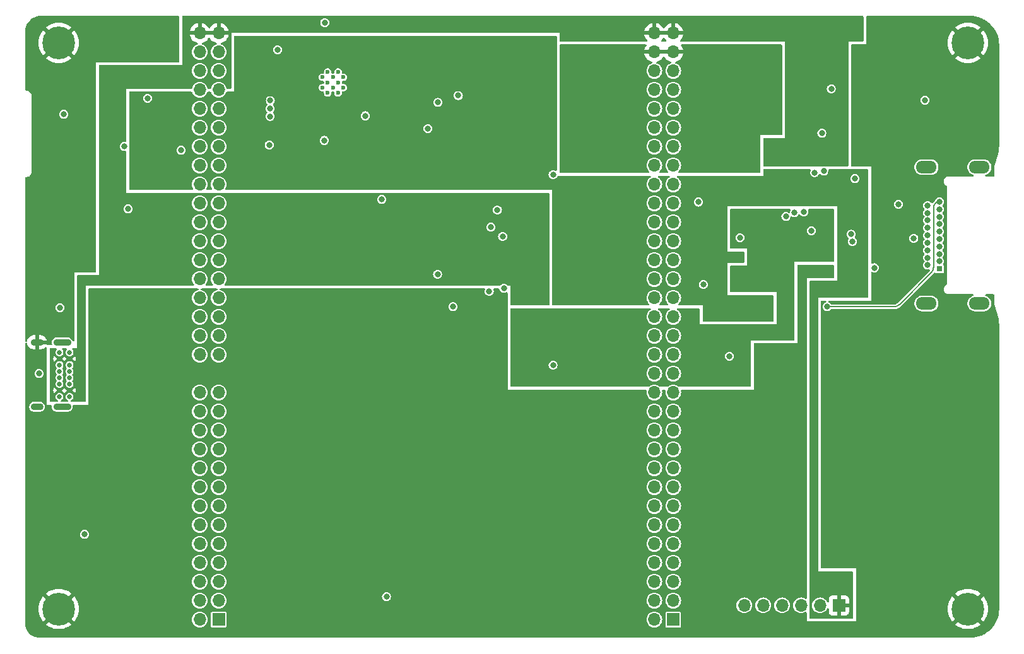
<source format=gbr>
%TF.GenerationSoftware,KiCad,Pcbnew,8.0.7*%
%TF.CreationDate,2024-12-30T23:04:29-08:00*%
%TF.ProjectId,expansionboardB,65787061-6e73-4696-9f6e-626f61726442,3*%
%TF.SameCoordinates,Original*%
%TF.FileFunction,Copper,L3,Inr*%
%TF.FilePolarity,Positive*%
%FSLAX46Y46*%
G04 Gerber Fmt 4.6, Leading zero omitted, Abs format (unit mm)*
G04 Created by KiCad (PCBNEW 8.0.7) date 2024-12-30 23:04:29*
%MOMM*%
%LPD*%
G01*
G04 APERTURE LIST*
%TA.AperFunction,ComponentPad*%
%ADD10R,1.700000X1.700000*%
%TD*%
%TA.AperFunction,ComponentPad*%
%ADD11O,1.700000X1.700000*%
%TD*%
%TA.AperFunction,ComponentPad*%
%ADD12C,4.400000*%
%TD*%
%TA.AperFunction,ComponentPad*%
%ADD13C,0.650000*%
%TD*%
%TA.AperFunction,ComponentPad*%
%ADD14O,1.700000X0.900000*%
%TD*%
%TA.AperFunction,ComponentPad*%
%ADD15O,2.400000X0.900000*%
%TD*%
%TA.AperFunction,ComponentPad*%
%ADD16R,0.800000X0.800000*%
%TD*%
%TA.AperFunction,ComponentPad*%
%ADD17C,0.800000*%
%TD*%
%TA.AperFunction,ComponentPad*%
%ADD18O,2.800000X1.700000*%
%TD*%
%TA.AperFunction,HeatsinkPad*%
%ADD19C,0.600000*%
%TD*%
%TA.AperFunction,ViaPad*%
%ADD20C,0.800000*%
%TD*%
%TA.AperFunction,Conductor*%
%ADD21C,0.200000*%
%TD*%
G04 APERTURE END LIST*
D10*
%TO.N,REG3V3*%
%TO.C,JTAG1*%
X131445000Y-120015000D03*
D11*
%TO.N,GND*%
X128905000Y-120015000D03*
%TO.N,TCK*%
X126365000Y-120015000D03*
%TO.N,TDO*%
X123825000Y-120015000D03*
%TO.N,TDI*%
X121285000Y-120015000D03*
%TO.N,TMS*%
X118745000Y-120015000D03*
%TD*%
D12*
%TO.N,SHLD*%
%TO.C,REF\u002A\u002A*%
X148750000Y-120500000D03*
%TD*%
%TO.N,SHLD*%
%TO.C,REF\u002A\u002A*%
X26750000Y-120500000D03*
%TD*%
%TO.N,SHLD*%
%TO.C,REF\u002A\u002A*%
X26750000Y-44500000D03*
%TD*%
D13*
%TO.N,GND*%
%TO.C,J1*%
X28200000Y-86050000D03*
%TO.N,5V*%
X28200000Y-86900000D03*
%TO.N,unconnected-(J1-CC1-PadA5)*%
X28200000Y-87750000D03*
%TO.N,ESP2D_P*%
X28200000Y-88600000D03*
%TO.N,ESP2D_N*%
X28200000Y-89450000D03*
%TO.N,unconnected-(J1-SBU1-PadA8)*%
X28200000Y-90300000D03*
%TO.N,5V*%
X28200000Y-91150000D03*
%TO.N,GND*%
X28200000Y-92000000D03*
X26850000Y-92000000D03*
%TO.N,5V*%
X26850000Y-91150000D03*
%TO.N,unconnected-(J1-CC2-PadB5)*%
X26850000Y-90300000D03*
%TO.N,ESP2D_P*%
X26850000Y-89450000D03*
%TO.N,ESP2D_N*%
X26850000Y-88600000D03*
%TO.N,unconnected-(J1-SBU2-PadB8)*%
X26850000Y-87750000D03*
%TO.N,5V*%
X26850000Y-86900000D03*
%TO.N,GND*%
X26850000Y-86050000D03*
D14*
%TO.N,SHLD*%
X23840000Y-84700000D03*
%TO.N,N/C*%
X23840000Y-93350000D03*
D15*
X27220000Y-84700000D03*
X27220000Y-93350000D03*
%TD*%
D12*
%TO.N,SHLD*%
%TO.C,REF\u002A\u002A*%
X148750000Y-44500000D03*
%TD*%
D16*
%TO.N,D2_P*%
%TO.C,J3*%
X144920000Y-74840000D03*
D17*
%TO.N,GND*%
X143370000Y-74340000D03*
%TO.N,D2_N*%
X144920000Y-73840000D03*
%TO.N,D1_P*%
X143370000Y-73340000D03*
%TO.N,GND*%
X144920000Y-72840000D03*
%TO.N,D1_N*%
X143370000Y-72340000D03*
%TO.N,D0_P*%
X144920000Y-71840000D03*
%TO.N,GND*%
X143370000Y-71340000D03*
%TO.N,D0_N*%
X144920000Y-70840000D03*
%TO.N,CK_P*%
X143370000Y-70340000D03*
%TO.N,GND*%
X144920000Y-69840000D03*
%TO.N,CK_N*%
X143370000Y-69340000D03*
%TO.N,D_CEC*%
X144920000Y-68840000D03*
%TO.N,unconnected-(J3-UTILITY-Pad14)*%
X143370000Y-68340000D03*
%TO.N,D_SCL*%
X144920000Y-67840000D03*
%TO.N,D_SDA*%
X143370000Y-67340000D03*
%TO.N,GND*%
X144920000Y-66840000D03*
%TO.N,unconnected-(J3-+5V-Pad18)*%
X143370000Y-66340000D03*
%TO.N,D_HPD*%
X144920000Y-65840000D03*
D18*
%TO.N,N/C*%
X143200000Y-61190000D03*
X143200000Y-79490000D03*
X150300000Y-79490000D03*
X150300000Y-61190000D03*
%TD*%
D10*
%TO.N,GND*%
%TO.C,U2*%
X48220000Y-121920000D03*
D11*
X45680000Y-121920000D03*
%TO.N,3V3*%
X48220000Y-119380000D03*
X45680000Y-119380000D03*
%TO.N,GND*%
X48220000Y-116840000D03*
X45680000Y-116840000D03*
%TO.N,unconnected-(U2-Pin_7-Pad7)*%
X48220000Y-114300000D03*
%TO.N,unconnected-(U2-Pin_8-Pad8)*%
X45680000Y-114300000D03*
%TO.N,unconnected-(U2-Pin_9-Pad9)*%
X48220000Y-111760000D03*
%TO.N,unconnected-(U2-Pin_10-Pad10)*%
X45680000Y-111760000D03*
%TO.N,unconnected-(U2-Pin_11-Pad11)*%
X48220000Y-109220000D03*
%TO.N,unconnected-(U2-Pin_12-Pad12)*%
X45680000Y-109220000D03*
%TO.N,unconnected-(U2-Pin_13-Pad13)*%
X48220000Y-106680000D03*
%TO.N,unconnected-(U2-Pin_14-Pad14)*%
X45680000Y-106680000D03*
%TO.N,unconnected-(U2-Pin_15-Pad15)*%
X48220000Y-104140000D03*
%TO.N,unconnected-(U2-Pin_16-Pad16)*%
X45680000Y-104140000D03*
%TO.N,unconnected-(U2-Pin_17-Pad17)*%
X48220000Y-101600000D03*
%TO.N,unconnected-(U2-Pin_18-Pad18)*%
X45680000Y-101600000D03*
%TO.N,unconnected-(U2-Pin_19-Pad19)*%
X48220000Y-99060000D03*
%TO.N,unconnected-(U2-Pin_20-Pad20)*%
X45680000Y-99060000D03*
%TO.N,unconnected-(U2-Pin_21-Pad21)*%
X48220000Y-96520000D03*
%TO.N,unconnected-(U2-Pin_22-Pad22)*%
X45680000Y-96520000D03*
%TO.N,unconnected-(U2-Pin_23-Pad23)*%
X48220000Y-93980000D03*
%TO.N,unconnected-(U2-Pin_24-Pad24)*%
X45680000Y-93980000D03*
%TO.N,unconnected-(U2-Pin_25-Pad25)*%
X48220000Y-91440000D03*
%TO.N,unconnected-(U2-Pin_26-Pad26)*%
X45680000Y-91440000D03*
%TO.N,unconnected-(U2-Pin_29-Pad29)*%
X48220000Y-86360000D03*
%TO.N,unconnected-(U2-Pin_30-Pad30)*%
X45680000Y-86360000D03*
%TO.N,unconnected-(U2-Pin_31-Pad31)*%
X48220000Y-83820000D03*
%TO.N,unconnected-(U2-Pin_32-Pad32)*%
X45680000Y-83820000D03*
%TO.N,IO10*%
X48220000Y-81280000D03*
%TO.N,unconnected-(U2-Pin_34-Pad34)*%
X45680000Y-81280000D03*
%TO.N,IO11*%
X48220000Y-78740000D03*
%TO.N,unconnected-(U2-Pin_36-Pad36)*%
X45680000Y-78740000D03*
%TO.N,IO12*%
X48220000Y-76200000D03*
%TO.N,LED0*%
X45680000Y-76200000D03*
%TO.N,IO13*%
X48220000Y-73660000D03*
%TO.N,LED1*%
X45680000Y-73660000D03*
%TO.N,IO22*%
X48220000Y-71120000D03*
%TO.N,LED2*%
X45680000Y-71120000D03*
%TO.N,IO21*%
X48220000Y-68580000D03*
%TO.N,LED3*%
X45680000Y-68580000D03*
%TO.N,IO47*%
X48220000Y-66040000D03*
%TO.N,SDSWTCH*%
X45680000Y-66040000D03*
%TO.N,IO48*%
X48220000Y-63500000D03*
%TO.N,SDDAT1*%
X45680000Y-63500000D03*
%TO.N,CPU_RESET*%
X48220000Y-60960000D03*
%TO.N,SDDAT0*%
X45680000Y-60960000D03*
%TO.N,S3_MCLK*%
X48220000Y-58420000D03*
%TO.N,SDCLK*%
X45680000Y-58420000D03*
%TO.N,S3_MOSI*%
X48220000Y-55880000D03*
%TO.N,SDCMD*%
X45680000Y-55880000D03*
%TO.N,S3_MISO*%
X48220000Y-53340000D03*
%TO.N,SDDAT3*%
X45680000Y-53340000D03*
%TO.N,RXD1*%
X48220000Y-50800000D03*
%TO.N,SDDAT2*%
X45680000Y-50800000D03*
%TO.N,TXD1*%
X48220000Y-48260000D03*
%TO.N,ESP_RST*%
X45680000Y-48260000D03*
%TO.N,GND*%
X48220000Y-45720000D03*
X45680000Y-45720000D03*
%TO.N,5V*%
X48220000Y-43180000D03*
X45680000Y-43180000D03*
%TD*%
D10*
%TO.N,GND*%
%TO.C,U4*%
X109220000Y-121920000D03*
D11*
X106680000Y-121920000D03*
%TO.N,VCC*%
X109220000Y-119380000D03*
X106680000Y-119380000D03*
%TO.N,GND*%
X109220000Y-116840000D03*
X106680000Y-116840000D03*
%TO.N,TMS*%
X109220000Y-114300000D03*
%TO.N,unconnected-(U4-Pin_8-Pad8)*%
X106680000Y-114300000D03*
%TO.N,TDI*%
X109220000Y-111760000D03*
%TO.N,unconnected-(U4-Pin_10-Pad10)*%
X106680000Y-111760000D03*
%TO.N,TDO*%
X109220000Y-109220000D03*
%TO.N,unconnected-(U4-Pin_12-Pad12)*%
X106680000Y-109220000D03*
%TO.N,TCK*%
X109220000Y-106680000D03*
%TO.N,unconnected-(U4-Pin_14-Pad14)*%
X106680000Y-106680000D03*
%TO.N,unconnected-(U4-Pin_15-Pad15)*%
X109220000Y-104140000D03*
%TO.N,unconnected-(U4-Pin_16-Pad16)*%
X106680000Y-104140000D03*
%TO.N,unconnected-(U4-Pin_17-Pad17)*%
X109220000Y-101600000D03*
%TO.N,unconnected-(U4-Pin_18-Pad18)*%
X106680000Y-101600000D03*
%TO.N,unconnected-(U4-Pin_19-Pad19)*%
X109220000Y-99060000D03*
%TO.N,unconnected-(U4-Pin_20-Pad20)*%
X106680000Y-99060000D03*
%TO.N,unconnected-(U4-Pin_21-Pad21)*%
X109220000Y-96520000D03*
%TO.N,unconnected-(U4-Pin_22-Pad22)*%
X106680000Y-96520000D03*
%TO.N,unconnected-(U4-Pin_23-Pad23)*%
X109220000Y-93980000D03*
%TO.N,unconnected-(U4-Pin_24-Pad24)*%
X106680000Y-93980000D03*
%TO.N,VR6*%
X109220000Y-91440000D03*
%TO.N,VR7*%
X106680000Y-91440000D03*
%TO.N,VR4*%
X109220000Y-88900000D03*
%TO.N,VR5*%
X106680000Y-88900000D03*
%TO.N,VR2*%
X109220000Y-86360000D03*
%TO.N,VR3*%
X106680000Y-86360000D03*
%TO.N,VR0*%
X109220000Y-83820000D03*
%TO.N,VR1*%
X106680000Y-83820000D03*
%TO.N,VG6*%
X109220000Y-81280000D03*
%TO.N,VG7*%
X106680000Y-81280000D03*
%TO.N,VG4*%
X109220000Y-78740000D03*
%TO.N,VG5*%
X106680000Y-78740000D03*
%TO.N,VG2*%
X109220000Y-76200000D03*
%TO.N,VG3*%
X106680000Y-76200000D03*
%TO.N,VG0*%
X109220000Y-73660000D03*
%TO.N,VG1*%
X106680000Y-73660000D03*
%TO.N,VB6*%
X109220000Y-71120000D03*
%TO.N,VB7*%
X106680000Y-71120000D03*
%TO.N,VB4*%
X109220000Y-68580000D03*
%TO.N,VB5*%
X106680000Y-68580000D03*
%TO.N,VB2*%
X109220000Y-66040000D03*
%TO.N,VB3*%
X106680000Y-66040000D03*
%TO.N,VB0*%
X109220000Y-63500000D03*
%TO.N,VB1*%
X106680000Y-63500000D03*
%TO.N,VVSYNC*%
X109220000Y-60960000D03*
%TO.N,VCLK*%
X106680000Y-60960000D03*
%TO.N,VDE*%
X109220000Y-58420000D03*
%TO.N,VHSYNC*%
X106680000Y-58420000D03*
%TO.N,AU_SDIN*%
X109220000Y-55880000D03*
%TO.N,AU_LRCLK*%
X106680000Y-55880000D03*
%TO.N,AU_SCLK*%
X109220000Y-53340000D03*
%TO.N,AU_MCLK*%
X106680000Y-53340000D03*
%TO.N,VID_SCL*%
X109220000Y-50800000D03*
%TO.N,VID_SDA*%
X106680000Y-50800000D03*
%TO.N,VID_INT*%
X109220000Y-48260000D03*
%TO.N,VID_RESETN*%
X106680000Y-48260000D03*
%TO.N,GND*%
X109220000Y-45720000D03*
X106680000Y-45720000D03*
%TO.N,5V*%
X109220000Y-43180000D03*
X106680000Y-43180000D03*
%TD*%
D19*
%TO.N,GND*%
%TO.C,U1*%
X64950000Y-50520000D03*
X64950000Y-49120000D03*
X64250000Y-51220000D03*
X64250000Y-49820000D03*
X64250000Y-48420000D03*
X63550000Y-50520000D03*
X63550000Y-49120000D03*
X62850000Y-51220000D03*
X62850000Y-49820000D03*
X62850000Y-48420000D03*
X62150000Y-50520000D03*
X62150000Y-49120000D03*
%TD*%
D20*
%TO.N,GND*%
X127762000Y-69723000D03*
X133604000Y-62738000D03*
X116775000Y-86575000D03*
X43180000Y-58928000D03*
X35560000Y-58420000D03*
X62450000Y-41775000D03*
X113250000Y-76950000D03*
X86487000Y-77470000D03*
X62400000Y-57600000D03*
X93091000Y-87782400D03*
X130429000Y-50673000D03*
X99187000Y-53086000D03*
X129159000Y-56642000D03*
X116550000Y-53350000D03*
X56125000Y-45425000D03*
X136194800Y-74701400D03*
X114427000Y-60452000D03*
X24130000Y-88900000D03*
X26924000Y-80060800D03*
X93091000Y-62204600D03*
X143002000Y-52197000D03*
X80375000Y-51575000D03*
X70739000Y-118872000D03*
X141500000Y-70750000D03*
X27432000Y-54102000D03*
X118175000Y-70650000D03*
X85625000Y-66950000D03*
X36068000Y-66802000D03*
X67900000Y-54300000D03*
X139446000Y-66167000D03*
X86325000Y-70500000D03*
X112600000Y-65875000D03*
X30226000Y-110490000D03*
X77597000Y-75565000D03*
X70104000Y-65532000D03*
X79675000Y-79925000D03*
%TO.N,SHLD*%
X24021200Y-63092000D03*
X23571200Y-49592000D03*
X30353000Y-64770000D03*
X38671200Y-51942000D03*
%TO.N,D0_P*%
X133263464Y-71180000D03*
%TO.N,D_HPD*%
X129889898Y-79926770D03*
%TO.N,D0_N*%
X133071930Y-70198511D03*
%TO.N,ESP_RST*%
X77622400Y-52501800D03*
%TO.N,Net-(U1-IO0)*%
X55000000Y-58200000D03*
X76300000Y-56000000D03*
%TO.N,REG1V2*%
X129794000Y-69980000D03*
X129794000Y-72898000D03*
X122936000Y-67564000D03*
X118110000Y-69088000D03*
X123925000Y-79100000D03*
X118364000Y-77470000D03*
X119380000Y-71628000D03*
X95758000Y-82626200D03*
%TO.N,5V*%
X90932000Y-69596000D03*
X90932000Y-78486000D03*
X126746000Y-56745500D03*
X124841000Y-56769000D03*
%TO.N,REG3V3*%
X40386000Y-56769000D03*
X123225000Y-63675000D03*
X115375000Y-80650000D03*
X122075000Y-79350000D03*
X75900000Y-45700000D03*
X117750000Y-73250000D03*
X95834200Y-64871600D03*
%TO.N,S3_MCLK*%
X55126142Y-54373858D03*
%TO.N,S3_MOSI*%
X55137347Y-53337347D03*
%TO.N,S3_MISO*%
X55150000Y-52250000D03*
%TO.N,D_CEC*%
X124333000Y-67818000D03*
%TO.N,VID_SCL*%
X129413000Y-61722000D03*
%TO.N,VID_SDA*%
X128201847Y-61907847D03*
%TO.N,/PG_1*%
X84750000Y-69250000D03*
X84525001Y-77883873D03*
%TO.N,D_SCL*%
X126746000Y-67220000D03*
%TO.N,D_SDA*%
X125476000Y-67310000D03*
%TD*%
D21*
%TO.N,D_HPD*%
X144145000Y-66708214D02*
X144145000Y-74642786D01*
X144145000Y-66708214D02*
G75*
G02*
X144437886Y-66001100I1000000J14D01*
G01*
X143852107Y-75349893D02*
X139568123Y-79633877D01*
X144145000Y-74642786D02*
G75*
G02*
X143852114Y-75349900I-1000000J-14D01*
G01*
X138861016Y-79926770D02*
X129889898Y-79926770D01*
X144920000Y-65840000D02*
X144599000Y-65840000D01*
X138861016Y-79926770D02*
G75*
G03*
X139568109Y-79633863I-16J999970D01*
G01*
X144599000Y-65840000D02*
X144437893Y-66001107D01*
%TD*%
%TA.AperFunction,Conductor*%
%TO.N,SHLD*%
G36*
X149099039Y-40889048D02*
G01*
X149467240Y-40907138D01*
X149479343Y-40908330D01*
X149733525Y-40946035D01*
X149840976Y-40961974D01*
X149852910Y-40964348D01*
X150011382Y-41004043D01*
X150207560Y-41053183D01*
X150219188Y-41056711D01*
X150563408Y-41179874D01*
X150574637Y-41184525D01*
X150905150Y-41340847D01*
X150915875Y-41346580D01*
X151102372Y-41458363D01*
X151229446Y-41534528D01*
X151239564Y-41541289D01*
X151533211Y-41759074D01*
X151542618Y-41766793D01*
X151595570Y-41814786D01*
X151767746Y-41970839D01*
X151813508Y-42012315D01*
X151822110Y-42020918D01*
X151992356Y-42208757D01*
X152067622Y-42291800D01*
X152075342Y-42301207D01*
X152293119Y-42594849D01*
X152299880Y-42604967D01*
X152487833Y-42918551D01*
X152493569Y-42929283D01*
X152649875Y-43259767D01*
X152654532Y-43271009D01*
X152777697Y-43615236D01*
X152781229Y-43626882D01*
X152870056Y-43981513D01*
X152872430Y-43993447D01*
X152926071Y-44355077D01*
X152927264Y-44367187D01*
X152945351Y-44735392D01*
X152945500Y-44741476D01*
X152945500Y-58365767D01*
X152945425Y-58370079D01*
X152936340Y-58631149D01*
X152935741Y-58639752D01*
X152908756Y-58897426D01*
X152907560Y-58905967D01*
X152862731Y-59161144D01*
X152860944Y-59169580D01*
X152797901Y-59423385D01*
X152796789Y-59427550D01*
X152309241Y-61134424D01*
X152304573Y-61147815D01*
X152299499Y-61160065D01*
X152299480Y-61160160D01*
X152299085Y-61169817D01*
X152298954Y-61171409D01*
X152299500Y-61180928D01*
X152299500Y-62315500D01*
X152279815Y-62382539D01*
X152227011Y-62428294D01*
X152175500Y-62439500D01*
X151201919Y-62439500D01*
X151134880Y-62419815D01*
X151089125Y-62367011D01*
X151079181Y-62297853D01*
X151108206Y-62234297D01*
X151154466Y-62200939D01*
X151156418Y-62200130D01*
X151156420Y-62200130D01*
X151347598Y-62120941D01*
X151519655Y-62005977D01*
X151665977Y-61859655D01*
X151780941Y-61687598D01*
X151860130Y-61496420D01*
X151900500Y-61293465D01*
X151900500Y-61086535D01*
X151860130Y-60883580D01*
X151780941Y-60692402D01*
X151665977Y-60520345D01*
X151665975Y-60520342D01*
X151519657Y-60374024D01*
X151401744Y-60295238D01*
X151347598Y-60259059D01*
X151156420Y-60179870D01*
X151156412Y-60179868D01*
X150953469Y-60139500D01*
X150953465Y-60139500D01*
X149646535Y-60139500D01*
X149646530Y-60139500D01*
X149443587Y-60179868D01*
X149443579Y-60179870D01*
X149252403Y-60259058D01*
X149080342Y-60374024D01*
X148934024Y-60520342D01*
X148819058Y-60692403D01*
X148739870Y-60883579D01*
X148739868Y-60883587D01*
X148699500Y-61086530D01*
X148699500Y-61293469D01*
X148739868Y-61496412D01*
X148739870Y-61496420D01*
X148819058Y-61687596D01*
X148934024Y-61859657D01*
X149080342Y-62005975D01*
X149080345Y-62005977D01*
X149252402Y-62120941D01*
X149443580Y-62200130D01*
X149443581Y-62200130D01*
X149445534Y-62200939D01*
X149499937Y-62244780D01*
X149522002Y-62311074D01*
X149504723Y-62378773D01*
X149453586Y-62426384D01*
X149398081Y-62439500D01*
X146076702Y-62439500D01*
X145933790Y-62472120D01*
X145801723Y-62535720D01*
X145801720Y-62535722D01*
X145687117Y-62627117D01*
X145595722Y-62741720D01*
X145595720Y-62741723D01*
X145532120Y-62873790D01*
X145499500Y-63016702D01*
X145499500Y-63163297D01*
X145532120Y-63306209D01*
X145595720Y-63438276D01*
X145595722Y-63438279D01*
X145614969Y-63462413D01*
X145687117Y-63552883D01*
X145712397Y-63573043D01*
X145801720Y-63644277D01*
X145801726Y-63644281D01*
X145929301Y-63705718D01*
X145981161Y-63752540D01*
X145999500Y-63817438D01*
X145999500Y-76862562D01*
X145979815Y-76929601D01*
X145929301Y-76974282D01*
X145801726Y-77035718D01*
X145801720Y-77035722D01*
X145687117Y-77127117D01*
X145595722Y-77241720D01*
X145595720Y-77241723D01*
X145532120Y-77373790D01*
X145499500Y-77516702D01*
X145499500Y-77663297D01*
X145532120Y-77806209D01*
X145595720Y-77938276D01*
X145595722Y-77938279D01*
X145596696Y-77939500D01*
X145687117Y-78052883D01*
X145801723Y-78144279D01*
X145933794Y-78207881D01*
X146076706Y-78240500D01*
X146120064Y-78240500D01*
X149398081Y-78240500D01*
X149465120Y-78260185D01*
X149510875Y-78312989D01*
X149520819Y-78382147D01*
X149491794Y-78445703D01*
X149445534Y-78479061D01*
X149443581Y-78479869D01*
X149443580Y-78479870D01*
X149408700Y-78494318D01*
X149252403Y-78559058D01*
X149080342Y-78674024D01*
X148934024Y-78820342D01*
X148819058Y-78992403D01*
X148739870Y-79183579D01*
X148739868Y-79183587D01*
X148699500Y-79386530D01*
X148699500Y-79593469D01*
X148739868Y-79796412D01*
X148739870Y-79796420D01*
X148819058Y-79987596D01*
X148934024Y-80159657D01*
X149080342Y-80305975D01*
X149080345Y-80305977D01*
X149252402Y-80420941D01*
X149443580Y-80500130D01*
X149606075Y-80532452D01*
X149646530Y-80540499D01*
X149646534Y-80540500D01*
X149646535Y-80540500D01*
X150953466Y-80540500D01*
X150953467Y-80540499D01*
X151156420Y-80500130D01*
X151347598Y-80420941D01*
X151519655Y-80305977D01*
X151665977Y-80159655D01*
X151780941Y-79987598D01*
X151860130Y-79796420D01*
X151900500Y-79593465D01*
X151900500Y-79386535D01*
X151860130Y-79183580D01*
X151780941Y-78992402D01*
X151665977Y-78820345D01*
X151665975Y-78820342D01*
X151519657Y-78674024D01*
X151372150Y-78575464D01*
X151347598Y-78559059D01*
X151156420Y-78479870D01*
X151156418Y-78479869D01*
X151154466Y-78479061D01*
X151100063Y-78435220D01*
X151077998Y-78368926D01*
X151095277Y-78301227D01*
X151146414Y-78253616D01*
X151201919Y-78240500D01*
X152175500Y-78240500D01*
X152242539Y-78260185D01*
X152288294Y-78312989D01*
X152299500Y-78364500D01*
X152299500Y-79492986D01*
X152299174Y-79500353D01*
X152299500Y-79506362D01*
X152299500Y-79519936D01*
X152324158Y-79579465D01*
X152327904Y-79589778D01*
X152768054Y-80991834D01*
X152769381Y-80996361D01*
X152844501Y-81271922D01*
X152846633Y-81281103D01*
X152900158Y-81559251D01*
X152901586Y-81568569D01*
X152933826Y-81849970D01*
X152934542Y-81859368D01*
X152942976Y-82080979D01*
X152944352Y-82117148D01*
X152945410Y-82144934D01*
X152945500Y-82149650D01*
X152945500Y-120504949D01*
X152945351Y-120511034D01*
X152927262Y-120879234D01*
X152926069Y-120891344D01*
X152872426Y-121252976D01*
X152870052Y-121264911D01*
X152781220Y-121619547D01*
X152777687Y-121631191D01*
X152654529Y-121975395D01*
X152649873Y-121986638D01*
X152493558Y-122317140D01*
X152487821Y-122327872D01*
X152299876Y-122641438D01*
X152293116Y-122651556D01*
X152075329Y-122945208D01*
X152067609Y-122954614D01*
X151822099Y-123225494D01*
X151813494Y-123234099D01*
X151542614Y-123479609D01*
X151533208Y-123487329D01*
X151239556Y-123705116D01*
X151229438Y-123711876D01*
X150915872Y-123899821D01*
X150905140Y-123905558D01*
X150574638Y-124061873D01*
X150563395Y-124066529D01*
X150219191Y-124189687D01*
X150207547Y-124193220D01*
X149852911Y-124282052D01*
X149840976Y-124284426D01*
X149479344Y-124338069D01*
X149467234Y-124339262D01*
X149118985Y-124356370D01*
X149099032Y-124357351D01*
X149092949Y-124357500D01*
X149061648Y-124357500D01*
X24138287Y-124357773D01*
X24130297Y-124357515D01*
X23904405Y-124342929D01*
X23888555Y-124340874D01*
X23670332Y-124298121D01*
X23654879Y-124294044D01*
X23443969Y-124223579D01*
X23429169Y-124217548D01*
X23229080Y-124120546D01*
X23215178Y-124112662D01*
X23029220Y-123990725D01*
X23016448Y-123981119D01*
X22963665Y-123935809D01*
X22847721Y-123836280D01*
X22836297Y-123825117D01*
X22687596Y-123659778D01*
X22677696Y-123647230D01*
X22564982Y-123483704D01*
X22549473Y-123461203D01*
X22545156Y-123454485D01*
X22512404Y-123399717D01*
X22509130Y-123393892D01*
X22420895Y-123226485D01*
X22415312Y-123214349D01*
X22411581Y-123204934D01*
X22346828Y-123041524D01*
X22342591Y-123028881D01*
X22293097Y-122849681D01*
X22290241Y-122836640D01*
X22283887Y-122797682D01*
X22260313Y-122653160D01*
X22258878Y-122639887D01*
X22254763Y-122563609D01*
X22248680Y-122450835D01*
X22248500Y-122444156D01*
X22248500Y-120500000D01*
X24045065Y-120500000D01*
X24064786Y-120826038D01*
X24123667Y-121147341D01*
X24220835Y-121459164D01*
X24220839Y-121459175D01*
X24354897Y-121757041D01*
X24354898Y-121757043D01*
X24523881Y-122036576D01*
X24671476Y-122224968D01*
X25813708Y-121082736D01*
X25910967Y-121216602D01*
X26033398Y-121339033D01*
X26167262Y-121436290D01*
X25025030Y-122578522D01*
X25025030Y-122578523D01*
X25213423Y-122726118D01*
X25492956Y-122895101D01*
X25492958Y-122895102D01*
X25790824Y-123029160D01*
X25790835Y-123029164D01*
X26102658Y-123126332D01*
X26423961Y-123185213D01*
X26750000Y-123204934D01*
X27076038Y-123185213D01*
X27397341Y-123126332D01*
X27709164Y-123029164D01*
X27709175Y-123029160D01*
X28007041Y-122895102D01*
X28007043Y-122895101D01*
X28286586Y-122726112D01*
X28474968Y-122578523D01*
X28474968Y-122578522D01*
X27332736Y-121436290D01*
X27466602Y-121339033D01*
X27589033Y-121216602D01*
X27686290Y-121082736D01*
X28828522Y-122224968D01*
X28828523Y-122224968D01*
X28976112Y-122036586D01*
X29046590Y-121920000D01*
X44624417Y-121920000D01*
X44644699Y-122125932D01*
X44644700Y-122125934D01*
X44704768Y-122323954D01*
X44802315Y-122506450D01*
X44802317Y-122506452D01*
X44933589Y-122666410D01*
X45006345Y-122726118D01*
X45093550Y-122797685D01*
X45276046Y-122895232D01*
X45474066Y-122955300D01*
X45474065Y-122955300D01*
X45492529Y-122957118D01*
X45680000Y-122975583D01*
X45885934Y-122955300D01*
X46083954Y-122895232D01*
X46266450Y-122797685D01*
X46426410Y-122666410D01*
X46557685Y-122506450D01*
X46655232Y-122323954D01*
X46715300Y-122125934D01*
X46735583Y-121920000D01*
X46715300Y-121714066D01*
X46655232Y-121516046D01*
X46557685Y-121333550D01*
X46461709Y-121216602D01*
X46426410Y-121173589D01*
X46280526Y-121053867D01*
X46276115Y-121050247D01*
X47169500Y-121050247D01*
X47169500Y-122789752D01*
X47181131Y-122848229D01*
X47181132Y-122848230D01*
X47225447Y-122914552D01*
X47291769Y-122958867D01*
X47291770Y-122958868D01*
X47350247Y-122970499D01*
X47350250Y-122970500D01*
X47350252Y-122970500D01*
X49089750Y-122970500D01*
X49089751Y-122970499D01*
X49104568Y-122967552D01*
X49148229Y-122958868D01*
X49148229Y-122958867D01*
X49148231Y-122958867D01*
X49214552Y-122914552D01*
X49258867Y-122848231D01*
X49258867Y-122848229D01*
X49258868Y-122848229D01*
X49270499Y-122789752D01*
X49270500Y-122789750D01*
X49270500Y-121920000D01*
X105624417Y-121920000D01*
X105644699Y-122125932D01*
X105644700Y-122125934D01*
X105704768Y-122323954D01*
X105802315Y-122506450D01*
X105802317Y-122506452D01*
X105933589Y-122666410D01*
X106006345Y-122726118D01*
X106093550Y-122797685D01*
X106276046Y-122895232D01*
X106474066Y-122955300D01*
X106474065Y-122955300D01*
X106492529Y-122957118D01*
X106680000Y-122975583D01*
X106885934Y-122955300D01*
X107083954Y-122895232D01*
X107266450Y-122797685D01*
X107426410Y-122666410D01*
X107557685Y-122506450D01*
X107655232Y-122323954D01*
X107715300Y-122125934D01*
X107735583Y-121920000D01*
X107715300Y-121714066D01*
X107655232Y-121516046D01*
X107557685Y-121333550D01*
X107461709Y-121216602D01*
X107426410Y-121173589D01*
X107280526Y-121053867D01*
X107276115Y-121050247D01*
X108169500Y-121050247D01*
X108169500Y-122789752D01*
X108181131Y-122848229D01*
X108181132Y-122848230D01*
X108225447Y-122914552D01*
X108291769Y-122958867D01*
X108291770Y-122958868D01*
X108350247Y-122970499D01*
X108350250Y-122970500D01*
X108350252Y-122970500D01*
X110089750Y-122970500D01*
X110089751Y-122970499D01*
X110104568Y-122967552D01*
X110148229Y-122958868D01*
X110148229Y-122958867D01*
X110148231Y-122958867D01*
X110214552Y-122914552D01*
X110258867Y-122848231D01*
X110258867Y-122848229D01*
X110258868Y-122848229D01*
X110270499Y-122789752D01*
X110270500Y-122789750D01*
X110270500Y-121050249D01*
X110270499Y-121050247D01*
X110258868Y-120991770D01*
X110258867Y-120991769D01*
X110214552Y-120925447D01*
X110148230Y-120881132D01*
X110148229Y-120881131D01*
X110089752Y-120869500D01*
X110089748Y-120869500D01*
X108350252Y-120869500D01*
X108350247Y-120869500D01*
X108291770Y-120881131D01*
X108291769Y-120881132D01*
X108225447Y-120925447D01*
X108181132Y-120991769D01*
X108181131Y-120991770D01*
X108169500Y-121050247D01*
X107276115Y-121050247D01*
X107266450Y-121042315D01*
X107083954Y-120944768D01*
X106885934Y-120884700D01*
X106885932Y-120884699D01*
X106885934Y-120884699D01*
X106680000Y-120864417D01*
X106474067Y-120884699D01*
X106276043Y-120944769D01*
X106188114Y-120991769D01*
X106093550Y-121042315D01*
X106093548Y-121042316D01*
X106093547Y-121042317D01*
X105933589Y-121173589D01*
X105802317Y-121333547D01*
X105802315Y-121333550D01*
X105763643Y-121405898D01*
X105704769Y-121516043D01*
X105644699Y-121714067D01*
X105624417Y-121920000D01*
X49270500Y-121920000D01*
X49270500Y-121050249D01*
X49270499Y-121050247D01*
X49258868Y-120991770D01*
X49258867Y-120991769D01*
X49214552Y-120925447D01*
X49148230Y-120881132D01*
X49148229Y-120881131D01*
X49089752Y-120869500D01*
X49089748Y-120869500D01*
X47350252Y-120869500D01*
X47350247Y-120869500D01*
X47291770Y-120881131D01*
X47291769Y-120881132D01*
X47225447Y-120925447D01*
X47181132Y-120991769D01*
X47181131Y-120991770D01*
X47169500Y-121050247D01*
X46276115Y-121050247D01*
X46266450Y-121042315D01*
X46083954Y-120944768D01*
X45885934Y-120884700D01*
X45885932Y-120884699D01*
X45885934Y-120884699D01*
X45680000Y-120864417D01*
X45474067Y-120884699D01*
X45276043Y-120944769D01*
X45188114Y-120991769D01*
X45093550Y-121042315D01*
X45093548Y-121042316D01*
X45093547Y-121042317D01*
X44933589Y-121173589D01*
X44802317Y-121333547D01*
X44802315Y-121333550D01*
X44763643Y-121405898D01*
X44704769Y-121516043D01*
X44644699Y-121714067D01*
X44624417Y-121920000D01*
X29046590Y-121920000D01*
X29145101Y-121757043D01*
X29145102Y-121757041D01*
X29279160Y-121459175D01*
X29279164Y-121459164D01*
X29376332Y-121147341D01*
X29435213Y-120826038D01*
X29454934Y-120500000D01*
X29435213Y-120173961D01*
X29376332Y-119852658D01*
X29279164Y-119540835D01*
X29279160Y-119540824D01*
X29206779Y-119380000D01*
X44624417Y-119380000D01*
X44644699Y-119585932D01*
X44667461Y-119660967D01*
X44704768Y-119783954D01*
X44802315Y-119966450D01*
X44802317Y-119966452D01*
X44933589Y-120126410D01*
X44991531Y-120173961D01*
X45093550Y-120257685D01*
X45276046Y-120355232D01*
X45474066Y-120415300D01*
X45474065Y-120415300D01*
X45492529Y-120417118D01*
X45680000Y-120435583D01*
X45885934Y-120415300D01*
X46083954Y-120355232D01*
X46266450Y-120257685D01*
X46426410Y-120126410D01*
X46557685Y-119966450D01*
X46655232Y-119783954D01*
X46715300Y-119585934D01*
X46735583Y-119380000D01*
X47164417Y-119380000D01*
X47184699Y-119585932D01*
X47207461Y-119660967D01*
X47244768Y-119783954D01*
X47342315Y-119966450D01*
X47342317Y-119966452D01*
X47473589Y-120126410D01*
X47531531Y-120173961D01*
X47633550Y-120257685D01*
X47816046Y-120355232D01*
X48014066Y-120415300D01*
X48014065Y-120415300D01*
X48032529Y-120417118D01*
X48220000Y-120435583D01*
X48425934Y-120415300D01*
X48623954Y-120355232D01*
X48806450Y-120257685D01*
X48966410Y-120126410D01*
X49097685Y-119966450D01*
X49195232Y-119783954D01*
X49255300Y-119585934D01*
X49275583Y-119380000D01*
X49255300Y-119174066D01*
X49195232Y-118976046D01*
X49139617Y-118871998D01*
X70133318Y-118871998D01*
X70133318Y-118872001D01*
X70153955Y-119028760D01*
X70153956Y-119028762D01*
X70214464Y-119174841D01*
X70310718Y-119300282D01*
X70436159Y-119396536D01*
X70582238Y-119457044D01*
X70660619Y-119467363D01*
X70738999Y-119477682D01*
X70739000Y-119477682D01*
X70739001Y-119477682D01*
X70791254Y-119470802D01*
X70895762Y-119457044D01*
X71041841Y-119396536D01*
X71063391Y-119380000D01*
X105624417Y-119380000D01*
X105644699Y-119585932D01*
X105667461Y-119660967D01*
X105704768Y-119783954D01*
X105802315Y-119966450D01*
X105802317Y-119966452D01*
X105933589Y-120126410D01*
X105991531Y-120173961D01*
X106093550Y-120257685D01*
X106276046Y-120355232D01*
X106474066Y-120415300D01*
X106474065Y-120415300D01*
X106492529Y-120417118D01*
X106680000Y-120435583D01*
X106885934Y-120415300D01*
X107083954Y-120355232D01*
X107266450Y-120257685D01*
X107426410Y-120126410D01*
X107557685Y-119966450D01*
X107655232Y-119783954D01*
X107715300Y-119585934D01*
X107735583Y-119380000D01*
X108164417Y-119380000D01*
X108184699Y-119585932D01*
X108207461Y-119660967D01*
X108244768Y-119783954D01*
X108342315Y-119966450D01*
X108342317Y-119966452D01*
X108473589Y-120126410D01*
X108531531Y-120173961D01*
X108633550Y-120257685D01*
X108816046Y-120355232D01*
X109014066Y-120415300D01*
X109014065Y-120415300D01*
X109032529Y-120417118D01*
X109220000Y-120435583D01*
X109425934Y-120415300D01*
X109623954Y-120355232D01*
X109806450Y-120257685D01*
X109966410Y-120126410D01*
X110057841Y-120015000D01*
X117689417Y-120015000D01*
X117709699Y-120220932D01*
X117709700Y-120220934D01*
X117769768Y-120418954D01*
X117867315Y-120601450D01*
X117867317Y-120601452D01*
X117998589Y-120761410D01*
X118077340Y-120826038D01*
X118158550Y-120892685D01*
X118341046Y-120990232D01*
X118539066Y-121050300D01*
X118539065Y-121050300D01*
X118557529Y-121052118D01*
X118745000Y-121070583D01*
X118950934Y-121050300D01*
X119148954Y-120990232D01*
X119331450Y-120892685D01*
X119491410Y-120761410D01*
X119622685Y-120601450D01*
X119720232Y-120418954D01*
X119780300Y-120220934D01*
X119800583Y-120015000D01*
X120229417Y-120015000D01*
X120249699Y-120220932D01*
X120249700Y-120220934D01*
X120309768Y-120418954D01*
X120407315Y-120601450D01*
X120407317Y-120601452D01*
X120538589Y-120761410D01*
X120617340Y-120826038D01*
X120698550Y-120892685D01*
X120881046Y-120990232D01*
X121079066Y-121050300D01*
X121079065Y-121050300D01*
X121097529Y-121052118D01*
X121285000Y-121070583D01*
X121490934Y-121050300D01*
X121688954Y-120990232D01*
X121871450Y-120892685D01*
X122031410Y-120761410D01*
X122162685Y-120601450D01*
X122260232Y-120418954D01*
X122320300Y-120220934D01*
X122340583Y-120015000D01*
X122769417Y-120015000D01*
X122789699Y-120220932D01*
X122789700Y-120220934D01*
X122849768Y-120418954D01*
X122947315Y-120601450D01*
X122947317Y-120601452D01*
X123078589Y-120761410D01*
X123157340Y-120826038D01*
X123238550Y-120892685D01*
X123421046Y-120990232D01*
X123619066Y-121050300D01*
X123619065Y-121050300D01*
X123637529Y-121052118D01*
X123825000Y-121070583D01*
X124030934Y-121050300D01*
X124228954Y-120990232D01*
X124411450Y-120892685D01*
X124571410Y-120761410D01*
X124702685Y-120601450D01*
X124800232Y-120418954D01*
X124860300Y-120220934D01*
X124880583Y-120015000D01*
X124860300Y-119809066D01*
X124800232Y-119611046D01*
X124702685Y-119428550D01*
X124597419Y-119300282D01*
X124571410Y-119268589D01*
X124411452Y-119137317D01*
X124411453Y-119137317D01*
X124411450Y-119137315D01*
X124228954Y-119039768D01*
X124030934Y-118979700D01*
X124030932Y-118979699D01*
X124030934Y-118979699D01*
X123825000Y-118959417D01*
X123619067Y-118979699D01*
X123421043Y-119039769D01*
X123333114Y-119086769D01*
X123238550Y-119137315D01*
X123238548Y-119137316D01*
X123238547Y-119137317D01*
X123078589Y-119268589D01*
X122947317Y-119428547D01*
X122849769Y-119611043D01*
X122789699Y-119809067D01*
X122769417Y-120015000D01*
X122340583Y-120015000D01*
X122320300Y-119809066D01*
X122260232Y-119611046D01*
X122162685Y-119428550D01*
X122057419Y-119300282D01*
X122031410Y-119268589D01*
X121871452Y-119137317D01*
X121871453Y-119137317D01*
X121871450Y-119137315D01*
X121688954Y-119039768D01*
X121490934Y-118979700D01*
X121490932Y-118979699D01*
X121490934Y-118979699D01*
X121285000Y-118959417D01*
X121079067Y-118979699D01*
X120881043Y-119039769D01*
X120793114Y-119086769D01*
X120698550Y-119137315D01*
X120698548Y-119137316D01*
X120698547Y-119137317D01*
X120538589Y-119268589D01*
X120407317Y-119428547D01*
X120309769Y-119611043D01*
X120249699Y-119809067D01*
X120229417Y-120015000D01*
X119800583Y-120015000D01*
X119780300Y-119809066D01*
X119720232Y-119611046D01*
X119622685Y-119428550D01*
X119517419Y-119300282D01*
X119491410Y-119268589D01*
X119331452Y-119137317D01*
X119331453Y-119137317D01*
X119331450Y-119137315D01*
X119148954Y-119039768D01*
X118950934Y-118979700D01*
X118950932Y-118979699D01*
X118950934Y-118979699D01*
X118745000Y-118959417D01*
X118539067Y-118979699D01*
X118341043Y-119039769D01*
X118253114Y-119086769D01*
X118158550Y-119137315D01*
X118158548Y-119137316D01*
X118158547Y-119137317D01*
X117998589Y-119268589D01*
X117867317Y-119428547D01*
X117769769Y-119611043D01*
X117709699Y-119809067D01*
X117689417Y-120015000D01*
X110057841Y-120015000D01*
X110097685Y-119966450D01*
X110195232Y-119783954D01*
X110255300Y-119585934D01*
X110275583Y-119380000D01*
X110255300Y-119174066D01*
X110195232Y-118976046D01*
X110097685Y-118793550D01*
X110033417Y-118715239D01*
X109966410Y-118633589D01*
X109806452Y-118502317D01*
X109806453Y-118502317D01*
X109806450Y-118502315D01*
X109623954Y-118404768D01*
X109425934Y-118344700D01*
X109425932Y-118344699D01*
X109425934Y-118344699D01*
X109220000Y-118324417D01*
X109014067Y-118344699D01*
X108816043Y-118404769D01*
X108743176Y-118443718D01*
X108633550Y-118502315D01*
X108633548Y-118502316D01*
X108633547Y-118502317D01*
X108473589Y-118633589D01*
X108342317Y-118793547D01*
X108244769Y-118976043D01*
X108184699Y-119174067D01*
X108164417Y-119380000D01*
X107735583Y-119380000D01*
X107715300Y-119174066D01*
X107655232Y-118976046D01*
X107557685Y-118793550D01*
X107493417Y-118715239D01*
X107426410Y-118633589D01*
X107266452Y-118502317D01*
X107266453Y-118502317D01*
X107266450Y-118502315D01*
X107083954Y-118404768D01*
X106885934Y-118344700D01*
X106885932Y-118344699D01*
X106885934Y-118344699D01*
X106680000Y-118324417D01*
X106474067Y-118344699D01*
X106276043Y-118404769D01*
X106203176Y-118443718D01*
X106093550Y-118502315D01*
X106093548Y-118502316D01*
X106093547Y-118502317D01*
X105933589Y-118633589D01*
X105802317Y-118793547D01*
X105704769Y-118976043D01*
X105644699Y-119174067D01*
X105624417Y-119380000D01*
X71063391Y-119380000D01*
X71167282Y-119300282D01*
X71263536Y-119174841D01*
X71324044Y-119028762D01*
X71344682Y-118872000D01*
X71324044Y-118715238D01*
X71263536Y-118569159D01*
X71167282Y-118443718D01*
X71041841Y-118347464D01*
X71035168Y-118344700D01*
X70895762Y-118286956D01*
X70895760Y-118286955D01*
X70739001Y-118266318D01*
X70738999Y-118266318D01*
X70582239Y-118286955D01*
X70582237Y-118286956D01*
X70436160Y-118347463D01*
X70310718Y-118443718D01*
X70214463Y-118569160D01*
X70153956Y-118715237D01*
X70153955Y-118715239D01*
X70133318Y-118871998D01*
X49139617Y-118871998D01*
X49097685Y-118793550D01*
X49033417Y-118715239D01*
X48966410Y-118633589D01*
X48806452Y-118502317D01*
X48806453Y-118502317D01*
X48806450Y-118502315D01*
X48623954Y-118404768D01*
X48425934Y-118344700D01*
X48425932Y-118344699D01*
X48425934Y-118344699D01*
X48220000Y-118324417D01*
X48014067Y-118344699D01*
X47816043Y-118404769D01*
X47743176Y-118443718D01*
X47633550Y-118502315D01*
X47633548Y-118502316D01*
X47633547Y-118502317D01*
X47473589Y-118633589D01*
X47342317Y-118793547D01*
X47244769Y-118976043D01*
X47184699Y-119174067D01*
X47164417Y-119380000D01*
X46735583Y-119380000D01*
X46715300Y-119174066D01*
X46655232Y-118976046D01*
X46557685Y-118793550D01*
X46493417Y-118715239D01*
X46426410Y-118633589D01*
X46266452Y-118502317D01*
X46266453Y-118502317D01*
X46266450Y-118502315D01*
X46083954Y-118404768D01*
X45885934Y-118344700D01*
X45885932Y-118344699D01*
X45885934Y-118344699D01*
X45680000Y-118324417D01*
X45474067Y-118344699D01*
X45276043Y-118404769D01*
X45203176Y-118443718D01*
X45093550Y-118502315D01*
X45093548Y-118502316D01*
X45093547Y-118502317D01*
X44933589Y-118633589D01*
X44802317Y-118793547D01*
X44704769Y-118976043D01*
X44644699Y-119174067D01*
X44624417Y-119380000D01*
X29206779Y-119380000D01*
X29145102Y-119242958D01*
X29145101Y-119242956D01*
X28976118Y-118963423D01*
X28828522Y-118775030D01*
X27686290Y-119917262D01*
X27589033Y-119783398D01*
X27466602Y-119660967D01*
X27332736Y-119563709D01*
X28474968Y-118421476D01*
X28286576Y-118273881D01*
X28007043Y-118104898D01*
X28007041Y-118104897D01*
X27709175Y-117970839D01*
X27709164Y-117970835D01*
X27397341Y-117873667D01*
X27076038Y-117814786D01*
X26750000Y-117795065D01*
X26423961Y-117814786D01*
X26102658Y-117873667D01*
X25790835Y-117970835D01*
X25790824Y-117970839D01*
X25492958Y-118104897D01*
X25492956Y-118104898D01*
X25213422Y-118273881D01*
X25213416Y-118273886D01*
X25025030Y-118421474D01*
X25025029Y-118421476D01*
X26167262Y-119563709D01*
X26033398Y-119660967D01*
X25910967Y-119783398D01*
X25813709Y-119917262D01*
X24671476Y-118775029D01*
X24671474Y-118775030D01*
X24523886Y-118963416D01*
X24523881Y-118963422D01*
X24354898Y-119242956D01*
X24354897Y-119242958D01*
X24220839Y-119540824D01*
X24220835Y-119540835D01*
X24123667Y-119852658D01*
X24064786Y-120173961D01*
X24045065Y-120500000D01*
X22248500Y-120500000D01*
X22248500Y-116840000D01*
X44624417Y-116840000D01*
X44644699Y-117045932D01*
X44644700Y-117045934D01*
X44704768Y-117243954D01*
X44802315Y-117426450D01*
X44802317Y-117426452D01*
X44933589Y-117586410D01*
X45030209Y-117665702D01*
X45093550Y-117717685D01*
X45276046Y-117815232D01*
X45474066Y-117875300D01*
X45474065Y-117875300D01*
X45492529Y-117877118D01*
X45680000Y-117895583D01*
X45885934Y-117875300D01*
X46083954Y-117815232D01*
X46266450Y-117717685D01*
X46426410Y-117586410D01*
X46557685Y-117426450D01*
X46655232Y-117243954D01*
X46715300Y-117045934D01*
X46735583Y-116840000D01*
X47164417Y-116840000D01*
X47184699Y-117045932D01*
X47184700Y-117045934D01*
X47244768Y-117243954D01*
X47342315Y-117426450D01*
X47342317Y-117426452D01*
X47473589Y-117586410D01*
X47570209Y-117665702D01*
X47633550Y-117717685D01*
X47816046Y-117815232D01*
X48014066Y-117875300D01*
X48014065Y-117875300D01*
X48032529Y-117877118D01*
X48220000Y-117895583D01*
X48425934Y-117875300D01*
X48623954Y-117815232D01*
X48806450Y-117717685D01*
X48966410Y-117586410D01*
X49097685Y-117426450D01*
X49195232Y-117243954D01*
X49255300Y-117045934D01*
X49275583Y-116840000D01*
X105624417Y-116840000D01*
X105644699Y-117045932D01*
X105644700Y-117045934D01*
X105704768Y-117243954D01*
X105802315Y-117426450D01*
X105802317Y-117426452D01*
X105933589Y-117586410D01*
X106030209Y-117665702D01*
X106093550Y-117717685D01*
X106276046Y-117815232D01*
X106474066Y-117875300D01*
X106474065Y-117875300D01*
X106492529Y-117877118D01*
X106680000Y-117895583D01*
X106885934Y-117875300D01*
X107083954Y-117815232D01*
X107266450Y-117717685D01*
X107426410Y-117586410D01*
X107557685Y-117426450D01*
X107655232Y-117243954D01*
X107715300Y-117045934D01*
X107735583Y-116840000D01*
X108164417Y-116840000D01*
X108184699Y-117045932D01*
X108184700Y-117045934D01*
X108244768Y-117243954D01*
X108342315Y-117426450D01*
X108342317Y-117426452D01*
X108473589Y-117586410D01*
X108570209Y-117665702D01*
X108633550Y-117717685D01*
X108816046Y-117815232D01*
X109014066Y-117875300D01*
X109014065Y-117875300D01*
X109032529Y-117877118D01*
X109220000Y-117895583D01*
X109425934Y-117875300D01*
X109623954Y-117815232D01*
X109806450Y-117717685D01*
X109966410Y-117586410D01*
X110097685Y-117426450D01*
X110195232Y-117243954D01*
X110255300Y-117045934D01*
X110275583Y-116840000D01*
X110255300Y-116634066D01*
X110195232Y-116436046D01*
X110097685Y-116253550D01*
X110045702Y-116190209D01*
X109966410Y-116093589D01*
X109806452Y-115962317D01*
X109806453Y-115962317D01*
X109806450Y-115962315D01*
X109623954Y-115864768D01*
X109425934Y-115804700D01*
X109425932Y-115804699D01*
X109425934Y-115804699D01*
X109220000Y-115784417D01*
X109014067Y-115804699D01*
X108816043Y-115864769D01*
X108705898Y-115923643D01*
X108633550Y-115962315D01*
X108633548Y-115962316D01*
X108633547Y-115962317D01*
X108473589Y-116093589D01*
X108342317Y-116253547D01*
X108244769Y-116436043D01*
X108184699Y-116634067D01*
X108164417Y-116840000D01*
X107735583Y-116840000D01*
X107715300Y-116634066D01*
X107655232Y-116436046D01*
X107557685Y-116253550D01*
X107505702Y-116190209D01*
X107426410Y-116093589D01*
X107266452Y-115962317D01*
X107266453Y-115962317D01*
X107266450Y-115962315D01*
X107083954Y-115864768D01*
X106885934Y-115804700D01*
X106885932Y-115804699D01*
X106885934Y-115804699D01*
X106680000Y-115784417D01*
X106474067Y-115804699D01*
X106276043Y-115864769D01*
X106165898Y-115923643D01*
X106093550Y-115962315D01*
X106093548Y-115962316D01*
X106093547Y-115962317D01*
X105933589Y-116093589D01*
X105802317Y-116253547D01*
X105704769Y-116436043D01*
X105644699Y-116634067D01*
X105624417Y-116840000D01*
X49275583Y-116840000D01*
X49255300Y-116634066D01*
X49195232Y-116436046D01*
X49097685Y-116253550D01*
X49045702Y-116190209D01*
X48966410Y-116093589D01*
X48806452Y-115962317D01*
X48806453Y-115962317D01*
X48806450Y-115962315D01*
X48623954Y-115864768D01*
X48425934Y-115804700D01*
X48425932Y-115804699D01*
X48425934Y-115804699D01*
X48220000Y-115784417D01*
X48014067Y-115804699D01*
X47816043Y-115864769D01*
X47705898Y-115923643D01*
X47633550Y-115962315D01*
X47633548Y-115962316D01*
X47633547Y-115962317D01*
X47473589Y-116093589D01*
X47342317Y-116253547D01*
X47244769Y-116436043D01*
X47184699Y-116634067D01*
X47164417Y-116840000D01*
X46735583Y-116840000D01*
X46715300Y-116634066D01*
X46655232Y-116436046D01*
X46557685Y-116253550D01*
X46505702Y-116190209D01*
X46426410Y-116093589D01*
X46266452Y-115962317D01*
X46266453Y-115962317D01*
X46266450Y-115962315D01*
X46083954Y-115864768D01*
X45885934Y-115804700D01*
X45885932Y-115804699D01*
X45885934Y-115804699D01*
X45680000Y-115784417D01*
X45474067Y-115804699D01*
X45276043Y-115864769D01*
X45165898Y-115923643D01*
X45093550Y-115962315D01*
X45093548Y-115962316D01*
X45093547Y-115962317D01*
X44933589Y-116093589D01*
X44802317Y-116253547D01*
X44704769Y-116436043D01*
X44644699Y-116634067D01*
X44624417Y-116840000D01*
X22248500Y-116840000D01*
X22248500Y-114300000D01*
X44624417Y-114300000D01*
X44644699Y-114505932D01*
X44644700Y-114505934D01*
X44704768Y-114703954D01*
X44802315Y-114886450D01*
X44802317Y-114886452D01*
X44933589Y-115046410D01*
X45030209Y-115125702D01*
X45093550Y-115177685D01*
X45276046Y-115275232D01*
X45474066Y-115335300D01*
X45474065Y-115335300D01*
X45492529Y-115337118D01*
X45680000Y-115355583D01*
X45885934Y-115335300D01*
X46083954Y-115275232D01*
X46266450Y-115177685D01*
X46426410Y-115046410D01*
X46557685Y-114886450D01*
X46655232Y-114703954D01*
X46715300Y-114505934D01*
X46735583Y-114300000D01*
X47164417Y-114300000D01*
X47184699Y-114505932D01*
X47184700Y-114505934D01*
X47244768Y-114703954D01*
X47342315Y-114886450D01*
X47342317Y-114886452D01*
X47473589Y-115046410D01*
X47570209Y-115125702D01*
X47633550Y-115177685D01*
X47816046Y-115275232D01*
X48014066Y-115335300D01*
X48014065Y-115335300D01*
X48032529Y-115337118D01*
X48220000Y-115355583D01*
X48425934Y-115335300D01*
X48623954Y-115275232D01*
X48806450Y-115177685D01*
X48966410Y-115046410D01*
X49097685Y-114886450D01*
X49195232Y-114703954D01*
X49255300Y-114505934D01*
X49275583Y-114300000D01*
X105624417Y-114300000D01*
X105644699Y-114505932D01*
X105644700Y-114505934D01*
X105704768Y-114703954D01*
X105802315Y-114886450D01*
X105802317Y-114886452D01*
X105933589Y-115046410D01*
X106030209Y-115125702D01*
X106093550Y-115177685D01*
X106276046Y-115275232D01*
X106474066Y-115335300D01*
X106474065Y-115335300D01*
X106492529Y-115337118D01*
X106680000Y-115355583D01*
X106885934Y-115335300D01*
X107083954Y-115275232D01*
X107266450Y-115177685D01*
X107426410Y-115046410D01*
X107557685Y-114886450D01*
X107655232Y-114703954D01*
X107715300Y-114505934D01*
X107735583Y-114300000D01*
X108164417Y-114300000D01*
X108184699Y-114505932D01*
X108184700Y-114505934D01*
X108244768Y-114703954D01*
X108342315Y-114886450D01*
X108342317Y-114886452D01*
X108473589Y-115046410D01*
X108570209Y-115125702D01*
X108633550Y-115177685D01*
X108816046Y-115275232D01*
X109014066Y-115335300D01*
X109014065Y-115335300D01*
X109032529Y-115337118D01*
X109220000Y-115355583D01*
X109425934Y-115335300D01*
X109623954Y-115275232D01*
X109806450Y-115177685D01*
X109966410Y-115046410D01*
X110097685Y-114886450D01*
X110195232Y-114703954D01*
X110255300Y-114505934D01*
X110275583Y-114300000D01*
X110255300Y-114094066D01*
X110195232Y-113896046D01*
X110097685Y-113713550D01*
X110045702Y-113650209D01*
X109966410Y-113553589D01*
X109806452Y-113422317D01*
X109806453Y-113422317D01*
X109806450Y-113422315D01*
X109623954Y-113324768D01*
X109425934Y-113264700D01*
X109425932Y-113264699D01*
X109425934Y-113264699D01*
X109220000Y-113244417D01*
X109014067Y-113264699D01*
X108816043Y-113324769D01*
X108705898Y-113383643D01*
X108633550Y-113422315D01*
X108633548Y-113422316D01*
X108633547Y-113422317D01*
X108473589Y-113553589D01*
X108342317Y-113713547D01*
X108244769Y-113896043D01*
X108184699Y-114094067D01*
X108164417Y-114300000D01*
X107735583Y-114300000D01*
X107715300Y-114094066D01*
X107655232Y-113896046D01*
X107557685Y-113713550D01*
X107505702Y-113650209D01*
X107426410Y-113553589D01*
X107266452Y-113422317D01*
X107266453Y-113422317D01*
X107266450Y-113422315D01*
X107083954Y-113324768D01*
X106885934Y-113264700D01*
X106885932Y-113264699D01*
X106885934Y-113264699D01*
X106680000Y-113244417D01*
X106474067Y-113264699D01*
X106276043Y-113324769D01*
X106165898Y-113383643D01*
X106093550Y-113422315D01*
X106093548Y-113422316D01*
X106093547Y-113422317D01*
X105933589Y-113553589D01*
X105802317Y-113713547D01*
X105704769Y-113896043D01*
X105644699Y-114094067D01*
X105624417Y-114300000D01*
X49275583Y-114300000D01*
X49255300Y-114094066D01*
X49195232Y-113896046D01*
X49097685Y-113713550D01*
X49045702Y-113650209D01*
X48966410Y-113553589D01*
X48806452Y-113422317D01*
X48806453Y-113422317D01*
X48806450Y-113422315D01*
X48623954Y-113324768D01*
X48425934Y-113264700D01*
X48425932Y-113264699D01*
X48425934Y-113264699D01*
X48220000Y-113244417D01*
X48014067Y-113264699D01*
X47816043Y-113324769D01*
X47705898Y-113383643D01*
X47633550Y-113422315D01*
X47633548Y-113422316D01*
X47633547Y-113422317D01*
X47473589Y-113553589D01*
X47342317Y-113713547D01*
X47244769Y-113896043D01*
X47184699Y-114094067D01*
X47164417Y-114300000D01*
X46735583Y-114300000D01*
X46715300Y-114094066D01*
X46655232Y-113896046D01*
X46557685Y-113713550D01*
X46505702Y-113650209D01*
X46426410Y-113553589D01*
X46266452Y-113422317D01*
X46266453Y-113422317D01*
X46266450Y-113422315D01*
X46083954Y-113324768D01*
X45885934Y-113264700D01*
X45885932Y-113264699D01*
X45885934Y-113264699D01*
X45680000Y-113244417D01*
X45474067Y-113264699D01*
X45276043Y-113324769D01*
X45165898Y-113383643D01*
X45093550Y-113422315D01*
X45093548Y-113422316D01*
X45093547Y-113422317D01*
X44933589Y-113553589D01*
X44802317Y-113713547D01*
X44704769Y-113896043D01*
X44644699Y-114094067D01*
X44624417Y-114300000D01*
X22248500Y-114300000D01*
X22248500Y-111760000D01*
X44624417Y-111760000D01*
X44644699Y-111965932D01*
X44644700Y-111965934D01*
X44704768Y-112163954D01*
X44802315Y-112346450D01*
X44802317Y-112346452D01*
X44933589Y-112506410D01*
X45030209Y-112585702D01*
X45093550Y-112637685D01*
X45276046Y-112735232D01*
X45474066Y-112795300D01*
X45474065Y-112795300D01*
X45492529Y-112797118D01*
X45680000Y-112815583D01*
X45885934Y-112795300D01*
X46083954Y-112735232D01*
X46266450Y-112637685D01*
X46426410Y-112506410D01*
X46557685Y-112346450D01*
X46655232Y-112163954D01*
X46715300Y-111965934D01*
X46735583Y-111760000D01*
X47164417Y-111760000D01*
X47184699Y-111965932D01*
X47184700Y-111965934D01*
X47244768Y-112163954D01*
X47342315Y-112346450D01*
X47342317Y-112346452D01*
X47473589Y-112506410D01*
X47570209Y-112585702D01*
X47633550Y-112637685D01*
X47816046Y-112735232D01*
X48014066Y-112795300D01*
X48014065Y-112795300D01*
X48032529Y-112797118D01*
X48220000Y-112815583D01*
X48425934Y-112795300D01*
X48623954Y-112735232D01*
X48806450Y-112637685D01*
X48966410Y-112506410D01*
X49097685Y-112346450D01*
X49195232Y-112163954D01*
X49255300Y-111965934D01*
X49275583Y-111760000D01*
X105624417Y-111760000D01*
X105644699Y-111965932D01*
X105644700Y-111965934D01*
X105704768Y-112163954D01*
X105802315Y-112346450D01*
X105802317Y-112346452D01*
X105933589Y-112506410D01*
X106030209Y-112585702D01*
X106093550Y-112637685D01*
X106276046Y-112735232D01*
X106474066Y-112795300D01*
X106474065Y-112795300D01*
X106492529Y-112797118D01*
X106680000Y-112815583D01*
X106885934Y-112795300D01*
X107083954Y-112735232D01*
X107266450Y-112637685D01*
X107426410Y-112506410D01*
X107557685Y-112346450D01*
X107655232Y-112163954D01*
X107715300Y-111965934D01*
X107735583Y-111760000D01*
X108164417Y-111760000D01*
X108184699Y-111965932D01*
X108184700Y-111965934D01*
X108244768Y-112163954D01*
X108342315Y-112346450D01*
X108342317Y-112346452D01*
X108473589Y-112506410D01*
X108570209Y-112585702D01*
X108633550Y-112637685D01*
X108816046Y-112735232D01*
X109014066Y-112795300D01*
X109014065Y-112795300D01*
X109032529Y-112797118D01*
X109220000Y-112815583D01*
X109425934Y-112795300D01*
X109623954Y-112735232D01*
X109806450Y-112637685D01*
X109966410Y-112506410D01*
X110097685Y-112346450D01*
X110195232Y-112163954D01*
X110255300Y-111965934D01*
X110275583Y-111760000D01*
X110255300Y-111554066D01*
X110195232Y-111356046D01*
X110097685Y-111173550D01*
X110016843Y-111075043D01*
X109966410Y-111013589D01*
X109806452Y-110882317D01*
X109806453Y-110882317D01*
X109806450Y-110882315D01*
X109623954Y-110784768D01*
X109425934Y-110724700D01*
X109425932Y-110724699D01*
X109425934Y-110724699D01*
X109220000Y-110704417D01*
X109014067Y-110724699D01*
X108816043Y-110784769D01*
X108705898Y-110843643D01*
X108633550Y-110882315D01*
X108633548Y-110882316D01*
X108633547Y-110882317D01*
X108473589Y-111013589D01*
X108342317Y-111173547D01*
X108244769Y-111356043D01*
X108184699Y-111554067D01*
X108164417Y-111760000D01*
X107735583Y-111760000D01*
X107715300Y-111554066D01*
X107655232Y-111356046D01*
X107557685Y-111173550D01*
X107476843Y-111075043D01*
X107426410Y-111013589D01*
X107266452Y-110882317D01*
X107266453Y-110882317D01*
X107266450Y-110882315D01*
X107083954Y-110784768D01*
X106885934Y-110724700D01*
X106885932Y-110724699D01*
X106885934Y-110724699D01*
X106680000Y-110704417D01*
X106474067Y-110724699D01*
X106276043Y-110784769D01*
X106165898Y-110843643D01*
X106093550Y-110882315D01*
X106093548Y-110882316D01*
X106093547Y-110882317D01*
X105933589Y-111013589D01*
X105802317Y-111173547D01*
X105704769Y-111356043D01*
X105644699Y-111554067D01*
X105624417Y-111760000D01*
X49275583Y-111760000D01*
X49255300Y-111554066D01*
X49195232Y-111356046D01*
X49097685Y-111173550D01*
X49016843Y-111075043D01*
X48966410Y-111013589D01*
X48806452Y-110882317D01*
X48806453Y-110882317D01*
X48806450Y-110882315D01*
X48623954Y-110784768D01*
X48425934Y-110724700D01*
X48425932Y-110724699D01*
X48425934Y-110724699D01*
X48220000Y-110704417D01*
X48014067Y-110724699D01*
X47816043Y-110784769D01*
X47705898Y-110843643D01*
X47633550Y-110882315D01*
X47633548Y-110882316D01*
X47633547Y-110882317D01*
X47473589Y-111013589D01*
X47342317Y-111173547D01*
X47244769Y-111356043D01*
X47184699Y-111554067D01*
X47164417Y-111760000D01*
X46735583Y-111760000D01*
X46715300Y-111554066D01*
X46655232Y-111356046D01*
X46557685Y-111173550D01*
X46476843Y-111075043D01*
X46426410Y-111013589D01*
X46266452Y-110882317D01*
X46266453Y-110882317D01*
X46266450Y-110882315D01*
X46083954Y-110784768D01*
X45885934Y-110724700D01*
X45885932Y-110724699D01*
X45885934Y-110724699D01*
X45680000Y-110704417D01*
X45474067Y-110724699D01*
X45276043Y-110784769D01*
X45165898Y-110843643D01*
X45093550Y-110882315D01*
X45093548Y-110882316D01*
X45093547Y-110882317D01*
X44933589Y-111013589D01*
X44802317Y-111173547D01*
X44704769Y-111356043D01*
X44644699Y-111554067D01*
X44624417Y-111760000D01*
X22248500Y-111760000D01*
X22248500Y-110489998D01*
X29620318Y-110489998D01*
X29620318Y-110490001D01*
X29640955Y-110646760D01*
X29640956Y-110646762D01*
X29664837Y-110704417D01*
X29701464Y-110792841D01*
X29797718Y-110918282D01*
X29923159Y-111014536D01*
X30069238Y-111075044D01*
X30147619Y-111085363D01*
X30225999Y-111095682D01*
X30226000Y-111095682D01*
X30226001Y-111095682D01*
X30278254Y-111088802D01*
X30382762Y-111075044D01*
X30528841Y-111014536D01*
X30654282Y-110918282D01*
X30750536Y-110792841D01*
X30811044Y-110646762D01*
X30831682Y-110490000D01*
X30811044Y-110333238D01*
X30750536Y-110187159D01*
X30654282Y-110061718D01*
X30528841Y-109965464D01*
X30382762Y-109904956D01*
X30382760Y-109904955D01*
X30226001Y-109884318D01*
X30225999Y-109884318D01*
X30069239Y-109904955D01*
X30069237Y-109904956D01*
X29923160Y-109965463D01*
X29797718Y-110061718D01*
X29701463Y-110187160D01*
X29640956Y-110333237D01*
X29640955Y-110333239D01*
X29620318Y-110489998D01*
X22248500Y-110489998D01*
X22248500Y-109220000D01*
X44624417Y-109220000D01*
X44644699Y-109425932D01*
X44644700Y-109425934D01*
X44704768Y-109623954D01*
X44802315Y-109806450D01*
X44802317Y-109806452D01*
X44933589Y-109966410D01*
X45030209Y-110045702D01*
X45093550Y-110097685D01*
X45276046Y-110195232D01*
X45474066Y-110255300D01*
X45474065Y-110255300D01*
X45492529Y-110257118D01*
X45680000Y-110275583D01*
X45885934Y-110255300D01*
X46083954Y-110195232D01*
X46266450Y-110097685D01*
X46426410Y-109966410D01*
X46557685Y-109806450D01*
X46655232Y-109623954D01*
X46715300Y-109425934D01*
X46735583Y-109220000D01*
X47164417Y-109220000D01*
X47184699Y-109425932D01*
X47184700Y-109425934D01*
X47244768Y-109623954D01*
X47342315Y-109806450D01*
X47342317Y-109806452D01*
X47473589Y-109966410D01*
X47570209Y-110045702D01*
X47633550Y-110097685D01*
X47816046Y-110195232D01*
X48014066Y-110255300D01*
X48014065Y-110255300D01*
X48032529Y-110257118D01*
X48220000Y-110275583D01*
X48425934Y-110255300D01*
X48623954Y-110195232D01*
X48806450Y-110097685D01*
X48966410Y-109966410D01*
X49097685Y-109806450D01*
X49195232Y-109623954D01*
X49255300Y-109425934D01*
X49275583Y-109220000D01*
X105624417Y-109220000D01*
X105644699Y-109425932D01*
X105644700Y-109425934D01*
X105704768Y-109623954D01*
X105802315Y-109806450D01*
X105802317Y-109806452D01*
X105933589Y-109966410D01*
X106030209Y-110045702D01*
X106093550Y-110097685D01*
X106276046Y-110195232D01*
X106474066Y-110255300D01*
X106474065Y-110255300D01*
X106492529Y-110257118D01*
X106680000Y-110275583D01*
X106885934Y-110255300D01*
X107083954Y-110195232D01*
X107266450Y-110097685D01*
X107426410Y-109966410D01*
X107557685Y-109806450D01*
X107655232Y-109623954D01*
X107715300Y-109425934D01*
X107735583Y-109220000D01*
X108164417Y-109220000D01*
X108184699Y-109425932D01*
X108184700Y-109425934D01*
X108244768Y-109623954D01*
X108342315Y-109806450D01*
X108342317Y-109806452D01*
X108473589Y-109966410D01*
X108570209Y-110045702D01*
X108633550Y-110097685D01*
X108816046Y-110195232D01*
X109014066Y-110255300D01*
X109014065Y-110255300D01*
X109032529Y-110257118D01*
X109220000Y-110275583D01*
X109425934Y-110255300D01*
X109623954Y-110195232D01*
X109806450Y-110097685D01*
X109966410Y-109966410D01*
X110097685Y-109806450D01*
X110195232Y-109623954D01*
X110255300Y-109425934D01*
X110275583Y-109220000D01*
X110255300Y-109014066D01*
X110195232Y-108816046D01*
X110097685Y-108633550D01*
X110045702Y-108570209D01*
X109966410Y-108473589D01*
X109806452Y-108342317D01*
X109806453Y-108342317D01*
X109806450Y-108342315D01*
X109623954Y-108244768D01*
X109425934Y-108184700D01*
X109425932Y-108184699D01*
X109425934Y-108184699D01*
X109220000Y-108164417D01*
X109014067Y-108184699D01*
X108816043Y-108244769D01*
X108705898Y-108303643D01*
X108633550Y-108342315D01*
X108633548Y-108342316D01*
X108633547Y-108342317D01*
X108473589Y-108473589D01*
X108342317Y-108633547D01*
X108244769Y-108816043D01*
X108184699Y-109014067D01*
X108164417Y-109220000D01*
X107735583Y-109220000D01*
X107715300Y-109014066D01*
X107655232Y-108816046D01*
X107557685Y-108633550D01*
X107505702Y-108570209D01*
X107426410Y-108473589D01*
X107266452Y-108342317D01*
X107266453Y-108342317D01*
X107266450Y-108342315D01*
X107083954Y-108244768D01*
X106885934Y-108184700D01*
X106885932Y-108184699D01*
X106885934Y-108184699D01*
X106680000Y-108164417D01*
X106474067Y-108184699D01*
X106276043Y-108244769D01*
X106165898Y-108303643D01*
X106093550Y-108342315D01*
X106093548Y-108342316D01*
X106093547Y-108342317D01*
X105933589Y-108473589D01*
X105802317Y-108633547D01*
X105704769Y-108816043D01*
X105644699Y-109014067D01*
X105624417Y-109220000D01*
X49275583Y-109220000D01*
X49255300Y-109014066D01*
X49195232Y-108816046D01*
X49097685Y-108633550D01*
X49045702Y-108570209D01*
X48966410Y-108473589D01*
X48806452Y-108342317D01*
X48806453Y-108342317D01*
X48806450Y-108342315D01*
X48623954Y-108244768D01*
X48425934Y-108184700D01*
X48425932Y-108184699D01*
X48425934Y-108184699D01*
X48220000Y-108164417D01*
X48014067Y-108184699D01*
X47816043Y-108244769D01*
X47705898Y-108303643D01*
X47633550Y-108342315D01*
X47633548Y-108342316D01*
X47633547Y-108342317D01*
X47473589Y-108473589D01*
X47342317Y-108633547D01*
X47244769Y-108816043D01*
X47184699Y-109014067D01*
X47164417Y-109220000D01*
X46735583Y-109220000D01*
X46715300Y-109014066D01*
X46655232Y-108816046D01*
X46557685Y-108633550D01*
X46505702Y-108570209D01*
X46426410Y-108473589D01*
X46266452Y-108342317D01*
X46266453Y-108342317D01*
X46266450Y-108342315D01*
X46083954Y-108244768D01*
X45885934Y-108184700D01*
X45885932Y-108184699D01*
X45885934Y-108184699D01*
X45680000Y-108164417D01*
X45474067Y-108184699D01*
X45276043Y-108244769D01*
X45165898Y-108303643D01*
X45093550Y-108342315D01*
X45093548Y-108342316D01*
X45093547Y-108342317D01*
X44933589Y-108473589D01*
X44802317Y-108633547D01*
X44704769Y-108816043D01*
X44644699Y-109014067D01*
X44624417Y-109220000D01*
X22248500Y-109220000D01*
X22248500Y-106680000D01*
X44624417Y-106680000D01*
X44644699Y-106885932D01*
X44644700Y-106885934D01*
X44704768Y-107083954D01*
X44802315Y-107266450D01*
X44802317Y-107266452D01*
X44933589Y-107426410D01*
X45030209Y-107505702D01*
X45093550Y-107557685D01*
X45276046Y-107655232D01*
X45474066Y-107715300D01*
X45474065Y-107715300D01*
X45492529Y-107717118D01*
X45680000Y-107735583D01*
X45885934Y-107715300D01*
X46083954Y-107655232D01*
X46266450Y-107557685D01*
X46426410Y-107426410D01*
X46557685Y-107266450D01*
X46655232Y-107083954D01*
X46715300Y-106885934D01*
X46735583Y-106680000D01*
X47164417Y-106680000D01*
X47184699Y-106885932D01*
X47184700Y-106885934D01*
X47244768Y-107083954D01*
X47342315Y-107266450D01*
X47342317Y-107266452D01*
X47473589Y-107426410D01*
X47570209Y-107505702D01*
X47633550Y-107557685D01*
X47816046Y-107655232D01*
X48014066Y-107715300D01*
X48014065Y-107715300D01*
X48032529Y-107717118D01*
X48220000Y-107735583D01*
X48425934Y-107715300D01*
X48623954Y-107655232D01*
X48806450Y-107557685D01*
X48966410Y-107426410D01*
X49097685Y-107266450D01*
X49195232Y-107083954D01*
X49255300Y-106885934D01*
X49275583Y-106680000D01*
X105624417Y-106680000D01*
X105644699Y-106885932D01*
X105644700Y-106885934D01*
X105704768Y-107083954D01*
X105802315Y-107266450D01*
X105802317Y-107266452D01*
X105933589Y-107426410D01*
X106030209Y-107505702D01*
X106093550Y-107557685D01*
X106276046Y-107655232D01*
X106474066Y-107715300D01*
X106474065Y-107715300D01*
X106492529Y-107717118D01*
X106680000Y-107735583D01*
X106885934Y-107715300D01*
X107083954Y-107655232D01*
X107266450Y-107557685D01*
X107426410Y-107426410D01*
X107557685Y-107266450D01*
X107655232Y-107083954D01*
X107715300Y-106885934D01*
X107735583Y-106680000D01*
X108164417Y-106680000D01*
X108184699Y-106885932D01*
X108184700Y-106885934D01*
X108244768Y-107083954D01*
X108342315Y-107266450D01*
X108342317Y-107266452D01*
X108473589Y-107426410D01*
X108570209Y-107505702D01*
X108633550Y-107557685D01*
X108816046Y-107655232D01*
X109014066Y-107715300D01*
X109014065Y-107715300D01*
X109032529Y-107717118D01*
X109220000Y-107735583D01*
X109425934Y-107715300D01*
X109623954Y-107655232D01*
X109806450Y-107557685D01*
X109966410Y-107426410D01*
X110097685Y-107266450D01*
X110195232Y-107083954D01*
X110255300Y-106885934D01*
X110275583Y-106680000D01*
X110255300Y-106474066D01*
X110195232Y-106276046D01*
X110097685Y-106093550D01*
X110045702Y-106030209D01*
X109966410Y-105933589D01*
X109806452Y-105802317D01*
X109806453Y-105802317D01*
X109806450Y-105802315D01*
X109623954Y-105704768D01*
X109425934Y-105644700D01*
X109425932Y-105644699D01*
X109425934Y-105644699D01*
X109220000Y-105624417D01*
X109014067Y-105644699D01*
X108816043Y-105704769D01*
X108705898Y-105763643D01*
X108633550Y-105802315D01*
X108633548Y-105802316D01*
X108633547Y-105802317D01*
X108473589Y-105933589D01*
X108342317Y-106093547D01*
X108244769Y-106276043D01*
X108184699Y-106474067D01*
X108164417Y-106680000D01*
X107735583Y-106680000D01*
X107715300Y-106474066D01*
X107655232Y-106276046D01*
X107557685Y-106093550D01*
X107505702Y-106030209D01*
X107426410Y-105933589D01*
X107266452Y-105802317D01*
X107266453Y-105802317D01*
X107266450Y-105802315D01*
X107083954Y-105704768D01*
X106885934Y-105644700D01*
X106885932Y-105644699D01*
X106885934Y-105644699D01*
X106680000Y-105624417D01*
X106474067Y-105644699D01*
X106276043Y-105704769D01*
X106165898Y-105763643D01*
X106093550Y-105802315D01*
X106093548Y-105802316D01*
X106093547Y-105802317D01*
X105933589Y-105933589D01*
X105802317Y-106093547D01*
X105704769Y-106276043D01*
X105644699Y-106474067D01*
X105624417Y-106680000D01*
X49275583Y-106680000D01*
X49255300Y-106474066D01*
X49195232Y-106276046D01*
X49097685Y-106093550D01*
X49045702Y-106030209D01*
X48966410Y-105933589D01*
X48806452Y-105802317D01*
X48806453Y-105802317D01*
X48806450Y-105802315D01*
X48623954Y-105704768D01*
X48425934Y-105644700D01*
X48425932Y-105644699D01*
X48425934Y-105644699D01*
X48220000Y-105624417D01*
X48014067Y-105644699D01*
X47816043Y-105704769D01*
X47705898Y-105763643D01*
X47633550Y-105802315D01*
X47633548Y-105802316D01*
X47633547Y-105802317D01*
X47473589Y-105933589D01*
X47342317Y-106093547D01*
X47244769Y-106276043D01*
X47184699Y-106474067D01*
X47164417Y-106680000D01*
X46735583Y-106680000D01*
X46715300Y-106474066D01*
X46655232Y-106276046D01*
X46557685Y-106093550D01*
X46505702Y-106030209D01*
X46426410Y-105933589D01*
X46266452Y-105802317D01*
X46266453Y-105802317D01*
X46266450Y-105802315D01*
X46083954Y-105704768D01*
X45885934Y-105644700D01*
X45885932Y-105644699D01*
X45885934Y-105644699D01*
X45680000Y-105624417D01*
X45474067Y-105644699D01*
X45276043Y-105704769D01*
X45165898Y-105763643D01*
X45093550Y-105802315D01*
X45093548Y-105802316D01*
X45093547Y-105802317D01*
X44933589Y-105933589D01*
X44802317Y-106093547D01*
X44704769Y-106276043D01*
X44644699Y-106474067D01*
X44624417Y-106680000D01*
X22248500Y-106680000D01*
X22248500Y-104140000D01*
X44624417Y-104140000D01*
X44644699Y-104345932D01*
X44644700Y-104345934D01*
X44704768Y-104543954D01*
X44802315Y-104726450D01*
X44802317Y-104726452D01*
X44933589Y-104886410D01*
X45030209Y-104965702D01*
X45093550Y-105017685D01*
X45276046Y-105115232D01*
X45474066Y-105175300D01*
X45474065Y-105175300D01*
X45492529Y-105177118D01*
X45680000Y-105195583D01*
X45885934Y-105175300D01*
X46083954Y-105115232D01*
X46266450Y-105017685D01*
X46426410Y-104886410D01*
X46557685Y-104726450D01*
X46655232Y-104543954D01*
X46715300Y-104345934D01*
X46735583Y-104140000D01*
X47164417Y-104140000D01*
X47184699Y-104345932D01*
X47184700Y-104345934D01*
X47244768Y-104543954D01*
X47342315Y-104726450D01*
X47342317Y-104726452D01*
X47473589Y-104886410D01*
X47570209Y-104965702D01*
X47633550Y-105017685D01*
X47816046Y-105115232D01*
X48014066Y-105175300D01*
X48014065Y-105175300D01*
X48032529Y-105177118D01*
X48220000Y-105195583D01*
X48425934Y-105175300D01*
X48623954Y-105115232D01*
X48806450Y-105017685D01*
X48966410Y-104886410D01*
X49097685Y-104726450D01*
X49195232Y-104543954D01*
X49255300Y-104345934D01*
X49275583Y-104140000D01*
X105624417Y-104140000D01*
X105644699Y-104345932D01*
X105644700Y-104345934D01*
X105704768Y-104543954D01*
X105802315Y-104726450D01*
X105802317Y-104726452D01*
X105933589Y-104886410D01*
X106030209Y-104965702D01*
X106093550Y-105017685D01*
X106276046Y-105115232D01*
X106474066Y-105175300D01*
X106474065Y-105175300D01*
X106492529Y-105177118D01*
X106680000Y-105195583D01*
X106885934Y-105175300D01*
X107083954Y-105115232D01*
X107266450Y-105017685D01*
X107426410Y-104886410D01*
X107557685Y-104726450D01*
X107655232Y-104543954D01*
X107715300Y-104345934D01*
X107735583Y-104140000D01*
X108164417Y-104140000D01*
X108184699Y-104345932D01*
X108184700Y-104345934D01*
X108244768Y-104543954D01*
X108342315Y-104726450D01*
X108342317Y-104726452D01*
X108473589Y-104886410D01*
X108570209Y-104965702D01*
X108633550Y-105017685D01*
X108816046Y-105115232D01*
X109014066Y-105175300D01*
X109014065Y-105175300D01*
X109032529Y-105177118D01*
X109220000Y-105195583D01*
X109425934Y-105175300D01*
X109623954Y-105115232D01*
X109806450Y-105017685D01*
X109966410Y-104886410D01*
X110097685Y-104726450D01*
X110195232Y-104543954D01*
X110255300Y-104345934D01*
X110275583Y-104140000D01*
X110255300Y-103934066D01*
X110195232Y-103736046D01*
X110097685Y-103553550D01*
X110045702Y-103490209D01*
X109966410Y-103393589D01*
X109806452Y-103262317D01*
X109806453Y-103262317D01*
X109806450Y-103262315D01*
X109623954Y-103164768D01*
X109425934Y-103104700D01*
X109425932Y-103104699D01*
X109425934Y-103104699D01*
X109220000Y-103084417D01*
X109014067Y-103104699D01*
X108816043Y-103164769D01*
X108705898Y-103223643D01*
X108633550Y-103262315D01*
X108633548Y-103262316D01*
X108633547Y-103262317D01*
X108473589Y-103393589D01*
X108342317Y-103553547D01*
X108244769Y-103736043D01*
X108184699Y-103934067D01*
X108164417Y-104140000D01*
X107735583Y-104140000D01*
X107715300Y-103934066D01*
X107655232Y-103736046D01*
X107557685Y-103553550D01*
X107505702Y-103490209D01*
X107426410Y-103393589D01*
X107266452Y-103262317D01*
X107266453Y-103262317D01*
X107266450Y-103262315D01*
X107083954Y-103164768D01*
X106885934Y-103104700D01*
X106885932Y-103104699D01*
X106885934Y-103104699D01*
X106680000Y-103084417D01*
X106474067Y-103104699D01*
X106276043Y-103164769D01*
X106165898Y-103223643D01*
X106093550Y-103262315D01*
X106093548Y-103262316D01*
X106093547Y-103262317D01*
X105933589Y-103393589D01*
X105802317Y-103553547D01*
X105704769Y-103736043D01*
X105644699Y-103934067D01*
X105624417Y-104140000D01*
X49275583Y-104140000D01*
X49255300Y-103934066D01*
X49195232Y-103736046D01*
X49097685Y-103553550D01*
X49045702Y-103490209D01*
X48966410Y-103393589D01*
X48806452Y-103262317D01*
X48806453Y-103262317D01*
X48806450Y-103262315D01*
X48623954Y-103164768D01*
X48425934Y-103104700D01*
X48425932Y-103104699D01*
X48425934Y-103104699D01*
X48220000Y-103084417D01*
X48014067Y-103104699D01*
X47816043Y-103164769D01*
X47705898Y-103223643D01*
X47633550Y-103262315D01*
X47633548Y-103262316D01*
X47633547Y-103262317D01*
X47473589Y-103393589D01*
X47342317Y-103553547D01*
X47244769Y-103736043D01*
X47184699Y-103934067D01*
X47164417Y-104140000D01*
X46735583Y-104140000D01*
X46715300Y-103934066D01*
X46655232Y-103736046D01*
X46557685Y-103553550D01*
X46505702Y-103490209D01*
X46426410Y-103393589D01*
X46266452Y-103262317D01*
X46266453Y-103262317D01*
X46266450Y-103262315D01*
X46083954Y-103164768D01*
X45885934Y-103104700D01*
X45885932Y-103104699D01*
X45885934Y-103104699D01*
X45680000Y-103084417D01*
X45474067Y-103104699D01*
X45276043Y-103164769D01*
X45165898Y-103223643D01*
X45093550Y-103262315D01*
X45093548Y-103262316D01*
X45093547Y-103262317D01*
X44933589Y-103393589D01*
X44802317Y-103553547D01*
X44704769Y-103736043D01*
X44644699Y-103934067D01*
X44624417Y-104140000D01*
X22248500Y-104140000D01*
X22248500Y-101600000D01*
X44624417Y-101600000D01*
X44644699Y-101805932D01*
X44644700Y-101805934D01*
X44704768Y-102003954D01*
X44802315Y-102186450D01*
X44802317Y-102186452D01*
X44933589Y-102346410D01*
X45030209Y-102425702D01*
X45093550Y-102477685D01*
X45276046Y-102575232D01*
X45474066Y-102635300D01*
X45474065Y-102635300D01*
X45492529Y-102637118D01*
X45680000Y-102655583D01*
X45885934Y-102635300D01*
X46083954Y-102575232D01*
X46266450Y-102477685D01*
X46426410Y-102346410D01*
X46557685Y-102186450D01*
X46655232Y-102003954D01*
X46715300Y-101805934D01*
X46735583Y-101600000D01*
X47164417Y-101600000D01*
X47184699Y-101805932D01*
X47184700Y-101805934D01*
X47244768Y-102003954D01*
X47342315Y-102186450D01*
X47342317Y-102186452D01*
X47473589Y-102346410D01*
X47570209Y-102425702D01*
X47633550Y-102477685D01*
X47816046Y-102575232D01*
X48014066Y-102635300D01*
X48014065Y-102635300D01*
X48032529Y-102637118D01*
X48220000Y-102655583D01*
X48425934Y-102635300D01*
X48623954Y-102575232D01*
X48806450Y-102477685D01*
X48966410Y-102346410D01*
X49097685Y-102186450D01*
X49195232Y-102003954D01*
X49255300Y-101805934D01*
X49275583Y-101600000D01*
X105624417Y-101600000D01*
X105644699Y-101805932D01*
X105644700Y-101805934D01*
X105704768Y-102003954D01*
X105802315Y-102186450D01*
X105802317Y-102186452D01*
X105933589Y-102346410D01*
X106030209Y-102425702D01*
X106093550Y-102477685D01*
X106276046Y-102575232D01*
X106474066Y-102635300D01*
X106474065Y-102635300D01*
X106492529Y-102637118D01*
X106680000Y-102655583D01*
X106885934Y-102635300D01*
X107083954Y-102575232D01*
X107266450Y-102477685D01*
X107426410Y-102346410D01*
X107557685Y-102186450D01*
X107655232Y-102003954D01*
X107715300Y-101805934D01*
X107735583Y-101600000D01*
X108164417Y-101600000D01*
X108184699Y-101805932D01*
X108184700Y-101805934D01*
X108244768Y-102003954D01*
X108342315Y-102186450D01*
X108342317Y-102186452D01*
X108473589Y-102346410D01*
X108570209Y-102425702D01*
X108633550Y-102477685D01*
X108816046Y-102575232D01*
X109014066Y-102635300D01*
X109014065Y-102635300D01*
X109032529Y-102637118D01*
X109220000Y-102655583D01*
X109425934Y-102635300D01*
X109623954Y-102575232D01*
X109806450Y-102477685D01*
X109966410Y-102346410D01*
X110097685Y-102186450D01*
X110195232Y-102003954D01*
X110255300Y-101805934D01*
X110275583Y-101600000D01*
X110255300Y-101394066D01*
X110195232Y-101196046D01*
X110097685Y-101013550D01*
X110045702Y-100950209D01*
X109966410Y-100853589D01*
X109806452Y-100722317D01*
X109806453Y-100722317D01*
X109806450Y-100722315D01*
X109623954Y-100624768D01*
X109425934Y-100564700D01*
X109425932Y-100564699D01*
X109425934Y-100564699D01*
X109220000Y-100544417D01*
X109014067Y-100564699D01*
X108816043Y-100624769D01*
X108705898Y-100683643D01*
X108633550Y-100722315D01*
X108633548Y-100722316D01*
X108633547Y-100722317D01*
X108473589Y-100853589D01*
X108342317Y-101013547D01*
X108244769Y-101196043D01*
X108184699Y-101394067D01*
X108164417Y-101600000D01*
X107735583Y-101600000D01*
X107715300Y-101394066D01*
X107655232Y-101196046D01*
X107557685Y-101013550D01*
X107505702Y-100950209D01*
X107426410Y-100853589D01*
X107266452Y-100722317D01*
X107266453Y-100722317D01*
X107266450Y-100722315D01*
X107083954Y-100624768D01*
X106885934Y-100564700D01*
X106885932Y-100564699D01*
X106885934Y-100564699D01*
X106680000Y-100544417D01*
X106474067Y-100564699D01*
X106276043Y-100624769D01*
X106165898Y-100683643D01*
X106093550Y-100722315D01*
X106093548Y-100722316D01*
X106093547Y-100722317D01*
X105933589Y-100853589D01*
X105802317Y-101013547D01*
X105704769Y-101196043D01*
X105644699Y-101394067D01*
X105624417Y-101600000D01*
X49275583Y-101600000D01*
X49255300Y-101394066D01*
X49195232Y-101196046D01*
X49097685Y-101013550D01*
X49045702Y-100950209D01*
X48966410Y-100853589D01*
X48806452Y-100722317D01*
X48806453Y-100722317D01*
X48806450Y-100722315D01*
X48623954Y-100624768D01*
X48425934Y-100564700D01*
X48425932Y-100564699D01*
X48425934Y-100564699D01*
X48220000Y-100544417D01*
X48014067Y-100564699D01*
X47816043Y-100624769D01*
X47705898Y-100683643D01*
X47633550Y-100722315D01*
X47633548Y-100722316D01*
X47633547Y-100722317D01*
X47473589Y-100853589D01*
X47342317Y-101013547D01*
X47244769Y-101196043D01*
X47184699Y-101394067D01*
X47164417Y-101600000D01*
X46735583Y-101600000D01*
X46715300Y-101394066D01*
X46655232Y-101196046D01*
X46557685Y-101013550D01*
X46505702Y-100950209D01*
X46426410Y-100853589D01*
X46266452Y-100722317D01*
X46266453Y-100722317D01*
X46266450Y-100722315D01*
X46083954Y-100624768D01*
X45885934Y-100564700D01*
X45885932Y-100564699D01*
X45885934Y-100564699D01*
X45680000Y-100544417D01*
X45474067Y-100564699D01*
X45276043Y-100624769D01*
X45165898Y-100683643D01*
X45093550Y-100722315D01*
X45093548Y-100722316D01*
X45093547Y-100722317D01*
X44933589Y-100853589D01*
X44802317Y-101013547D01*
X44704769Y-101196043D01*
X44644699Y-101394067D01*
X44624417Y-101600000D01*
X22248500Y-101600000D01*
X22248500Y-99060000D01*
X44624417Y-99060000D01*
X44644699Y-99265932D01*
X44644700Y-99265934D01*
X44704768Y-99463954D01*
X44802315Y-99646450D01*
X44802317Y-99646452D01*
X44933589Y-99806410D01*
X45030209Y-99885702D01*
X45093550Y-99937685D01*
X45276046Y-100035232D01*
X45474066Y-100095300D01*
X45474065Y-100095300D01*
X45492529Y-100097118D01*
X45680000Y-100115583D01*
X45885934Y-100095300D01*
X46083954Y-100035232D01*
X46266450Y-99937685D01*
X46426410Y-99806410D01*
X46557685Y-99646450D01*
X46655232Y-99463954D01*
X46715300Y-99265934D01*
X46735583Y-99060000D01*
X47164417Y-99060000D01*
X47184699Y-99265932D01*
X47184700Y-99265934D01*
X47244768Y-99463954D01*
X47342315Y-99646450D01*
X47342317Y-99646452D01*
X47473589Y-99806410D01*
X47570209Y-99885702D01*
X47633550Y-99937685D01*
X47816046Y-100035232D01*
X48014066Y-100095300D01*
X48014065Y-100095300D01*
X48032529Y-100097118D01*
X48220000Y-100115583D01*
X48425934Y-100095300D01*
X48623954Y-100035232D01*
X48806450Y-99937685D01*
X48966410Y-99806410D01*
X49097685Y-99646450D01*
X49195232Y-99463954D01*
X49255300Y-99265934D01*
X49275583Y-99060000D01*
X105624417Y-99060000D01*
X105644699Y-99265932D01*
X105644700Y-99265934D01*
X105704768Y-99463954D01*
X105802315Y-99646450D01*
X105802317Y-99646452D01*
X105933589Y-99806410D01*
X106030209Y-99885702D01*
X106093550Y-99937685D01*
X106276046Y-100035232D01*
X106474066Y-100095300D01*
X106474065Y-100095300D01*
X106492529Y-100097118D01*
X106680000Y-100115583D01*
X106885934Y-100095300D01*
X107083954Y-100035232D01*
X107266450Y-99937685D01*
X107426410Y-99806410D01*
X107557685Y-99646450D01*
X107655232Y-99463954D01*
X107715300Y-99265934D01*
X107735583Y-99060000D01*
X108164417Y-99060000D01*
X108184699Y-99265932D01*
X108184700Y-99265934D01*
X108244768Y-99463954D01*
X108342315Y-99646450D01*
X108342317Y-99646452D01*
X108473589Y-99806410D01*
X108570209Y-99885702D01*
X108633550Y-99937685D01*
X108816046Y-100035232D01*
X109014066Y-100095300D01*
X109014065Y-100095300D01*
X109032529Y-100097118D01*
X109220000Y-100115583D01*
X109425934Y-100095300D01*
X109623954Y-100035232D01*
X109806450Y-99937685D01*
X109966410Y-99806410D01*
X110097685Y-99646450D01*
X110195232Y-99463954D01*
X110255300Y-99265934D01*
X110275583Y-99060000D01*
X110255300Y-98854066D01*
X110195232Y-98656046D01*
X110097685Y-98473550D01*
X110045702Y-98410209D01*
X109966410Y-98313589D01*
X109806452Y-98182317D01*
X109806453Y-98182317D01*
X109806450Y-98182315D01*
X109623954Y-98084768D01*
X109425934Y-98024700D01*
X109425932Y-98024699D01*
X109425934Y-98024699D01*
X109220000Y-98004417D01*
X109014067Y-98024699D01*
X108816043Y-98084769D01*
X108705898Y-98143643D01*
X108633550Y-98182315D01*
X108633548Y-98182316D01*
X108633547Y-98182317D01*
X108473589Y-98313589D01*
X108342317Y-98473547D01*
X108244769Y-98656043D01*
X108184699Y-98854067D01*
X108164417Y-99060000D01*
X107735583Y-99060000D01*
X107715300Y-98854066D01*
X107655232Y-98656046D01*
X107557685Y-98473550D01*
X107505702Y-98410209D01*
X107426410Y-98313589D01*
X107266452Y-98182317D01*
X107266453Y-98182317D01*
X107266450Y-98182315D01*
X107083954Y-98084768D01*
X106885934Y-98024700D01*
X106885932Y-98024699D01*
X106885934Y-98024699D01*
X106680000Y-98004417D01*
X106474067Y-98024699D01*
X106276043Y-98084769D01*
X106165898Y-98143643D01*
X106093550Y-98182315D01*
X106093548Y-98182316D01*
X106093547Y-98182317D01*
X105933589Y-98313589D01*
X105802317Y-98473547D01*
X105704769Y-98656043D01*
X105644699Y-98854067D01*
X105624417Y-99060000D01*
X49275583Y-99060000D01*
X49255300Y-98854066D01*
X49195232Y-98656046D01*
X49097685Y-98473550D01*
X49045702Y-98410209D01*
X48966410Y-98313589D01*
X48806452Y-98182317D01*
X48806453Y-98182317D01*
X48806450Y-98182315D01*
X48623954Y-98084768D01*
X48425934Y-98024700D01*
X48425932Y-98024699D01*
X48425934Y-98024699D01*
X48220000Y-98004417D01*
X48014067Y-98024699D01*
X47816043Y-98084769D01*
X47705898Y-98143643D01*
X47633550Y-98182315D01*
X47633548Y-98182316D01*
X47633547Y-98182317D01*
X47473589Y-98313589D01*
X47342317Y-98473547D01*
X47244769Y-98656043D01*
X47184699Y-98854067D01*
X47164417Y-99060000D01*
X46735583Y-99060000D01*
X46715300Y-98854066D01*
X46655232Y-98656046D01*
X46557685Y-98473550D01*
X46505702Y-98410209D01*
X46426410Y-98313589D01*
X46266452Y-98182317D01*
X46266453Y-98182317D01*
X46266450Y-98182315D01*
X46083954Y-98084768D01*
X45885934Y-98024700D01*
X45885932Y-98024699D01*
X45885934Y-98024699D01*
X45680000Y-98004417D01*
X45474067Y-98024699D01*
X45276043Y-98084769D01*
X45165898Y-98143643D01*
X45093550Y-98182315D01*
X45093548Y-98182316D01*
X45093547Y-98182317D01*
X44933589Y-98313589D01*
X44802317Y-98473547D01*
X44704769Y-98656043D01*
X44644699Y-98854067D01*
X44624417Y-99060000D01*
X22248500Y-99060000D01*
X22248500Y-96520000D01*
X44624417Y-96520000D01*
X44644699Y-96725932D01*
X44644700Y-96725934D01*
X44704768Y-96923954D01*
X44802315Y-97106450D01*
X44802317Y-97106452D01*
X44933589Y-97266410D01*
X45030209Y-97345702D01*
X45093550Y-97397685D01*
X45276046Y-97495232D01*
X45474066Y-97555300D01*
X45474065Y-97555300D01*
X45492529Y-97557118D01*
X45680000Y-97575583D01*
X45885934Y-97555300D01*
X46083954Y-97495232D01*
X46266450Y-97397685D01*
X46426410Y-97266410D01*
X46557685Y-97106450D01*
X46655232Y-96923954D01*
X46715300Y-96725934D01*
X46735583Y-96520000D01*
X47164417Y-96520000D01*
X47184699Y-96725932D01*
X47184700Y-96725934D01*
X47244768Y-96923954D01*
X47342315Y-97106450D01*
X47342317Y-97106452D01*
X47473589Y-97266410D01*
X47570209Y-97345702D01*
X47633550Y-97397685D01*
X47816046Y-97495232D01*
X48014066Y-97555300D01*
X48014065Y-97555300D01*
X48032529Y-97557118D01*
X48220000Y-97575583D01*
X48425934Y-97555300D01*
X48623954Y-97495232D01*
X48806450Y-97397685D01*
X48966410Y-97266410D01*
X49097685Y-97106450D01*
X49195232Y-96923954D01*
X49255300Y-96725934D01*
X49275583Y-96520000D01*
X105624417Y-96520000D01*
X105644699Y-96725932D01*
X105644700Y-96725934D01*
X105704768Y-96923954D01*
X105802315Y-97106450D01*
X105802317Y-97106452D01*
X105933589Y-97266410D01*
X106030209Y-97345702D01*
X106093550Y-97397685D01*
X106276046Y-97495232D01*
X106474066Y-97555300D01*
X106474065Y-97555300D01*
X106492529Y-97557118D01*
X106680000Y-97575583D01*
X106885934Y-97555300D01*
X107083954Y-97495232D01*
X107266450Y-97397685D01*
X107426410Y-97266410D01*
X107557685Y-97106450D01*
X107655232Y-96923954D01*
X107715300Y-96725934D01*
X107735583Y-96520000D01*
X108164417Y-96520000D01*
X108184699Y-96725932D01*
X108184700Y-96725934D01*
X108244768Y-96923954D01*
X108342315Y-97106450D01*
X108342317Y-97106452D01*
X108473589Y-97266410D01*
X108570209Y-97345702D01*
X108633550Y-97397685D01*
X108816046Y-97495232D01*
X109014066Y-97555300D01*
X109014065Y-97555300D01*
X109032529Y-97557118D01*
X109220000Y-97575583D01*
X109425934Y-97555300D01*
X109623954Y-97495232D01*
X109806450Y-97397685D01*
X109966410Y-97266410D01*
X110097685Y-97106450D01*
X110195232Y-96923954D01*
X110255300Y-96725934D01*
X110275583Y-96520000D01*
X110255300Y-96314066D01*
X110195232Y-96116046D01*
X110097685Y-95933550D01*
X110045702Y-95870209D01*
X109966410Y-95773589D01*
X109806452Y-95642317D01*
X109806453Y-95642317D01*
X109806450Y-95642315D01*
X109623954Y-95544768D01*
X109425934Y-95484700D01*
X109425932Y-95484699D01*
X109425934Y-95484699D01*
X109220000Y-95464417D01*
X109014067Y-95484699D01*
X108816043Y-95544769D01*
X108705898Y-95603643D01*
X108633550Y-95642315D01*
X108633548Y-95642316D01*
X108633547Y-95642317D01*
X108473589Y-95773589D01*
X108342317Y-95933547D01*
X108244769Y-96116043D01*
X108184699Y-96314067D01*
X108164417Y-96520000D01*
X107735583Y-96520000D01*
X107715300Y-96314066D01*
X107655232Y-96116046D01*
X107557685Y-95933550D01*
X107505702Y-95870209D01*
X107426410Y-95773589D01*
X107266452Y-95642317D01*
X107266453Y-95642317D01*
X107266450Y-95642315D01*
X107083954Y-95544768D01*
X106885934Y-95484700D01*
X106885932Y-95484699D01*
X106885934Y-95484699D01*
X106680000Y-95464417D01*
X106474067Y-95484699D01*
X106276043Y-95544769D01*
X106165898Y-95603643D01*
X106093550Y-95642315D01*
X106093548Y-95642316D01*
X106093547Y-95642317D01*
X105933589Y-95773589D01*
X105802317Y-95933547D01*
X105704769Y-96116043D01*
X105644699Y-96314067D01*
X105624417Y-96520000D01*
X49275583Y-96520000D01*
X49255300Y-96314066D01*
X49195232Y-96116046D01*
X49097685Y-95933550D01*
X49045702Y-95870209D01*
X48966410Y-95773589D01*
X48806452Y-95642317D01*
X48806453Y-95642317D01*
X48806450Y-95642315D01*
X48623954Y-95544768D01*
X48425934Y-95484700D01*
X48425932Y-95484699D01*
X48425934Y-95484699D01*
X48220000Y-95464417D01*
X48014067Y-95484699D01*
X47816043Y-95544769D01*
X47705898Y-95603643D01*
X47633550Y-95642315D01*
X47633548Y-95642316D01*
X47633547Y-95642317D01*
X47473589Y-95773589D01*
X47342317Y-95933547D01*
X47244769Y-96116043D01*
X47184699Y-96314067D01*
X47164417Y-96520000D01*
X46735583Y-96520000D01*
X46715300Y-96314066D01*
X46655232Y-96116046D01*
X46557685Y-95933550D01*
X46505702Y-95870209D01*
X46426410Y-95773589D01*
X46266452Y-95642317D01*
X46266453Y-95642317D01*
X46266450Y-95642315D01*
X46083954Y-95544768D01*
X45885934Y-95484700D01*
X45885932Y-95484699D01*
X45885934Y-95484699D01*
X45680000Y-95464417D01*
X45474067Y-95484699D01*
X45276043Y-95544769D01*
X45165898Y-95603643D01*
X45093550Y-95642315D01*
X45093548Y-95642316D01*
X45093547Y-95642317D01*
X44933589Y-95773589D01*
X44802317Y-95933547D01*
X44704769Y-96116043D01*
X44644699Y-96314067D01*
X44624417Y-96520000D01*
X22248500Y-96520000D01*
X22248500Y-93414071D01*
X22789499Y-93414071D01*
X22814497Y-93539738D01*
X22814499Y-93539744D01*
X22863533Y-93658124D01*
X22863538Y-93658133D01*
X22934723Y-93764668D01*
X22934726Y-93764672D01*
X23025327Y-93855273D01*
X23025331Y-93855276D01*
X23131866Y-93926461D01*
X23131872Y-93926464D01*
X23131873Y-93926465D01*
X23250256Y-93975501D01*
X23250260Y-93975501D01*
X23250261Y-93975502D01*
X23375928Y-94000500D01*
X23375931Y-94000500D01*
X24304071Y-94000500D01*
X24388615Y-93983682D01*
X24429744Y-93975501D01*
X24548127Y-93926465D01*
X24654669Y-93855276D01*
X24745276Y-93764669D01*
X24816465Y-93658127D01*
X24865501Y-93539744D01*
X24890500Y-93414069D01*
X24890500Y-93285931D01*
X24890500Y-93285928D01*
X24865502Y-93160261D01*
X24865501Y-93160260D01*
X24865501Y-93160256D01*
X24816465Y-93041873D01*
X24816464Y-93041872D01*
X24816461Y-93041866D01*
X24745276Y-92935331D01*
X24745273Y-92935327D01*
X24654672Y-92844726D01*
X24654668Y-92844723D01*
X24548133Y-92773538D01*
X24548124Y-92773533D01*
X24429744Y-92724499D01*
X24429738Y-92724497D01*
X24304071Y-92699500D01*
X24304069Y-92699500D01*
X23375931Y-92699500D01*
X23375929Y-92699500D01*
X23250261Y-92724497D01*
X23250255Y-92724499D01*
X23131875Y-92773533D01*
X23131866Y-92773538D01*
X23025331Y-92844723D01*
X23025327Y-92844726D01*
X22934726Y-92935327D01*
X22934723Y-92935331D01*
X22863538Y-93041866D01*
X22863533Y-93041875D01*
X22814499Y-93160255D01*
X22814497Y-93160261D01*
X22789500Y-93285928D01*
X22789500Y-93285931D01*
X22789500Y-93414069D01*
X22789500Y-93414071D01*
X22789499Y-93414071D01*
X22248500Y-93414071D01*
X22248500Y-88899998D01*
X23524318Y-88899998D01*
X23524318Y-88900001D01*
X23544955Y-89056760D01*
X23544956Y-89056762D01*
X23605464Y-89202841D01*
X23701718Y-89328282D01*
X23827159Y-89424536D01*
X23973238Y-89485044D01*
X24051619Y-89495363D01*
X24129999Y-89505682D01*
X24130000Y-89505682D01*
X24130001Y-89505682D01*
X24182254Y-89498802D01*
X24286762Y-89485044D01*
X24432841Y-89424536D01*
X24558282Y-89328282D01*
X24654536Y-89202841D01*
X24715044Y-89056762D01*
X24735682Y-88900000D01*
X24715044Y-88743238D01*
X24654536Y-88597159D01*
X24558282Y-88471718D01*
X24432841Y-88375464D01*
X24335111Y-88334983D01*
X24286762Y-88314956D01*
X24286760Y-88314955D01*
X24130001Y-88294318D01*
X24129999Y-88294318D01*
X23973239Y-88314955D01*
X23973237Y-88314956D01*
X23827160Y-88375463D01*
X23701718Y-88471718D01*
X23605463Y-88597160D01*
X23544956Y-88743237D01*
X23544955Y-88743239D01*
X23524318Y-88899998D01*
X22248500Y-88899998D01*
X22248500Y-84838458D01*
X22268185Y-84771419D01*
X22320989Y-84725664D01*
X22390147Y-84715720D01*
X22453703Y-84744745D01*
X22491477Y-84803523D01*
X22494117Y-84814267D01*
X22526506Y-84977097D01*
X22526508Y-84977105D01*
X22598119Y-85149991D01*
X22598124Y-85150000D01*
X22702086Y-85305589D01*
X22702089Y-85305593D01*
X22834406Y-85437910D01*
X22834410Y-85437913D01*
X22989999Y-85541875D01*
X22990008Y-85541880D01*
X23162894Y-85613491D01*
X23162902Y-85613493D01*
X23346428Y-85649999D01*
X23346431Y-85650000D01*
X23590000Y-85650000D01*
X23590000Y-85000000D01*
X24090000Y-85000000D01*
X24090000Y-85650000D01*
X24333569Y-85650000D01*
X24333571Y-85649999D01*
X24517097Y-85613493D01*
X24517105Y-85613491D01*
X24689991Y-85541880D01*
X24690000Y-85541875D01*
X24845589Y-85437913D01*
X24845593Y-85437910D01*
X24934319Y-85349185D01*
X24995642Y-85315700D01*
X25065334Y-85320684D01*
X25121267Y-85362556D01*
X25145684Y-85428020D01*
X25146000Y-85436866D01*
X25146000Y-93091000D01*
X25707180Y-93091000D01*
X25774219Y-93110685D01*
X25819974Y-93163489D01*
X25829918Y-93232647D01*
X25828797Y-93239192D01*
X25819500Y-93285928D01*
X25819500Y-93285931D01*
X25819500Y-93414069D01*
X25819500Y-93414071D01*
X25819499Y-93414071D01*
X25844497Y-93539738D01*
X25844499Y-93539744D01*
X25893533Y-93658124D01*
X25893538Y-93658133D01*
X25964723Y-93764668D01*
X25964726Y-93764672D01*
X26055327Y-93855273D01*
X26055331Y-93855276D01*
X26161866Y-93926461D01*
X26161872Y-93926464D01*
X26161873Y-93926465D01*
X26280256Y-93975501D01*
X26280260Y-93975501D01*
X26280261Y-93975502D01*
X26405928Y-94000500D01*
X26405931Y-94000500D01*
X28034071Y-94000500D01*
X28118615Y-93983682D01*
X28137126Y-93980000D01*
X44624417Y-93980000D01*
X44644699Y-94185932D01*
X44644700Y-94185934D01*
X44704768Y-94383954D01*
X44802315Y-94566450D01*
X44802317Y-94566452D01*
X44933589Y-94726410D01*
X45030209Y-94805702D01*
X45093550Y-94857685D01*
X45276046Y-94955232D01*
X45474066Y-95015300D01*
X45474065Y-95015300D01*
X45492529Y-95017118D01*
X45680000Y-95035583D01*
X45885934Y-95015300D01*
X46083954Y-94955232D01*
X46266450Y-94857685D01*
X46426410Y-94726410D01*
X46557685Y-94566450D01*
X46655232Y-94383954D01*
X46715300Y-94185934D01*
X46735583Y-93980000D01*
X47164417Y-93980000D01*
X47184699Y-94185932D01*
X47184700Y-94185934D01*
X47244768Y-94383954D01*
X47342315Y-94566450D01*
X47342317Y-94566452D01*
X47473589Y-94726410D01*
X47570209Y-94805702D01*
X47633550Y-94857685D01*
X47816046Y-94955232D01*
X48014066Y-95015300D01*
X48014065Y-95015300D01*
X48032529Y-95017118D01*
X48220000Y-95035583D01*
X48425934Y-95015300D01*
X48623954Y-94955232D01*
X48806450Y-94857685D01*
X48966410Y-94726410D01*
X49097685Y-94566450D01*
X49195232Y-94383954D01*
X49255300Y-94185934D01*
X49275583Y-93980000D01*
X105624417Y-93980000D01*
X105644699Y-94185932D01*
X105644700Y-94185934D01*
X105704768Y-94383954D01*
X105802315Y-94566450D01*
X105802317Y-94566452D01*
X105933589Y-94726410D01*
X106030209Y-94805702D01*
X106093550Y-94857685D01*
X106276046Y-94955232D01*
X106474066Y-95015300D01*
X106474065Y-95015300D01*
X106492529Y-95017118D01*
X106680000Y-95035583D01*
X106885934Y-95015300D01*
X107083954Y-94955232D01*
X107266450Y-94857685D01*
X107426410Y-94726410D01*
X107557685Y-94566450D01*
X107655232Y-94383954D01*
X107715300Y-94185934D01*
X107735583Y-93980000D01*
X108164417Y-93980000D01*
X108184699Y-94185932D01*
X108184700Y-94185934D01*
X108244768Y-94383954D01*
X108342315Y-94566450D01*
X108342317Y-94566452D01*
X108473589Y-94726410D01*
X108570209Y-94805702D01*
X108633550Y-94857685D01*
X108816046Y-94955232D01*
X109014066Y-95015300D01*
X109014065Y-95015300D01*
X109032529Y-95017118D01*
X109220000Y-95035583D01*
X109425934Y-95015300D01*
X109623954Y-94955232D01*
X109806450Y-94857685D01*
X109966410Y-94726410D01*
X110097685Y-94566450D01*
X110195232Y-94383954D01*
X110255300Y-94185934D01*
X110275583Y-93980000D01*
X110255300Y-93774066D01*
X110195232Y-93576046D01*
X110097685Y-93393550D01*
X110009365Y-93285931D01*
X109966410Y-93233589D01*
X109848677Y-93136969D01*
X109806450Y-93102315D01*
X109623954Y-93004768D01*
X109425934Y-92944700D01*
X109425932Y-92944699D01*
X109425934Y-92944699D01*
X109220000Y-92924417D01*
X109014067Y-92944699D01*
X108816043Y-93004769D01*
X108746641Y-93041866D01*
X108633550Y-93102315D01*
X108633548Y-93102316D01*
X108633547Y-93102317D01*
X108473589Y-93233589D01*
X108342317Y-93393547D01*
X108342315Y-93393550D01*
X108331346Y-93414071D01*
X108244769Y-93576043D01*
X108184699Y-93774067D01*
X108164417Y-93980000D01*
X107735583Y-93980000D01*
X107715300Y-93774066D01*
X107655232Y-93576046D01*
X107557685Y-93393550D01*
X107469365Y-93285931D01*
X107426410Y-93233589D01*
X107308677Y-93136969D01*
X107266450Y-93102315D01*
X107083954Y-93004768D01*
X106885934Y-92944700D01*
X106885932Y-92944699D01*
X106885934Y-92944699D01*
X106680000Y-92924417D01*
X106474067Y-92944699D01*
X106276043Y-93004769D01*
X106206641Y-93041866D01*
X106093550Y-93102315D01*
X106093548Y-93102316D01*
X106093547Y-93102317D01*
X105933589Y-93233589D01*
X105802317Y-93393547D01*
X105802315Y-93393550D01*
X105791346Y-93414071D01*
X105704769Y-93576043D01*
X105644699Y-93774067D01*
X105624417Y-93980000D01*
X49275583Y-93980000D01*
X49255300Y-93774066D01*
X49195232Y-93576046D01*
X49097685Y-93393550D01*
X49009365Y-93285931D01*
X48966410Y-93233589D01*
X48848677Y-93136969D01*
X48806450Y-93102315D01*
X48623954Y-93004768D01*
X48425934Y-92944700D01*
X48425932Y-92944699D01*
X48425934Y-92944699D01*
X48220000Y-92924417D01*
X48014067Y-92944699D01*
X47816043Y-93004769D01*
X47746641Y-93041866D01*
X47633550Y-93102315D01*
X47633548Y-93102316D01*
X47633547Y-93102317D01*
X47473589Y-93233589D01*
X47342317Y-93393547D01*
X47342315Y-93393550D01*
X47331346Y-93414071D01*
X47244769Y-93576043D01*
X47184699Y-93774067D01*
X47164417Y-93980000D01*
X46735583Y-93980000D01*
X46715300Y-93774066D01*
X46655232Y-93576046D01*
X46557685Y-93393550D01*
X46469365Y-93285931D01*
X46426410Y-93233589D01*
X46308677Y-93136969D01*
X46266450Y-93102315D01*
X46083954Y-93004768D01*
X45885934Y-92944700D01*
X45885932Y-92944699D01*
X45885934Y-92944699D01*
X45680000Y-92924417D01*
X45474067Y-92944699D01*
X45276043Y-93004769D01*
X45206641Y-93041866D01*
X45093550Y-93102315D01*
X45093548Y-93102316D01*
X45093547Y-93102317D01*
X44933589Y-93233589D01*
X44802317Y-93393547D01*
X44802315Y-93393550D01*
X44791346Y-93414071D01*
X44704769Y-93576043D01*
X44644699Y-93774067D01*
X44624417Y-93980000D01*
X28137126Y-93980000D01*
X28159744Y-93975501D01*
X28278127Y-93926465D01*
X28384669Y-93855276D01*
X28475276Y-93764669D01*
X28546465Y-93658127D01*
X28595501Y-93539744D01*
X28620500Y-93414069D01*
X28620500Y-93285931D01*
X28620500Y-93285928D01*
X28611203Y-93239192D01*
X28617430Y-93169601D01*
X28660292Y-93114423D01*
X28726182Y-93091178D01*
X28732820Y-93091000D01*
X30734000Y-93091000D01*
X30734000Y-91440000D01*
X44624417Y-91440000D01*
X44644699Y-91645932D01*
X44644700Y-91645934D01*
X44704768Y-91843954D01*
X44802315Y-92026450D01*
X44802317Y-92026452D01*
X44933589Y-92186410D01*
X45029375Y-92265018D01*
X45093550Y-92317685D01*
X45276046Y-92415232D01*
X45474066Y-92475300D01*
X45474065Y-92475300D01*
X45492529Y-92477118D01*
X45680000Y-92495583D01*
X45885934Y-92475300D01*
X46083954Y-92415232D01*
X46266450Y-92317685D01*
X46426410Y-92186410D01*
X46557685Y-92026450D01*
X46655232Y-91843954D01*
X46715300Y-91645934D01*
X46735583Y-91440000D01*
X47164417Y-91440000D01*
X47184699Y-91645932D01*
X47184700Y-91645934D01*
X47244768Y-91843954D01*
X47342315Y-92026450D01*
X47342317Y-92026452D01*
X47473589Y-92186410D01*
X47569375Y-92265018D01*
X47633550Y-92317685D01*
X47816046Y-92415232D01*
X48014066Y-92475300D01*
X48014065Y-92475300D01*
X48032529Y-92477118D01*
X48220000Y-92495583D01*
X48425934Y-92475300D01*
X48623954Y-92415232D01*
X48806450Y-92317685D01*
X48966410Y-92186410D01*
X49097685Y-92026450D01*
X49195232Y-91843954D01*
X49255300Y-91645934D01*
X49275583Y-91440000D01*
X49255300Y-91234066D01*
X49195232Y-91036046D01*
X49097685Y-90853550D01*
X49033393Y-90775209D01*
X48966410Y-90693589D01*
X48848677Y-90596969D01*
X48806450Y-90562315D01*
X48623954Y-90464768D01*
X48425934Y-90404700D01*
X48425932Y-90404699D01*
X48425934Y-90404699D01*
X48220000Y-90384417D01*
X48014067Y-90404699D01*
X47816043Y-90464769D01*
X47705898Y-90523643D01*
X47633550Y-90562315D01*
X47633548Y-90562316D01*
X47633547Y-90562317D01*
X47473589Y-90693589D01*
X47342317Y-90853547D01*
X47244769Y-91036043D01*
X47184699Y-91234067D01*
X47164417Y-91440000D01*
X46735583Y-91440000D01*
X46715300Y-91234066D01*
X46655232Y-91036046D01*
X46557685Y-90853550D01*
X46493393Y-90775209D01*
X46426410Y-90693589D01*
X46308677Y-90596969D01*
X46266450Y-90562315D01*
X46083954Y-90464768D01*
X45885934Y-90404700D01*
X45885932Y-90404699D01*
X45885934Y-90404699D01*
X45680000Y-90384417D01*
X45474067Y-90404699D01*
X45276043Y-90464769D01*
X45165898Y-90523643D01*
X45093550Y-90562315D01*
X45093548Y-90562316D01*
X45093547Y-90562317D01*
X44933589Y-90693589D01*
X44802317Y-90853547D01*
X44704769Y-91036043D01*
X44644699Y-91234067D01*
X44624417Y-91440000D01*
X30734000Y-91440000D01*
X30734000Y-86360000D01*
X44624417Y-86360000D01*
X44644699Y-86565932D01*
X44674734Y-86664944D01*
X44704768Y-86763954D01*
X44802315Y-86946450D01*
X44802317Y-86946452D01*
X44933589Y-87106410D01*
X45005004Y-87165018D01*
X45093550Y-87237685D01*
X45276046Y-87335232D01*
X45474066Y-87395300D01*
X45474065Y-87395300D01*
X45492529Y-87397118D01*
X45680000Y-87415583D01*
X45885934Y-87395300D01*
X46083954Y-87335232D01*
X46266450Y-87237685D01*
X46426410Y-87106410D01*
X46557685Y-86946450D01*
X46655232Y-86763954D01*
X46715300Y-86565934D01*
X46735583Y-86360000D01*
X47164417Y-86360000D01*
X47184699Y-86565932D01*
X47214734Y-86664944D01*
X47244768Y-86763954D01*
X47342315Y-86946450D01*
X47342317Y-86946452D01*
X47473589Y-87106410D01*
X47545004Y-87165018D01*
X47633550Y-87237685D01*
X47816046Y-87335232D01*
X48014066Y-87395300D01*
X48014065Y-87395300D01*
X48032529Y-87397118D01*
X48220000Y-87415583D01*
X48425934Y-87395300D01*
X48623954Y-87335232D01*
X48806450Y-87237685D01*
X48966410Y-87106410D01*
X49097685Y-86946450D01*
X49195232Y-86763954D01*
X49255300Y-86565934D01*
X49275583Y-86360000D01*
X49255300Y-86154066D01*
X49195232Y-85956046D01*
X49097685Y-85773550D01*
X48996290Y-85649999D01*
X48966410Y-85613589D01*
X48806452Y-85482317D01*
X48806453Y-85482317D01*
X48806450Y-85482315D01*
X48623954Y-85384768D01*
X48425934Y-85324700D01*
X48425932Y-85324699D01*
X48425934Y-85324699D01*
X48220000Y-85304417D01*
X48014067Y-85324699D01*
X47816043Y-85384769D01*
X47705898Y-85443643D01*
X47633550Y-85482315D01*
X47633548Y-85482316D01*
X47633547Y-85482317D01*
X47473589Y-85613589D01*
X47342317Y-85773547D01*
X47244769Y-85956043D01*
X47184699Y-86154067D01*
X47164417Y-86360000D01*
X46735583Y-86360000D01*
X46715300Y-86154066D01*
X46655232Y-85956046D01*
X46557685Y-85773550D01*
X46456290Y-85649999D01*
X46426410Y-85613589D01*
X46266452Y-85482317D01*
X46266453Y-85482317D01*
X46266450Y-85482315D01*
X46083954Y-85384768D01*
X45885934Y-85324700D01*
X45885932Y-85324699D01*
X45885934Y-85324699D01*
X45680000Y-85304417D01*
X45474067Y-85324699D01*
X45276043Y-85384769D01*
X45165898Y-85443643D01*
X45093550Y-85482315D01*
X45093548Y-85482316D01*
X45093547Y-85482317D01*
X44933589Y-85613589D01*
X44802317Y-85773547D01*
X44704769Y-85956043D01*
X44644699Y-86154067D01*
X44624417Y-86360000D01*
X30734000Y-86360000D01*
X30734000Y-83820000D01*
X44624417Y-83820000D01*
X44644699Y-84025932D01*
X44665472Y-84094410D01*
X44704768Y-84223954D01*
X44802315Y-84406450D01*
X44802317Y-84406452D01*
X44933589Y-84566410D01*
X45018298Y-84635928D01*
X45093550Y-84697685D01*
X45276046Y-84795232D01*
X45474066Y-84855300D01*
X45474065Y-84855300D01*
X45492529Y-84857118D01*
X45680000Y-84875583D01*
X45885934Y-84855300D01*
X46083954Y-84795232D01*
X46266450Y-84697685D01*
X46426410Y-84566410D01*
X46557685Y-84406450D01*
X46655232Y-84223954D01*
X46715300Y-84025934D01*
X46735583Y-83820000D01*
X47164417Y-83820000D01*
X47184699Y-84025932D01*
X47205472Y-84094410D01*
X47244768Y-84223954D01*
X47342315Y-84406450D01*
X47342317Y-84406452D01*
X47473589Y-84566410D01*
X47558298Y-84635928D01*
X47633550Y-84697685D01*
X47816046Y-84795232D01*
X48014066Y-84855300D01*
X48014065Y-84855300D01*
X48032529Y-84857118D01*
X48220000Y-84875583D01*
X48425934Y-84855300D01*
X48623954Y-84795232D01*
X48806450Y-84697685D01*
X48966410Y-84566410D01*
X49097685Y-84406450D01*
X49195232Y-84223954D01*
X49255300Y-84025934D01*
X49275583Y-83820000D01*
X49255300Y-83614066D01*
X49195232Y-83416046D01*
X49097685Y-83233550D01*
X49029722Y-83150736D01*
X48966410Y-83073589D01*
X48806452Y-82942317D01*
X48806453Y-82942317D01*
X48806450Y-82942315D01*
X48623954Y-82844768D01*
X48425934Y-82784700D01*
X48425932Y-82784699D01*
X48425934Y-82784699D01*
X48220000Y-82764417D01*
X48014067Y-82784699D01*
X47816043Y-82844769D01*
X47705898Y-82903643D01*
X47633550Y-82942315D01*
X47633548Y-82942316D01*
X47633547Y-82942317D01*
X47473589Y-83073589D01*
X47342317Y-83233547D01*
X47244769Y-83416043D01*
X47184699Y-83614067D01*
X47164417Y-83820000D01*
X46735583Y-83820000D01*
X46715300Y-83614066D01*
X46655232Y-83416046D01*
X46557685Y-83233550D01*
X46489722Y-83150736D01*
X46426410Y-83073589D01*
X46266452Y-82942317D01*
X46266453Y-82942317D01*
X46266450Y-82942315D01*
X46083954Y-82844768D01*
X45885934Y-82784700D01*
X45885932Y-82784699D01*
X45885934Y-82784699D01*
X45680000Y-82764417D01*
X45474067Y-82784699D01*
X45276043Y-82844769D01*
X45165898Y-82903643D01*
X45093550Y-82942315D01*
X45093548Y-82942316D01*
X45093547Y-82942317D01*
X44933589Y-83073589D01*
X44802317Y-83233547D01*
X44704769Y-83416043D01*
X44644699Y-83614067D01*
X44624417Y-83820000D01*
X30734000Y-83820000D01*
X30734000Y-81280000D01*
X44624417Y-81280000D01*
X44644699Y-81485932D01*
X44644700Y-81485934D01*
X44704768Y-81683954D01*
X44802315Y-81866450D01*
X44802317Y-81866452D01*
X44933589Y-82026410D01*
X45025288Y-82101664D01*
X45093550Y-82157685D01*
X45276046Y-82255232D01*
X45474066Y-82315300D01*
X45474065Y-82315300D01*
X45492529Y-82317118D01*
X45680000Y-82335583D01*
X45885934Y-82315300D01*
X46083954Y-82255232D01*
X46266450Y-82157685D01*
X46426410Y-82026410D01*
X46557685Y-81866450D01*
X46655232Y-81683954D01*
X46715300Y-81485934D01*
X46735583Y-81280000D01*
X47164417Y-81280000D01*
X47184699Y-81485932D01*
X47184700Y-81485934D01*
X47244768Y-81683954D01*
X47342315Y-81866450D01*
X47342317Y-81866452D01*
X47473589Y-82026410D01*
X47565288Y-82101664D01*
X47633550Y-82157685D01*
X47816046Y-82255232D01*
X48014066Y-82315300D01*
X48014065Y-82315300D01*
X48032529Y-82317118D01*
X48220000Y-82335583D01*
X48425934Y-82315300D01*
X48623954Y-82255232D01*
X48806450Y-82157685D01*
X48966410Y-82026410D01*
X49097685Y-81866450D01*
X49195232Y-81683954D01*
X49255300Y-81485934D01*
X49275583Y-81280000D01*
X49255300Y-81074066D01*
X49195232Y-80876046D01*
X49097685Y-80693550D01*
X49008877Y-80585336D01*
X48966410Y-80533589D01*
X48806452Y-80402317D01*
X48806453Y-80402317D01*
X48806450Y-80402315D01*
X48623954Y-80304768D01*
X48425934Y-80244700D01*
X48425932Y-80244699D01*
X48425934Y-80244699D01*
X48220000Y-80224417D01*
X48014067Y-80244699D01*
X47816043Y-80304769D01*
X47725285Y-80353281D01*
X47633550Y-80402315D01*
X47633548Y-80402316D01*
X47633547Y-80402317D01*
X47473589Y-80533589D01*
X47342317Y-80693547D01*
X47244769Y-80876043D01*
X47184699Y-81074067D01*
X47164417Y-81280000D01*
X46735583Y-81280000D01*
X46715300Y-81074066D01*
X46655232Y-80876046D01*
X46557685Y-80693550D01*
X46468877Y-80585336D01*
X46426410Y-80533589D01*
X46266452Y-80402317D01*
X46266453Y-80402317D01*
X46266450Y-80402315D01*
X46083954Y-80304768D01*
X45885934Y-80244700D01*
X45885932Y-80244699D01*
X45885934Y-80244699D01*
X45680000Y-80224417D01*
X45474067Y-80244699D01*
X45276043Y-80304769D01*
X45185285Y-80353281D01*
X45093550Y-80402315D01*
X45093548Y-80402316D01*
X45093547Y-80402317D01*
X44933589Y-80533589D01*
X44802317Y-80693547D01*
X44704769Y-80876043D01*
X44644699Y-81074067D01*
X44624417Y-81280000D01*
X30734000Y-81280000D01*
X30734000Y-79924998D01*
X79069318Y-79924998D01*
X79069318Y-79925001D01*
X79089955Y-80081760D01*
X79089956Y-80081762D01*
X79150464Y-80227841D01*
X79246718Y-80353282D01*
X79372159Y-80449536D01*
X79518238Y-80510044D01*
X79531683Y-80511814D01*
X79674999Y-80530682D01*
X79675000Y-80530682D01*
X79675001Y-80530682D01*
X79727254Y-80523802D01*
X79831762Y-80510044D01*
X79977841Y-80449536D01*
X80103282Y-80353282D01*
X80199536Y-80227841D01*
X80260044Y-80081762D01*
X80280682Y-79925000D01*
X80277922Y-79904039D01*
X80260044Y-79768239D01*
X80260044Y-79768238D01*
X80199536Y-79622159D01*
X80103282Y-79496718D01*
X79977841Y-79400464D01*
X79944213Y-79386535D01*
X79831762Y-79339956D01*
X79831760Y-79339955D01*
X79675001Y-79319318D01*
X79674999Y-79319318D01*
X79518239Y-79339955D01*
X79518237Y-79339956D01*
X79372160Y-79400463D01*
X79246718Y-79496718D01*
X79150463Y-79622160D01*
X79089956Y-79768237D01*
X79089955Y-79768239D01*
X79069318Y-79924998D01*
X30734000Y-79924998D01*
X30734000Y-77594000D01*
X30753685Y-77526961D01*
X30806489Y-77481206D01*
X30858000Y-77470000D01*
X45411828Y-77470000D01*
X45478867Y-77489685D01*
X45524622Y-77542489D01*
X45534566Y-77611647D01*
X45505541Y-77675203D01*
X45447824Y-77712660D01*
X45276046Y-77764768D01*
X45276043Y-77764769D01*
X45198516Y-77806209D01*
X45093550Y-77862315D01*
X45093548Y-77862316D01*
X45093547Y-77862317D01*
X44933589Y-77993589D01*
X44809925Y-78144277D01*
X44802315Y-78153550D01*
X44773275Y-78207879D01*
X44704769Y-78336043D01*
X44644699Y-78534067D01*
X44624417Y-78740000D01*
X44644699Y-78945932D01*
X44674734Y-79044944D01*
X44704768Y-79143954D01*
X44802315Y-79326450D01*
X44802317Y-79326452D01*
X44933589Y-79486410D01*
X45030209Y-79565702D01*
X45093550Y-79617685D01*
X45276046Y-79715232D01*
X45474066Y-79775300D01*
X45474065Y-79775300D01*
X45492529Y-79777118D01*
X45680000Y-79795583D01*
X45885934Y-79775300D01*
X46083954Y-79715232D01*
X46266450Y-79617685D01*
X46426410Y-79486410D01*
X46557685Y-79326450D01*
X46655232Y-79143954D01*
X46715300Y-78945934D01*
X46735583Y-78740000D01*
X46715300Y-78534066D01*
X46655232Y-78336046D01*
X46557685Y-78153550D01*
X46493781Y-78075682D01*
X46426410Y-77993589D01*
X46292720Y-77883874D01*
X46266450Y-77862315D01*
X46083954Y-77764768D01*
X45912175Y-77712660D01*
X45853738Y-77674363D01*
X45825282Y-77610551D01*
X45835842Y-77541484D01*
X45882066Y-77489091D01*
X45948172Y-77470000D01*
X47951828Y-77470000D01*
X48018867Y-77489685D01*
X48064622Y-77542489D01*
X48074566Y-77611647D01*
X48045541Y-77675203D01*
X47987824Y-77712660D01*
X47816046Y-77764768D01*
X47816043Y-77764769D01*
X47738516Y-77806209D01*
X47633550Y-77862315D01*
X47633548Y-77862316D01*
X47633547Y-77862317D01*
X47473589Y-77993589D01*
X47349925Y-78144277D01*
X47342315Y-78153550D01*
X47313275Y-78207879D01*
X47244769Y-78336043D01*
X47184699Y-78534067D01*
X47164417Y-78740000D01*
X47184699Y-78945932D01*
X47214734Y-79044944D01*
X47244768Y-79143954D01*
X47342315Y-79326450D01*
X47342317Y-79326452D01*
X47473589Y-79486410D01*
X47570209Y-79565702D01*
X47633550Y-79617685D01*
X47816046Y-79715232D01*
X48014066Y-79775300D01*
X48014065Y-79775300D01*
X48032529Y-79777118D01*
X48220000Y-79795583D01*
X48425934Y-79775300D01*
X48623954Y-79715232D01*
X48806450Y-79617685D01*
X48966410Y-79486410D01*
X49097685Y-79326450D01*
X49195232Y-79143954D01*
X49255300Y-78945934D01*
X49275583Y-78740000D01*
X49255300Y-78534066D01*
X49195232Y-78336046D01*
X49097685Y-78153550D01*
X49033781Y-78075682D01*
X48966410Y-77993589D01*
X48832720Y-77883874D01*
X48806450Y-77862315D01*
X48623954Y-77764768D01*
X48452175Y-77712660D01*
X48393738Y-77674363D01*
X48365282Y-77610551D01*
X48375842Y-77541484D01*
X48422066Y-77489091D01*
X48488172Y-77470000D01*
X83860877Y-77470000D01*
X83927916Y-77489685D01*
X83973671Y-77542489D01*
X83983615Y-77611647D01*
X83975438Y-77641453D01*
X83939957Y-77727110D01*
X83939956Y-77727112D01*
X83919319Y-77883871D01*
X83919319Y-77883874D01*
X83939956Y-78040633D01*
X83939957Y-78040635D01*
X84000465Y-78186714D01*
X84096719Y-78312155D01*
X84222160Y-78408409D01*
X84368239Y-78468917D01*
X84445291Y-78479061D01*
X84525000Y-78489555D01*
X84525001Y-78489555D01*
X84525002Y-78489555D01*
X84604711Y-78479061D01*
X84681763Y-78468917D01*
X84827842Y-78408409D01*
X84953283Y-78312155D01*
X85049537Y-78186714D01*
X85110045Y-78040635D01*
X85130683Y-77883873D01*
X85110045Y-77727111D01*
X85074563Y-77641452D01*
X85067095Y-77571983D01*
X85098370Y-77509504D01*
X85158459Y-77473852D01*
X85189125Y-77470000D01*
X85772573Y-77470000D01*
X85839612Y-77489685D01*
X85885367Y-77542489D01*
X85895512Y-77577814D01*
X85901956Y-77626761D01*
X85901956Y-77626762D01*
X85943521Y-77727110D01*
X85962464Y-77772841D01*
X86058718Y-77898282D01*
X86184159Y-77994536D01*
X86330238Y-78055044D01*
X86368369Y-78060064D01*
X86486999Y-78075682D01*
X86487000Y-78075682D01*
X86487001Y-78075682D01*
X86539254Y-78068802D01*
X86643762Y-78055044D01*
X86789841Y-77994536D01*
X86795513Y-77990183D01*
X86860681Y-77964989D01*
X86929126Y-77979027D01*
X86979117Y-78027840D01*
X86995000Y-78088559D01*
X86995000Y-91059000D01*
X105530611Y-91059000D01*
X105597650Y-91078685D01*
X105643405Y-91131489D01*
X105653349Y-91200647D01*
X105649273Y-91218988D01*
X105645278Y-91232157D01*
X105644699Y-91234069D01*
X105624417Y-91440000D01*
X105644699Y-91645932D01*
X105644700Y-91645934D01*
X105704768Y-91843954D01*
X105802315Y-92026450D01*
X105802317Y-92026452D01*
X105933589Y-92186410D01*
X106029375Y-92265018D01*
X106093550Y-92317685D01*
X106276046Y-92415232D01*
X106474066Y-92475300D01*
X106474065Y-92475300D01*
X106492529Y-92477118D01*
X106680000Y-92495583D01*
X106885934Y-92475300D01*
X107083954Y-92415232D01*
X107266450Y-92317685D01*
X107426410Y-92186410D01*
X107557685Y-92026450D01*
X107655232Y-91843954D01*
X107715300Y-91645934D01*
X107735583Y-91440000D01*
X107715300Y-91234066D01*
X107710727Y-91218993D01*
X107710105Y-91149129D01*
X107747353Y-91090016D01*
X107810647Y-91060425D01*
X107829389Y-91059000D01*
X108070611Y-91059000D01*
X108137650Y-91078685D01*
X108183405Y-91131489D01*
X108193349Y-91200647D01*
X108189273Y-91218988D01*
X108185278Y-91232157D01*
X108184699Y-91234069D01*
X108164417Y-91440000D01*
X108184699Y-91645932D01*
X108184700Y-91645934D01*
X108244768Y-91843954D01*
X108342315Y-92026450D01*
X108342317Y-92026452D01*
X108473589Y-92186410D01*
X108569375Y-92265018D01*
X108633550Y-92317685D01*
X108816046Y-92415232D01*
X109014066Y-92475300D01*
X109014065Y-92475300D01*
X109032529Y-92477118D01*
X109220000Y-92495583D01*
X109425934Y-92475300D01*
X109623954Y-92415232D01*
X109806450Y-92317685D01*
X109966410Y-92186410D01*
X110097685Y-92026450D01*
X110195232Y-91843954D01*
X110255300Y-91645934D01*
X110275583Y-91440000D01*
X110255300Y-91234066D01*
X110250727Y-91218993D01*
X110250105Y-91149129D01*
X110287353Y-91090016D01*
X110350647Y-91060425D01*
X110369389Y-91059000D01*
X120015000Y-91059000D01*
X120015000Y-84960000D01*
X120034685Y-84892961D01*
X120087489Y-84847206D01*
X120139000Y-84836000D01*
X125857000Y-84836000D01*
X125857000Y-74419000D01*
X125876685Y-74351961D01*
X125929489Y-74306206D01*
X125981000Y-74295000D01*
X130686000Y-74295000D01*
X130753039Y-74314685D01*
X130798794Y-74367489D01*
X130810000Y-74419000D01*
X130810000Y-75949000D01*
X130790315Y-76016039D01*
X130737511Y-76061794D01*
X130686000Y-76073000D01*
X127127000Y-76073000D01*
X127127000Y-119024267D01*
X127107315Y-119091306D01*
X127054511Y-119137061D01*
X126985353Y-119147005D01*
X126944547Y-119133625D01*
X126768954Y-119039768D01*
X126570934Y-118979700D01*
X126570932Y-118979699D01*
X126570934Y-118979699D01*
X126365000Y-118959417D01*
X126159067Y-118979699D01*
X125961043Y-119039769D01*
X125873114Y-119086769D01*
X125778550Y-119137315D01*
X125778548Y-119137316D01*
X125778547Y-119137317D01*
X125618589Y-119268589D01*
X125487317Y-119428547D01*
X125389769Y-119611043D01*
X125329699Y-119809067D01*
X125309417Y-120015000D01*
X125329699Y-120220932D01*
X125329700Y-120220934D01*
X125389768Y-120418954D01*
X125487315Y-120601450D01*
X125487317Y-120601452D01*
X125618589Y-120761410D01*
X125697340Y-120826038D01*
X125778550Y-120892685D01*
X125961046Y-120990232D01*
X126159066Y-121050300D01*
X126159065Y-121050300D01*
X126177529Y-121052118D01*
X126365000Y-121070583D01*
X126570934Y-121050300D01*
X126768954Y-120990232D01*
X126944549Y-120896373D01*
X127012948Y-120882132D01*
X127078192Y-120907131D01*
X127119563Y-120963436D01*
X127127000Y-121005732D01*
X127127000Y-122174000D01*
X133731000Y-122174000D01*
X133731000Y-120500000D01*
X146045065Y-120500000D01*
X146064786Y-120826038D01*
X146123667Y-121147341D01*
X146220835Y-121459164D01*
X146220839Y-121459175D01*
X146354897Y-121757041D01*
X146354898Y-121757043D01*
X146523881Y-122036576D01*
X146671476Y-122224968D01*
X147813708Y-121082736D01*
X147910967Y-121216602D01*
X148033398Y-121339033D01*
X148167262Y-121436290D01*
X147025030Y-122578522D01*
X147025030Y-122578523D01*
X147213423Y-122726118D01*
X147492956Y-122895101D01*
X147492958Y-122895102D01*
X147790824Y-123029160D01*
X147790835Y-123029164D01*
X148102658Y-123126332D01*
X148423961Y-123185213D01*
X148750000Y-123204934D01*
X149076038Y-123185213D01*
X149397341Y-123126332D01*
X149709164Y-123029164D01*
X149709175Y-123029160D01*
X150007041Y-122895102D01*
X150007043Y-122895101D01*
X150286586Y-122726112D01*
X150474968Y-122578523D01*
X150474968Y-122578522D01*
X149332736Y-121436290D01*
X149466602Y-121339033D01*
X149589033Y-121216602D01*
X149686290Y-121082736D01*
X150828522Y-122224968D01*
X150828523Y-122224968D01*
X150976112Y-122036586D01*
X151145101Y-121757043D01*
X151145102Y-121757041D01*
X151279160Y-121459175D01*
X151279164Y-121459164D01*
X151376332Y-121147341D01*
X151435213Y-120826038D01*
X151454934Y-120500000D01*
X151435213Y-120173961D01*
X151376332Y-119852658D01*
X151279164Y-119540835D01*
X151279160Y-119540824D01*
X151145102Y-119242958D01*
X151145101Y-119242956D01*
X150976118Y-118963423D01*
X150828522Y-118775030D01*
X149686290Y-119917262D01*
X149589033Y-119783398D01*
X149466602Y-119660967D01*
X149332736Y-119563709D01*
X150474968Y-118421476D01*
X150286576Y-118273881D01*
X150007043Y-118104898D01*
X150007041Y-118104897D01*
X149709175Y-117970839D01*
X149709164Y-117970835D01*
X149397341Y-117873667D01*
X149076038Y-117814786D01*
X148750000Y-117795065D01*
X148423961Y-117814786D01*
X148102658Y-117873667D01*
X147790835Y-117970835D01*
X147790824Y-117970839D01*
X147492958Y-118104897D01*
X147492956Y-118104898D01*
X147213422Y-118273881D01*
X147213416Y-118273886D01*
X147025030Y-118421474D01*
X147025029Y-118421476D01*
X148167262Y-119563709D01*
X148033398Y-119660967D01*
X147910967Y-119783398D01*
X147813709Y-119917262D01*
X146671476Y-118775029D01*
X146671474Y-118775030D01*
X146523886Y-118963416D01*
X146523881Y-118963422D01*
X146354898Y-119242956D01*
X146354897Y-119242958D01*
X146220839Y-119540824D01*
X146220835Y-119540835D01*
X146123667Y-119852658D01*
X146064786Y-120173961D01*
X146045065Y-120500000D01*
X133731000Y-120500000D01*
X133731000Y-115062000D01*
X129156000Y-115062000D01*
X129088961Y-115042315D01*
X129043206Y-114989511D01*
X129032000Y-114938000D01*
X129032000Y-79245000D01*
X129051685Y-79177961D01*
X129104489Y-79132206D01*
X129156000Y-79121000D01*
X129642626Y-79121000D01*
X129709665Y-79140685D01*
X129755420Y-79193489D01*
X129765364Y-79262647D01*
X129736339Y-79326203D01*
X129690079Y-79359561D01*
X129587058Y-79402233D01*
X129461616Y-79498488D01*
X129365361Y-79623930D01*
X129304854Y-79770007D01*
X129304853Y-79770009D01*
X129284216Y-79926768D01*
X129284216Y-79926771D01*
X129304853Y-80083530D01*
X129304854Y-80083532D01*
X129364400Y-80227290D01*
X129365362Y-80229611D01*
X129461616Y-80355052D01*
X129587057Y-80451306D01*
X129733136Y-80511814D01*
X129811517Y-80522133D01*
X129889897Y-80532452D01*
X129889898Y-80532452D01*
X129889899Y-80532452D01*
X129942152Y-80525572D01*
X130046660Y-80511814D01*
X130192739Y-80451306D01*
X130318180Y-80355052D01*
X130379004Y-80275783D01*
X130435432Y-80234581D01*
X130477380Y-80227270D01*
X138809619Y-80227270D01*
X138809690Y-80227290D01*
X138861021Y-80227289D01*
X138861021Y-80227290D01*
X138963374Y-80227288D01*
X139165559Y-80195261D01*
X139360244Y-80131999D01*
X139542636Y-80039060D01*
X139708243Y-79918732D01*
X139766140Y-79860830D01*
X140240440Y-79386530D01*
X141599500Y-79386530D01*
X141599500Y-79593469D01*
X141639868Y-79796412D01*
X141639870Y-79796420D01*
X141719058Y-79987596D01*
X141834024Y-80159657D01*
X141980342Y-80305975D01*
X141980345Y-80305977D01*
X142152402Y-80420941D01*
X142343580Y-80500130D01*
X142506075Y-80532452D01*
X142546530Y-80540499D01*
X142546534Y-80540500D01*
X142546535Y-80540500D01*
X143853466Y-80540500D01*
X143853467Y-80540499D01*
X144056420Y-80500130D01*
X144247598Y-80420941D01*
X144419655Y-80305977D01*
X144565977Y-80159655D01*
X144680941Y-79987598D01*
X144760130Y-79796420D01*
X144800500Y-79593465D01*
X144800500Y-79386535D01*
X144760130Y-79183580D01*
X144680941Y-78992402D01*
X144565977Y-78820345D01*
X144565975Y-78820342D01*
X144419657Y-78674024D01*
X144272150Y-78575464D01*
X144247598Y-78559059D01*
X144187262Y-78534067D01*
X144056420Y-78479870D01*
X144056412Y-78479868D01*
X143853469Y-78439500D01*
X143853465Y-78439500D01*
X142546535Y-78439500D01*
X142546530Y-78439500D01*
X142343587Y-78479868D01*
X142343579Y-78479870D01*
X142152403Y-78559058D01*
X141980342Y-78674024D01*
X141834024Y-78820342D01*
X141719058Y-78992403D01*
X141639870Y-79183579D01*
X141639868Y-79183587D01*
X141599500Y-79386530D01*
X140240440Y-79386530D01*
X144020732Y-75606238D01*
X144020737Y-75606234D01*
X144026275Y-75600696D01*
X144026305Y-75600679D01*
X144064600Y-75562382D01*
X144064601Y-75562383D01*
X144136974Y-75490008D01*
X144196409Y-75408200D01*
X144251737Y-75365535D01*
X144321351Y-75359555D01*
X144365618Y-75377984D01*
X144441769Y-75428867D01*
X144441770Y-75428868D01*
X144500247Y-75440499D01*
X144500250Y-75440500D01*
X144500252Y-75440500D01*
X145339750Y-75440500D01*
X145339751Y-75440499D01*
X145354568Y-75437552D01*
X145398229Y-75428868D01*
X145398229Y-75428867D01*
X145398231Y-75428867D01*
X145464552Y-75384552D01*
X145508867Y-75318231D01*
X145508867Y-75318229D01*
X145508868Y-75318229D01*
X145520499Y-75259752D01*
X145520500Y-75259750D01*
X145520500Y-74420249D01*
X145520499Y-74420247D01*
X145508868Y-74361770D01*
X145508867Y-74361769D01*
X145464551Y-74295446D01*
X145463284Y-74294179D01*
X145461404Y-74290736D01*
X145457767Y-74285293D01*
X145458254Y-74284967D01*
X145429799Y-74232856D01*
X145434783Y-74163164D01*
X145443588Y-74144480D01*
X145444525Y-74142854D01*
X145444536Y-74142841D01*
X145505044Y-73996762D01*
X145522268Y-73865934D01*
X145525682Y-73840001D01*
X145525682Y-73839998D01*
X145505044Y-73683239D01*
X145505044Y-73683238D01*
X145444536Y-73537159D01*
X145351171Y-73415484D01*
X145325979Y-73350317D01*
X145340017Y-73281873D01*
X145351167Y-73264521D01*
X145444536Y-73142841D01*
X145505044Y-72996762D01*
X145525682Y-72840000D01*
X145505044Y-72683238D01*
X145444536Y-72537159D01*
X145351171Y-72415484D01*
X145325979Y-72350317D01*
X145340017Y-72281873D01*
X145351167Y-72264521D01*
X145444536Y-72142841D01*
X145505044Y-71996762D01*
X145525682Y-71840000D01*
X145505044Y-71683238D01*
X145444536Y-71537159D01*
X145351171Y-71415484D01*
X145325979Y-71350317D01*
X145340017Y-71281873D01*
X145351167Y-71264521D01*
X145444536Y-71142841D01*
X145505044Y-70996762D01*
X145525682Y-70840000D01*
X145513833Y-70750001D01*
X145505044Y-70683239D01*
X145505044Y-70683238D01*
X145444536Y-70537159D01*
X145351171Y-70415484D01*
X145325979Y-70350317D01*
X145340017Y-70281873D01*
X145351167Y-70264521D01*
X145444536Y-70142841D01*
X145505044Y-69996762D01*
X145520447Y-69879762D01*
X145525682Y-69840001D01*
X145525682Y-69839998D01*
X145505044Y-69683239D01*
X145505044Y-69683238D01*
X145444536Y-69537159D01*
X145351171Y-69415484D01*
X145325979Y-69350317D01*
X145340017Y-69281873D01*
X145351167Y-69264521D01*
X145444536Y-69142841D01*
X145505044Y-68996762D01*
X145525682Y-68840000D01*
X145505044Y-68683238D01*
X145444536Y-68537159D01*
X145351171Y-68415484D01*
X145325979Y-68350317D01*
X145340017Y-68281873D01*
X145351167Y-68264521D01*
X145444536Y-68142841D01*
X145505044Y-67996762D01*
X145525682Y-67840000D01*
X145505044Y-67683238D01*
X145444536Y-67537159D01*
X145351171Y-67415484D01*
X145325979Y-67350317D01*
X145340017Y-67281873D01*
X145351167Y-67264521D01*
X145444536Y-67142841D01*
X145505044Y-66996762D01*
X145525682Y-66840000D01*
X145516819Y-66772682D01*
X145507819Y-66704318D01*
X145505044Y-66683238D01*
X145444536Y-66537159D01*
X145351171Y-66415484D01*
X145325979Y-66350317D01*
X145340017Y-66281873D01*
X145351167Y-66264521D01*
X145444536Y-66142841D01*
X145505044Y-65996762D01*
X145525682Y-65840000D01*
X145505044Y-65683238D01*
X145444536Y-65537159D01*
X145348282Y-65411718D01*
X145222841Y-65315464D01*
X145161259Y-65289956D01*
X145076762Y-65254956D01*
X145076760Y-65254955D01*
X144920001Y-65234318D01*
X144919999Y-65234318D01*
X144763239Y-65254955D01*
X144763237Y-65254956D01*
X144617160Y-65315463D01*
X144491716Y-65411719D01*
X144395464Y-65537158D01*
X144395462Y-65537161D01*
X144347339Y-65653340D01*
X144320459Y-65693568D01*
X144263716Y-65750311D01*
X144263689Y-65750325D01*
X144153028Y-65860989D01*
X144153022Y-65860996D01*
X144059172Y-65990172D01*
X144003843Y-66032838D01*
X143934229Y-66038817D01*
X143872434Y-66006212D01*
X143860479Y-65992774D01*
X143824899Y-65946406D01*
X143798282Y-65911718D01*
X143672841Y-65815464D01*
X143526762Y-65754956D01*
X143526760Y-65754955D01*
X143370001Y-65734318D01*
X143369999Y-65734318D01*
X143213239Y-65754955D01*
X143213237Y-65754956D01*
X143067160Y-65815463D01*
X142941718Y-65911718D01*
X142845463Y-66037160D01*
X142784956Y-66183237D01*
X142784955Y-66183239D01*
X142764318Y-66339998D01*
X142764318Y-66340001D01*
X142784955Y-66496760D01*
X142784956Y-66496762D01*
X142845464Y-66642842D01*
X142938826Y-66764514D01*
X142964020Y-66829683D01*
X142949981Y-66898128D01*
X142938826Y-66915486D01*
X142845464Y-67037157D01*
X142784956Y-67183237D01*
X142784955Y-67183239D01*
X142764318Y-67339998D01*
X142764318Y-67340001D01*
X142784955Y-67496760D01*
X142784956Y-67496762D01*
X142845464Y-67642842D01*
X142938826Y-67764514D01*
X142964020Y-67829683D01*
X142949981Y-67898128D01*
X142938826Y-67915486D01*
X142845464Y-68037157D01*
X142784956Y-68183237D01*
X142784955Y-68183239D01*
X142764318Y-68339998D01*
X142764318Y-68340001D01*
X142784955Y-68496760D01*
X142784956Y-68496762D01*
X142845464Y-68642842D01*
X142938826Y-68764514D01*
X142964020Y-68829683D01*
X142949981Y-68898128D01*
X142938826Y-68915486D01*
X142845464Y-69037157D01*
X142784956Y-69183237D01*
X142784955Y-69183239D01*
X142764318Y-69339998D01*
X142764318Y-69340001D01*
X142784955Y-69496760D01*
X142784956Y-69496762D01*
X142845464Y-69642842D01*
X142938826Y-69764514D01*
X142964020Y-69829683D01*
X142949981Y-69898128D01*
X142938826Y-69915486D01*
X142845464Y-70037157D01*
X142784956Y-70183237D01*
X142784955Y-70183239D01*
X142764318Y-70339998D01*
X142764318Y-70340001D01*
X142784955Y-70496760D01*
X142784956Y-70496762D01*
X142845464Y-70642842D01*
X142938826Y-70764514D01*
X142964020Y-70829683D01*
X142949981Y-70898128D01*
X142938826Y-70915486D01*
X142845464Y-71037157D01*
X142784956Y-71183237D01*
X142784955Y-71183239D01*
X142764318Y-71339998D01*
X142764318Y-71340001D01*
X142784955Y-71496760D01*
X142784956Y-71496762D01*
X142845464Y-71642842D01*
X142938826Y-71764514D01*
X142964020Y-71829683D01*
X142949981Y-71898128D01*
X142938826Y-71915486D01*
X142845464Y-72037157D01*
X142784956Y-72183237D01*
X142784955Y-72183239D01*
X142764318Y-72339998D01*
X142764318Y-72340001D01*
X142784955Y-72496760D01*
X142784956Y-72496762D01*
X142845464Y-72642842D01*
X142938826Y-72764514D01*
X142964020Y-72829683D01*
X142949981Y-72898128D01*
X142938826Y-72915486D01*
X142845464Y-73037157D01*
X142784956Y-73183237D01*
X142784955Y-73183239D01*
X142764318Y-73339998D01*
X142764318Y-73340001D01*
X142784955Y-73496760D01*
X142784956Y-73496762D01*
X142845464Y-73642842D01*
X142938826Y-73764514D01*
X142964020Y-73829683D01*
X142949981Y-73898128D01*
X142938826Y-73915486D01*
X142845464Y-74037157D01*
X142784956Y-74183237D01*
X142784955Y-74183239D01*
X142764318Y-74339998D01*
X142764318Y-74340001D01*
X142784955Y-74496760D01*
X142784956Y-74496762D01*
X142804786Y-74544637D01*
X142845464Y-74642841D01*
X142941718Y-74768282D01*
X143067159Y-74864536D01*
X143213238Y-74925044D01*
X143235380Y-74927959D01*
X143369999Y-74945682D01*
X143370000Y-74945682D01*
X143370001Y-74945682D01*
X143504620Y-74927959D01*
X143526762Y-74925044D01*
X143526762Y-74925043D01*
X143534820Y-74923983D01*
X143535165Y-74926609D01*
X143591931Y-74927959D01*
X143649794Y-74967121D01*
X143677300Y-75031348D01*
X143665715Y-75100251D01*
X143650027Y-75124741D01*
X143643543Y-75132641D01*
X143635374Y-75141653D01*
X139392408Y-79384619D01*
X139392394Y-79384631D01*
X139392395Y-79384632D01*
X139359940Y-79417088D01*
X139350924Y-79425259D01*
X139259071Y-79500645D01*
X139238860Y-79514151D01*
X139139469Y-79567280D01*
X139117012Y-79576583D01*
X139009166Y-79609301D01*
X138985323Y-79614044D01*
X138867274Y-79625673D01*
X138855118Y-79626270D01*
X130477380Y-79626270D01*
X130410341Y-79606585D01*
X130379004Y-79577756D01*
X130318181Y-79498489D01*
X130315873Y-79496718D01*
X130192739Y-79402234D01*
X130188463Y-79400463D01*
X130089717Y-79359561D01*
X130035314Y-79315720D01*
X130013249Y-79249426D01*
X130030528Y-79181727D01*
X130081665Y-79134116D01*
X130137170Y-79121000D01*
X135763000Y-79121000D01*
X135763000Y-75358098D01*
X135782685Y-75291059D01*
X135835489Y-75245304D01*
X135904647Y-75235360D01*
X135934448Y-75243535D01*
X136038038Y-75286444D01*
X136073093Y-75291059D01*
X136194799Y-75307082D01*
X136194800Y-75307082D01*
X136194801Y-75307082D01*
X136250158Y-75299794D01*
X136351562Y-75286444D01*
X136497641Y-75225936D01*
X136623082Y-75129682D01*
X136719336Y-75004241D01*
X136779844Y-74858162D01*
X136800482Y-74701400D01*
X136779844Y-74544638D01*
X136719336Y-74398559D01*
X136623082Y-74273118D01*
X136497641Y-74176864D01*
X136464566Y-74163164D01*
X136351562Y-74116356D01*
X136351560Y-74116355D01*
X136194801Y-74095718D01*
X136194799Y-74095718D01*
X136038039Y-74116355D01*
X136038034Y-74116357D01*
X135934452Y-74159262D01*
X135864983Y-74166731D01*
X135802504Y-74135456D01*
X135766852Y-74075366D01*
X135763000Y-74044701D01*
X135763000Y-70749998D01*
X140894318Y-70749998D01*
X140894318Y-70750001D01*
X140914955Y-70906760D01*
X140914956Y-70906762D01*
X140975464Y-71052841D01*
X141071718Y-71178282D01*
X141197159Y-71274536D01*
X141343238Y-71335044D01*
X141421619Y-71345363D01*
X141499999Y-71355682D01*
X141500000Y-71355682D01*
X141500001Y-71355682D01*
X141552254Y-71348802D01*
X141656762Y-71335044D01*
X141802841Y-71274536D01*
X141928282Y-71178282D01*
X142024536Y-71052841D01*
X142085044Y-70906762D01*
X142105682Y-70750000D01*
X142085044Y-70593238D01*
X142024536Y-70447159D01*
X141928282Y-70321718D01*
X141802841Y-70225464D01*
X141793797Y-70221718D01*
X141656762Y-70164956D01*
X141656760Y-70164955D01*
X141500001Y-70144318D01*
X141499999Y-70144318D01*
X141343239Y-70164955D01*
X141343237Y-70164956D01*
X141197160Y-70225463D01*
X141071718Y-70321718D01*
X140975463Y-70447160D01*
X140914956Y-70593237D01*
X140914955Y-70593239D01*
X140894318Y-70749998D01*
X135763000Y-70749998D01*
X135763000Y-66166998D01*
X138840318Y-66166998D01*
X138840318Y-66167001D01*
X138860955Y-66323760D01*
X138860956Y-66323762D01*
X138921464Y-66469841D01*
X139017718Y-66595282D01*
X139143159Y-66691536D01*
X139289238Y-66752044D01*
X139367619Y-66762363D01*
X139445999Y-66772682D01*
X139446000Y-66772682D01*
X139446001Y-66772682D01*
X139508042Y-66764514D01*
X139602762Y-66752044D01*
X139748841Y-66691536D01*
X139874282Y-66595282D01*
X139970536Y-66469841D01*
X140031044Y-66323762D01*
X140051682Y-66167000D01*
X140048501Y-66142841D01*
X140031044Y-66010239D01*
X140031044Y-66010238D01*
X139970536Y-65864159D01*
X139874282Y-65738718D01*
X139748841Y-65642464D01*
X139602762Y-65581956D01*
X139602760Y-65581955D01*
X139446001Y-65561318D01*
X139445999Y-65561318D01*
X139289239Y-65581955D01*
X139289237Y-65581956D01*
X139143160Y-65642463D01*
X139017718Y-65738718D01*
X138921463Y-65864160D01*
X138860956Y-66010237D01*
X138860955Y-66010239D01*
X138840318Y-66166998D01*
X135763000Y-66166998D01*
X135763000Y-61087000D01*
X133220000Y-61087000D01*
X133218399Y-61086530D01*
X141599500Y-61086530D01*
X141599500Y-61293469D01*
X141639868Y-61496412D01*
X141639870Y-61496420D01*
X141719058Y-61687596D01*
X141834024Y-61859657D01*
X141980342Y-62005975D01*
X141980345Y-62005977D01*
X142152402Y-62120941D01*
X142343580Y-62200130D01*
X142520971Y-62235415D01*
X142546530Y-62240499D01*
X142546534Y-62240500D01*
X142546535Y-62240500D01*
X143853466Y-62240500D01*
X143853467Y-62240499D01*
X144056420Y-62200130D01*
X144247598Y-62120941D01*
X144419655Y-62005977D01*
X144565977Y-61859655D01*
X144680941Y-61687598D01*
X144760130Y-61496420D01*
X144800500Y-61293465D01*
X144800500Y-61086535D01*
X144760130Y-60883580D01*
X144680941Y-60692402D01*
X144565977Y-60520345D01*
X144565975Y-60520342D01*
X144419657Y-60374024D01*
X144301744Y-60295238D01*
X144247598Y-60259059D01*
X144056420Y-60179870D01*
X144056412Y-60179868D01*
X143853469Y-60139500D01*
X143853465Y-60139500D01*
X142546535Y-60139500D01*
X142546530Y-60139500D01*
X142343587Y-60179868D01*
X142343579Y-60179870D01*
X142152403Y-60259058D01*
X141980342Y-60374024D01*
X141834024Y-60520342D01*
X141719058Y-60692403D01*
X141639870Y-60883579D01*
X141639868Y-60883587D01*
X141599500Y-61086530D01*
X133218399Y-61086530D01*
X133152961Y-61067315D01*
X133107206Y-61014511D01*
X133096000Y-60963000D01*
X133096000Y-52196998D01*
X142396318Y-52196998D01*
X142396318Y-52197001D01*
X142416955Y-52353760D01*
X142416956Y-52353762D01*
X142477464Y-52499841D01*
X142573718Y-52625282D01*
X142699159Y-52721536D01*
X142845238Y-52782044D01*
X142913661Y-52791052D01*
X143001999Y-52802682D01*
X143002000Y-52802682D01*
X143002001Y-52802682D01*
X143054254Y-52795802D01*
X143158762Y-52782044D01*
X143304841Y-52721536D01*
X143430282Y-52625282D01*
X143526536Y-52499841D01*
X143587044Y-52353762D01*
X143607682Y-52197000D01*
X143587044Y-52040238D01*
X143526536Y-51894159D01*
X143430282Y-51768718D01*
X143304841Y-51672464D01*
X143158762Y-51611956D01*
X143158760Y-51611955D01*
X143002001Y-51591318D01*
X143001999Y-51591318D01*
X142845239Y-51611955D01*
X142845237Y-51611956D01*
X142699160Y-51672463D01*
X142573718Y-51768718D01*
X142477463Y-51894160D01*
X142416956Y-52040237D01*
X142416955Y-52040239D01*
X142396318Y-52196998D01*
X133096000Y-52196998D01*
X133096000Y-44828000D01*
X133115685Y-44760961D01*
X133168489Y-44715206D01*
X133220000Y-44704000D01*
X135128000Y-44704000D01*
X135128000Y-44500000D01*
X146045065Y-44500000D01*
X146064786Y-44826038D01*
X146123667Y-45147341D01*
X146220835Y-45459164D01*
X146220839Y-45459175D01*
X146354897Y-45757041D01*
X146354898Y-45757043D01*
X146523881Y-46036576D01*
X146671476Y-46224968D01*
X147813708Y-45082736D01*
X147910967Y-45216602D01*
X148033398Y-45339033D01*
X148167262Y-45436290D01*
X147025030Y-46578522D01*
X147025030Y-46578523D01*
X147213423Y-46726118D01*
X147492956Y-46895101D01*
X147492958Y-46895102D01*
X147790824Y-47029160D01*
X147790835Y-47029164D01*
X148102658Y-47126332D01*
X148423961Y-47185213D01*
X148750000Y-47204934D01*
X149076038Y-47185213D01*
X149397341Y-47126332D01*
X149709164Y-47029164D01*
X149709175Y-47029160D01*
X150007041Y-46895102D01*
X150007043Y-46895101D01*
X150286586Y-46726112D01*
X150474968Y-46578523D01*
X150474968Y-46578522D01*
X149332736Y-45436290D01*
X149466602Y-45339033D01*
X149589033Y-45216602D01*
X149686290Y-45082736D01*
X150828522Y-46224968D01*
X150828523Y-46224968D01*
X150976112Y-46036586D01*
X151145101Y-45757043D01*
X151145102Y-45757041D01*
X151279160Y-45459175D01*
X151279164Y-45459164D01*
X151376332Y-45147341D01*
X151435213Y-44826038D01*
X151454934Y-44500000D01*
X151435213Y-44173961D01*
X151376332Y-43852658D01*
X151279164Y-43540835D01*
X151279160Y-43540824D01*
X151145102Y-43242958D01*
X151145101Y-43242956D01*
X150976118Y-42963423D01*
X150828522Y-42775030D01*
X149686290Y-43917262D01*
X149589033Y-43783398D01*
X149466602Y-43660967D01*
X149332736Y-43563709D01*
X150474968Y-42421476D01*
X150286576Y-42273881D01*
X150007043Y-42104898D01*
X150007041Y-42104897D01*
X149709175Y-41970839D01*
X149709164Y-41970835D01*
X149397341Y-41873667D01*
X149076038Y-41814786D01*
X148750000Y-41795065D01*
X148423961Y-41814786D01*
X148102658Y-41873667D01*
X147790835Y-41970835D01*
X147790824Y-41970839D01*
X147492958Y-42104897D01*
X147492956Y-42104898D01*
X147213422Y-42273881D01*
X147213416Y-42273886D01*
X147025030Y-42421474D01*
X147025029Y-42421476D01*
X148167262Y-43563709D01*
X148033398Y-43660967D01*
X147910967Y-43783398D01*
X147813709Y-43917262D01*
X146671476Y-42775029D01*
X146671474Y-42775030D01*
X146523886Y-42963416D01*
X146523881Y-42963422D01*
X146354898Y-43242956D01*
X146354897Y-43242958D01*
X146220839Y-43540824D01*
X146220835Y-43540835D01*
X146123667Y-43852658D01*
X146064786Y-44173961D01*
X146045065Y-44500000D01*
X135128000Y-44500000D01*
X135128000Y-41013074D01*
X135147685Y-40946035D01*
X135200489Y-40900280D01*
X135251991Y-40889075D01*
X149092954Y-40888900D01*
X149099039Y-40889048D01*
G37*
%TD.AperFunction*%
%TA.AperFunction,Conductor*%
G36*
X42869038Y-40909929D02*
G01*
X42914794Y-40962732D01*
X42926000Y-41014245D01*
X42926000Y-46993000D01*
X42906315Y-47060039D01*
X42853511Y-47105794D01*
X42802000Y-47117000D01*
X31750000Y-47117000D01*
X31750000Y-75187000D01*
X31730315Y-75254039D01*
X31677511Y-75299794D01*
X31626000Y-75311000D01*
X28829000Y-75311000D01*
X28829000Y-84450582D01*
X28809315Y-84517621D01*
X28756511Y-84563376D01*
X28687353Y-84573320D01*
X28623797Y-84544295D01*
X28590439Y-84498035D01*
X28559314Y-84422894D01*
X28546465Y-84391873D01*
X28546463Y-84391870D01*
X28546461Y-84391866D01*
X28475276Y-84285331D01*
X28475273Y-84285327D01*
X28384672Y-84194726D01*
X28384668Y-84194723D01*
X28278133Y-84123538D01*
X28278124Y-84123533D01*
X28159744Y-84074499D01*
X28159738Y-84074497D01*
X28034071Y-84049500D01*
X28034069Y-84049500D01*
X26405931Y-84049500D01*
X26405929Y-84049500D01*
X26280261Y-84074497D01*
X26280255Y-84074499D01*
X26161875Y-84123533D01*
X26161866Y-84123538D01*
X26055331Y-84194723D01*
X26055327Y-84194726D01*
X25964726Y-84285327D01*
X25964723Y-84285331D01*
X25893538Y-84391866D01*
X25893533Y-84391875D01*
X25844499Y-84510255D01*
X25844497Y-84510261D01*
X25819500Y-84635928D01*
X25819500Y-84635931D01*
X25819500Y-84764069D01*
X25819500Y-84764071D01*
X25819499Y-84764071D01*
X25844497Y-84889738D01*
X25844499Y-84889744D01*
X25856430Y-84918547D01*
X25863899Y-84988016D01*
X25832624Y-85050495D01*
X25772536Y-85086148D01*
X25741869Y-85090000D01*
X25282131Y-85090000D01*
X25215092Y-85070315D01*
X25169337Y-85017511D01*
X25159788Y-84951101D01*
X25158884Y-84950000D01*
X24406988Y-84950000D01*
X24424205Y-84940060D01*
X24480060Y-84884205D01*
X24519556Y-84815796D01*
X24540000Y-84739496D01*
X24540000Y-84660504D01*
X24519556Y-84584204D01*
X24480060Y-84515795D01*
X24424205Y-84459940D01*
X24406988Y-84450000D01*
X25158884Y-84450000D01*
X25158884Y-84449999D01*
X25153493Y-84422899D01*
X25153492Y-84422896D01*
X25081880Y-84250008D01*
X25081875Y-84249999D01*
X24977913Y-84094410D01*
X24977910Y-84094406D01*
X24845593Y-83962089D01*
X24845589Y-83962086D01*
X24690000Y-83858124D01*
X24689991Y-83858119D01*
X24517105Y-83786508D01*
X24517097Y-83786506D01*
X24333570Y-83750000D01*
X24090000Y-83750000D01*
X24090000Y-84400000D01*
X23590000Y-84400000D01*
X23590000Y-83750000D01*
X23346430Y-83750000D01*
X23162902Y-83786506D01*
X23162894Y-83786508D01*
X22990008Y-83858119D01*
X22989999Y-83858124D01*
X22834410Y-83962086D01*
X22834406Y-83962089D01*
X22702089Y-84094406D01*
X22702086Y-84094410D01*
X22598124Y-84249999D01*
X22598119Y-84250008D01*
X22526508Y-84422894D01*
X22526506Y-84422902D01*
X22494117Y-84585732D01*
X22461732Y-84647643D01*
X22401016Y-84682217D01*
X22331247Y-84678478D01*
X22274575Y-84637611D01*
X22248994Y-84572593D01*
X22248500Y-84561541D01*
X22248500Y-80060798D01*
X26318318Y-80060798D01*
X26318318Y-80060801D01*
X26338955Y-80217560D01*
X26338956Y-80217562D01*
X26350196Y-80244699D01*
X26399464Y-80363641D01*
X26495718Y-80489082D01*
X26621159Y-80585336D01*
X26767238Y-80645844D01*
X26845619Y-80656163D01*
X26923999Y-80666482D01*
X26924000Y-80666482D01*
X26924001Y-80666482D01*
X26976254Y-80659602D01*
X27080762Y-80645844D01*
X27226841Y-80585336D01*
X27352282Y-80489082D01*
X27448536Y-80363641D01*
X27509044Y-80217562D01*
X27529682Y-80060800D01*
X27509044Y-79904038D01*
X27448536Y-79757959D01*
X27352282Y-79632518D01*
X27226841Y-79536264D01*
X27154651Y-79506362D01*
X27080762Y-79475756D01*
X27080760Y-79475755D01*
X26924001Y-79455118D01*
X26923999Y-79455118D01*
X26767239Y-79475755D01*
X26767237Y-79475756D01*
X26621160Y-79536263D01*
X26495718Y-79632518D01*
X26399463Y-79757960D01*
X26338956Y-79904037D01*
X26338955Y-79904039D01*
X26318318Y-80060798D01*
X22248500Y-80060798D01*
X22248500Y-62631500D01*
X22268185Y-62564461D01*
X22320989Y-62518706D01*
X22372500Y-62507500D01*
X22460920Y-62507500D01*
X22558462Y-62488096D01*
X22605913Y-62478658D01*
X22742495Y-62422084D01*
X22865416Y-62339951D01*
X22969951Y-62235416D01*
X23052084Y-62112495D01*
X23108658Y-61975913D01*
X23118096Y-61928462D01*
X23137500Y-61830920D01*
X23137500Y-54101998D01*
X26826318Y-54101998D01*
X26826318Y-54102001D01*
X26846955Y-54258760D01*
X26846956Y-54258762D01*
X26907464Y-54404841D01*
X27003718Y-54530282D01*
X27129159Y-54626536D01*
X27275238Y-54687044D01*
X27353619Y-54697363D01*
X27431999Y-54707682D01*
X27432000Y-54707682D01*
X27432001Y-54707682D01*
X27484254Y-54700802D01*
X27588762Y-54687044D01*
X27734841Y-54626536D01*
X27860282Y-54530282D01*
X27956536Y-54404841D01*
X28017044Y-54258762D01*
X28037682Y-54102000D01*
X28017044Y-53945238D01*
X27956536Y-53799159D01*
X27860282Y-53673718D01*
X27734841Y-53577464D01*
X27588762Y-53516956D01*
X27588760Y-53516955D01*
X27432001Y-53496318D01*
X27431999Y-53496318D01*
X27275239Y-53516955D01*
X27275237Y-53516956D01*
X27129160Y-53577463D01*
X27003718Y-53673718D01*
X26907463Y-53799160D01*
X26846956Y-53945237D01*
X26846955Y-53945239D01*
X26826318Y-54101998D01*
X23137500Y-54101998D01*
X23137500Y-51580079D01*
X23108659Y-51435092D01*
X23108658Y-51435091D01*
X23108658Y-51435087D01*
X23067680Y-51336156D01*
X23052087Y-51298511D01*
X23052080Y-51298498D01*
X22969951Y-51175584D01*
X22969948Y-51175580D01*
X22865419Y-51071051D01*
X22865415Y-51071048D01*
X22742501Y-50988919D01*
X22742488Y-50988912D01*
X22605917Y-50932343D01*
X22605907Y-50932340D01*
X22460920Y-50903500D01*
X22460918Y-50903500D01*
X22416936Y-50903500D01*
X22372516Y-50903500D01*
X22305477Y-50883815D01*
X22259722Y-50831011D01*
X22248516Y-50779472D01*
X22248521Y-50760047D01*
X22249926Y-44500000D01*
X24045065Y-44500000D01*
X24064786Y-44826038D01*
X24123667Y-45147341D01*
X24220835Y-45459164D01*
X24220839Y-45459175D01*
X24354897Y-45757041D01*
X24354898Y-45757043D01*
X24523881Y-46036576D01*
X24671476Y-46224968D01*
X25813708Y-45082736D01*
X25910967Y-45216602D01*
X26033398Y-45339033D01*
X26167262Y-45436290D01*
X25025030Y-46578522D01*
X25025030Y-46578523D01*
X25213423Y-46726118D01*
X25492956Y-46895101D01*
X25492958Y-46895102D01*
X25790824Y-47029160D01*
X25790835Y-47029164D01*
X26102658Y-47126332D01*
X26423961Y-47185213D01*
X26750000Y-47204934D01*
X27076038Y-47185213D01*
X27397341Y-47126332D01*
X27709164Y-47029164D01*
X27709175Y-47029160D01*
X28007041Y-46895102D01*
X28007043Y-46895101D01*
X28286586Y-46726112D01*
X28474968Y-46578523D01*
X28474968Y-46578522D01*
X27332736Y-45436290D01*
X27466602Y-45339033D01*
X27589033Y-45216602D01*
X27686290Y-45082736D01*
X28828522Y-46224968D01*
X28828523Y-46224968D01*
X28976112Y-46036586D01*
X29145101Y-45757043D01*
X29145102Y-45757041D01*
X29279160Y-45459175D01*
X29279164Y-45459164D01*
X29376332Y-45147341D01*
X29435213Y-44826038D01*
X29454934Y-44500000D01*
X29435213Y-44173961D01*
X29376332Y-43852658D01*
X29279164Y-43540835D01*
X29279160Y-43540824D01*
X29145102Y-43242958D01*
X29145101Y-43242956D01*
X28976118Y-42963423D01*
X28828522Y-42775030D01*
X27686290Y-43917262D01*
X27589033Y-43783398D01*
X27466602Y-43660967D01*
X27332736Y-43563709D01*
X28474968Y-42421476D01*
X28286576Y-42273881D01*
X28007043Y-42104898D01*
X28007041Y-42104897D01*
X27709175Y-41970839D01*
X27709164Y-41970835D01*
X27397341Y-41873667D01*
X27076038Y-41814786D01*
X26750000Y-41795065D01*
X26423961Y-41814786D01*
X26102658Y-41873667D01*
X25790835Y-41970835D01*
X25790824Y-41970839D01*
X25492958Y-42104897D01*
X25492956Y-42104898D01*
X25213422Y-42273881D01*
X25213416Y-42273886D01*
X25025030Y-42421474D01*
X25025029Y-42421476D01*
X26167262Y-43563709D01*
X26033398Y-43660967D01*
X25910967Y-43783398D01*
X25813709Y-43917262D01*
X24671476Y-42775029D01*
X24671474Y-42775030D01*
X24523886Y-42963416D01*
X24523881Y-42963422D01*
X24354898Y-43242956D01*
X24354897Y-43242958D01*
X24220839Y-43540824D01*
X24220835Y-43540835D01*
X24123667Y-43852658D01*
X24064786Y-44173961D01*
X24045065Y-44500000D01*
X22249926Y-44500000D01*
X22250292Y-42868531D01*
X22250531Y-42860871D01*
X22255867Y-42775029D01*
X22264005Y-42644108D01*
X22265901Y-42628900D01*
X22305317Y-42419228D01*
X22309070Y-42404387D01*
X22374066Y-42201174D01*
X22379629Y-42186892D01*
X22399148Y-42144700D01*
X22469208Y-41993256D01*
X22476480Y-41979791D01*
X22589277Y-41798688D01*
X22598159Y-41786218D01*
X22732448Y-41620416D01*
X22742806Y-41609133D01*
X22899464Y-41458353D01*
X22905114Y-41453241D01*
X22928215Y-41433609D01*
X22928215Y-41433607D01*
X22948941Y-41415993D01*
X22948976Y-41415961D01*
X23046523Y-41333057D01*
X23052170Y-41328536D01*
X23216789Y-41204502D01*
X23228890Y-41196450D01*
X23403751Y-41094392D01*
X23416705Y-41087819D01*
X23602314Y-41006947D01*
X23615947Y-41001937D01*
X23800911Y-40946035D01*
X23809739Y-40943367D01*
X23823889Y-40939982D01*
X23837860Y-40937496D01*
X24023203Y-40904515D01*
X24037640Y-40902812D01*
X24106906Y-40898742D01*
X24243839Y-40890696D01*
X24251113Y-40890482D01*
X24305795Y-40890482D01*
X24305946Y-40890480D01*
X42802002Y-40890246D01*
X42869038Y-40909929D01*
G37*
%TD.AperFunction*%
%TD*%
%TA.AperFunction,Conductor*%
%TO.N,REG3V3*%
G36*
X93542039Y-43580685D02*
G01*
X93587794Y-43633489D01*
X93599000Y-43685000D01*
X93599000Y-61586040D01*
X93579315Y-61653079D01*
X93526511Y-61698834D01*
X93457353Y-61708778D01*
X93399518Y-61684419D01*
X93393843Y-61680065D01*
X93393838Y-61680063D01*
X93247762Y-61619556D01*
X93247760Y-61619555D01*
X93091001Y-61598918D01*
X93090999Y-61598918D01*
X92934239Y-61619555D01*
X92934237Y-61619556D01*
X92788160Y-61680063D01*
X92662718Y-61776318D01*
X92566463Y-61901760D01*
X92505956Y-62047837D01*
X92505955Y-62047839D01*
X92485318Y-62204598D01*
X92485318Y-62204601D01*
X92505955Y-62361360D01*
X92505956Y-62361362D01*
X92540358Y-62444417D01*
X92566464Y-62507441D01*
X92662718Y-62632882D01*
X92788159Y-62729136D01*
X92934238Y-62789644D01*
X93012619Y-62799963D01*
X93090999Y-62810282D01*
X93091000Y-62810282D01*
X93091001Y-62810282D01*
X93143254Y-62803402D01*
X93247762Y-62789644D01*
X93393841Y-62729136D01*
X93519282Y-62632882D01*
X93615536Y-62507441D01*
X93646144Y-62433547D01*
X93689985Y-62379144D01*
X93756279Y-62357079D01*
X93760705Y-62357000D01*
X106094884Y-62357000D01*
X106161923Y-62376685D01*
X106207678Y-62429489D01*
X106217622Y-62498647D01*
X106188597Y-62562203D01*
X106153340Y-62590356D01*
X106093550Y-62622315D01*
X106093548Y-62622316D01*
X106093547Y-62622317D01*
X105933589Y-62753589D01*
X105802317Y-62913547D01*
X105704769Y-63096043D01*
X105644699Y-63294067D01*
X105624417Y-63500000D01*
X105644699Y-63705932D01*
X105644700Y-63705934D01*
X105704768Y-63903954D01*
X105802315Y-64086450D01*
X105802317Y-64086452D01*
X105933589Y-64246410D01*
X106030209Y-64325702D01*
X106093550Y-64377685D01*
X106276046Y-64475232D01*
X106474066Y-64535300D01*
X106474065Y-64535300D01*
X106492529Y-64537118D01*
X106680000Y-64555583D01*
X106885934Y-64535300D01*
X107083954Y-64475232D01*
X107266450Y-64377685D01*
X107426410Y-64246410D01*
X107557685Y-64086450D01*
X107655232Y-63903954D01*
X107715300Y-63705934D01*
X107735583Y-63500000D01*
X107715300Y-63294066D01*
X107655232Y-63096046D01*
X107557685Y-62913550D01*
X107455998Y-62789643D01*
X107426410Y-62753589D01*
X107279326Y-62632882D01*
X107266450Y-62622315D01*
X107206660Y-62590356D01*
X107156818Y-62541395D01*
X107141358Y-62473258D01*
X107165190Y-62407578D01*
X107220748Y-62365209D01*
X107265116Y-62357000D01*
X108634884Y-62357000D01*
X108701923Y-62376685D01*
X108747678Y-62429489D01*
X108757622Y-62498647D01*
X108728597Y-62562203D01*
X108693340Y-62590356D01*
X108633550Y-62622315D01*
X108633548Y-62622316D01*
X108633547Y-62622317D01*
X108473589Y-62753589D01*
X108342317Y-62913547D01*
X108244769Y-63096043D01*
X108184699Y-63294067D01*
X108164417Y-63500000D01*
X108184699Y-63705932D01*
X108184700Y-63705934D01*
X108244768Y-63903954D01*
X108342315Y-64086450D01*
X108342317Y-64086452D01*
X108473589Y-64246410D01*
X108570209Y-64325702D01*
X108633550Y-64377685D01*
X108816046Y-64475232D01*
X109014066Y-64535300D01*
X109014065Y-64535300D01*
X109032529Y-64537118D01*
X109220000Y-64555583D01*
X109425934Y-64535300D01*
X109623954Y-64475232D01*
X109806450Y-64377685D01*
X109966410Y-64246410D01*
X110097685Y-64086450D01*
X110195232Y-63903954D01*
X110255300Y-63705934D01*
X110275583Y-63500000D01*
X110255300Y-63294066D01*
X110195232Y-63096046D01*
X110097685Y-62913550D01*
X109995998Y-62789643D01*
X109966410Y-62753589D01*
X109947412Y-62737998D01*
X132998318Y-62737998D01*
X132998318Y-62738001D01*
X133018955Y-62894760D01*
X133018956Y-62894762D01*
X133079464Y-63040841D01*
X133175718Y-63166282D01*
X133301159Y-63262536D01*
X133447238Y-63323044D01*
X133525619Y-63333363D01*
X133603999Y-63343682D01*
X133604000Y-63343682D01*
X133604001Y-63343682D01*
X133656254Y-63336802D01*
X133760762Y-63323044D01*
X133906841Y-63262536D01*
X134032282Y-63166282D01*
X134128536Y-63040841D01*
X134189044Y-62894762D01*
X134209682Y-62738000D01*
X134189044Y-62581238D01*
X134128536Y-62435159D01*
X134032282Y-62309718D01*
X133906841Y-62213464D01*
X133900139Y-62210688D01*
X133760762Y-62152956D01*
X133760760Y-62152955D01*
X133604001Y-62132318D01*
X133603999Y-62132318D01*
X133447239Y-62152955D01*
X133447237Y-62152956D01*
X133301160Y-62213463D01*
X133175718Y-62309718D01*
X133079463Y-62435160D01*
X133018956Y-62581237D01*
X133018955Y-62581239D01*
X132998318Y-62737998D01*
X109947412Y-62737998D01*
X109819326Y-62632882D01*
X109806450Y-62622315D01*
X109746660Y-62590356D01*
X109696818Y-62541395D01*
X109681358Y-62473258D01*
X109705190Y-62407578D01*
X109760748Y-62365209D01*
X109805116Y-62357000D01*
X121285000Y-62357000D01*
X121285000Y-61592000D01*
X121304685Y-61524961D01*
X121357489Y-61479206D01*
X121409000Y-61468000D01*
X127548482Y-61468000D01*
X127615521Y-61487685D01*
X127661276Y-61540489D01*
X127671220Y-61609647D01*
X127663043Y-61639449D01*
X127644417Y-61684419D01*
X127616803Y-61751084D01*
X127616802Y-61751086D01*
X127596165Y-61907845D01*
X127596165Y-61907848D01*
X127616802Y-62064607D01*
X127616803Y-62064609D01*
X127661772Y-62173175D01*
X127677311Y-62210688D01*
X127773565Y-62336129D01*
X127899006Y-62432383D01*
X128045085Y-62492891D01*
X128123466Y-62503210D01*
X128201846Y-62513529D01*
X128201847Y-62513529D01*
X128201848Y-62513529D01*
X128254101Y-62506649D01*
X128358609Y-62492891D01*
X128504688Y-62432383D01*
X128630129Y-62336129D01*
X128726383Y-62210688D01*
X128751006Y-62151241D01*
X128794846Y-62096838D01*
X128861140Y-62074773D01*
X128928840Y-62092052D01*
X128963941Y-62123205D01*
X128984718Y-62150282D01*
X129110159Y-62246536D01*
X129256238Y-62307044D01*
X129334619Y-62317363D01*
X129412999Y-62327682D01*
X129413000Y-62327682D01*
X129413001Y-62327682D01*
X129465254Y-62320802D01*
X129569762Y-62307044D01*
X129715841Y-62246536D01*
X129841282Y-62150282D01*
X129937536Y-62024841D01*
X129998044Y-61878762D01*
X130018682Y-61722000D01*
X130016941Y-61708778D01*
X130005195Y-61619555D01*
X130003698Y-61608184D01*
X130014464Y-61539150D01*
X130060844Y-61486894D01*
X130126637Y-61468000D01*
X135258000Y-61468000D01*
X135325039Y-61487685D01*
X135370794Y-61540489D01*
X135382000Y-61592000D01*
X135382000Y-78616000D01*
X135362315Y-78683039D01*
X135309511Y-78728794D01*
X135258000Y-78740000D01*
X128651000Y-78740000D01*
X128651000Y-115443000D01*
X133226000Y-115443000D01*
X133293039Y-115462685D01*
X133338794Y-115515489D01*
X133350000Y-115567000D01*
X133350000Y-121669000D01*
X133330315Y-121736039D01*
X133277511Y-121781794D01*
X133226000Y-121793000D01*
X127632000Y-121793000D01*
X127564961Y-121773315D01*
X127519206Y-121720511D01*
X127508000Y-121669000D01*
X127508000Y-120015000D01*
X127849417Y-120015000D01*
X127869699Y-120220932D01*
X127869700Y-120220934D01*
X127929768Y-120418954D01*
X128027315Y-120601450D01*
X128027317Y-120601452D01*
X128158589Y-120761410D01*
X128255209Y-120840702D01*
X128318550Y-120892685D01*
X128501046Y-120990232D01*
X128699066Y-121050300D01*
X128699065Y-121050300D01*
X128717529Y-121052118D01*
X128905000Y-121070583D01*
X129110934Y-121050300D01*
X129308954Y-120990232D01*
X129491450Y-120892685D01*
X129651410Y-120761410D01*
X129782685Y-120601450D01*
X129861643Y-120453730D01*
X129910605Y-120403888D01*
X129978742Y-120388428D01*
X130044422Y-120412260D01*
X130086791Y-120467818D01*
X130095000Y-120512186D01*
X130095000Y-120912844D01*
X130101401Y-120972372D01*
X130101403Y-120972379D01*
X130151645Y-121107086D01*
X130151649Y-121107093D01*
X130237809Y-121222187D01*
X130237812Y-121222190D01*
X130352906Y-121308350D01*
X130352913Y-121308354D01*
X130487620Y-121358596D01*
X130487627Y-121358598D01*
X130547155Y-121364999D01*
X130547172Y-121365000D01*
X131195000Y-121365000D01*
X131195000Y-120448012D01*
X131252007Y-120480925D01*
X131379174Y-120515000D01*
X131510826Y-120515000D01*
X131637993Y-120480925D01*
X131695000Y-120448012D01*
X131695000Y-121365000D01*
X132342828Y-121365000D01*
X132342844Y-121364999D01*
X132402372Y-121358598D01*
X132402379Y-121358596D01*
X132537086Y-121308354D01*
X132537093Y-121308350D01*
X132652187Y-121222190D01*
X132652190Y-121222187D01*
X132738350Y-121107093D01*
X132738354Y-121107086D01*
X132788596Y-120972379D01*
X132788598Y-120972372D01*
X132794999Y-120912844D01*
X132795000Y-120912827D01*
X132795000Y-120265000D01*
X131878012Y-120265000D01*
X131910925Y-120207993D01*
X131945000Y-120080826D01*
X131945000Y-119949174D01*
X131910925Y-119822007D01*
X131878012Y-119765000D01*
X132795000Y-119765000D01*
X132795000Y-119117172D01*
X132794999Y-119117155D01*
X132788598Y-119057627D01*
X132788596Y-119057620D01*
X132738354Y-118922913D01*
X132738350Y-118922906D01*
X132652190Y-118807812D01*
X132652187Y-118807809D01*
X132537093Y-118721649D01*
X132537086Y-118721645D01*
X132402379Y-118671403D01*
X132402372Y-118671401D01*
X132342844Y-118665000D01*
X131695000Y-118665000D01*
X131695000Y-119581988D01*
X131637993Y-119549075D01*
X131510826Y-119515000D01*
X131379174Y-119515000D01*
X131252007Y-119549075D01*
X131195000Y-119581988D01*
X131195000Y-118665000D01*
X130547155Y-118665000D01*
X130487627Y-118671401D01*
X130487620Y-118671403D01*
X130352913Y-118721645D01*
X130352906Y-118721649D01*
X130237812Y-118807809D01*
X130237809Y-118807812D01*
X130151649Y-118922906D01*
X130151645Y-118922913D01*
X130101403Y-119057620D01*
X130101401Y-119057627D01*
X130095000Y-119117155D01*
X130095000Y-119517813D01*
X130075315Y-119584852D01*
X130022511Y-119630607D01*
X129953353Y-119640551D01*
X129889797Y-119611526D01*
X129861642Y-119576267D01*
X129782685Y-119428550D01*
X129677419Y-119300282D01*
X129651410Y-119268589D01*
X129491452Y-119137317D01*
X129491453Y-119137317D01*
X129491450Y-119137315D01*
X129308954Y-119039768D01*
X129110934Y-118979700D01*
X129110932Y-118979699D01*
X129110934Y-118979699D01*
X128905000Y-118959417D01*
X128699067Y-118979699D01*
X128501043Y-119039769D01*
X128467634Y-119057627D01*
X128318550Y-119137315D01*
X128318548Y-119137316D01*
X128318547Y-119137317D01*
X128158589Y-119268589D01*
X128027317Y-119428547D01*
X127929769Y-119611043D01*
X127869699Y-119809067D01*
X127849417Y-120015000D01*
X127508000Y-120015000D01*
X127508000Y-76578000D01*
X127527685Y-76510961D01*
X127580489Y-76465206D01*
X127632000Y-76454000D01*
X131191000Y-76454000D01*
X131191000Y-70198509D01*
X132466248Y-70198509D01*
X132466248Y-70198512D01*
X132486885Y-70355271D01*
X132486886Y-70355273D01*
X132547394Y-70501352D01*
X132643648Y-70626793D01*
X132726160Y-70690107D01*
X132767362Y-70746534D01*
X132771517Y-70816280D01*
X132749050Y-70863967D01*
X132738928Y-70877158D01*
X132678420Y-71023237D01*
X132678419Y-71023239D01*
X132657782Y-71179998D01*
X132657782Y-71180001D01*
X132678419Y-71336760D01*
X132678420Y-71336762D01*
X132738928Y-71482841D01*
X132835182Y-71608282D01*
X132960623Y-71704536D01*
X133106702Y-71765044D01*
X133185083Y-71775363D01*
X133263463Y-71785682D01*
X133263464Y-71785682D01*
X133263465Y-71785682D01*
X133315718Y-71778802D01*
X133420226Y-71765044D01*
X133566305Y-71704536D01*
X133691746Y-71608282D01*
X133788000Y-71482841D01*
X133848508Y-71336762D01*
X133869146Y-71180000D01*
X133848508Y-71023238D01*
X133788000Y-70877159D01*
X133691746Y-70751718D01*
X133654381Y-70723047D01*
X133609233Y-70688403D01*
X133568031Y-70631975D01*
X133563876Y-70562229D01*
X133586345Y-70514541D01*
X133596466Y-70501352D01*
X133656974Y-70355273D01*
X133677612Y-70198511D01*
X133675312Y-70181044D01*
X133656974Y-70041750D01*
X133656974Y-70041749D01*
X133596466Y-69895670D01*
X133500212Y-69770229D01*
X133374771Y-69673975D01*
X133228692Y-69613467D01*
X133228690Y-69613466D01*
X133071931Y-69592829D01*
X133071929Y-69592829D01*
X132915169Y-69613466D01*
X132915167Y-69613467D01*
X132769090Y-69673974D01*
X132643648Y-69770229D01*
X132547393Y-69895671D01*
X132486886Y-70041748D01*
X132486885Y-70041750D01*
X132466248Y-70198509D01*
X131191000Y-70198509D01*
X131191000Y-66421000D01*
X122682000Y-66421000D01*
X116459000Y-66421000D01*
X116459000Y-72517000D01*
X118621000Y-72517000D01*
X118688039Y-72536685D01*
X118733794Y-72589489D01*
X118745000Y-72641000D01*
X118745000Y-73917000D01*
X118725315Y-73984039D01*
X118672511Y-74029794D01*
X118621000Y-74041000D01*
X116459000Y-74041000D01*
X116459000Y-78359000D01*
X122558000Y-78359000D01*
X122625039Y-78378685D01*
X122670794Y-78431489D01*
X122682000Y-78483000D01*
X122682000Y-81791000D01*
X122662315Y-81858039D01*
X122609511Y-81903794D01*
X122558000Y-81915000D01*
X113281000Y-81915000D01*
X113213961Y-81895315D01*
X113168206Y-81842511D01*
X113157000Y-81791000D01*
X113157000Y-79756000D01*
X109984471Y-79756000D01*
X109917432Y-79736315D01*
X109871677Y-79683511D01*
X109861733Y-79614353D01*
X109890758Y-79550797D01*
X109905806Y-79536147D01*
X109937127Y-79510441D01*
X109966410Y-79486410D01*
X110097685Y-79326450D01*
X110195232Y-79143954D01*
X110255300Y-78945934D01*
X110275583Y-78740000D01*
X110255300Y-78534066D01*
X110195232Y-78336046D01*
X110097685Y-78153550D01*
X110005019Y-78040635D01*
X109966410Y-77993589D01*
X109848677Y-77896969D01*
X109806450Y-77862315D01*
X109623954Y-77764768D01*
X109425934Y-77704700D01*
X109425932Y-77704699D01*
X109425934Y-77704699D01*
X109220000Y-77684417D01*
X109014067Y-77704699D01*
X108816043Y-77764769D01*
X108705898Y-77823643D01*
X108633550Y-77862315D01*
X108633548Y-77862316D01*
X108633547Y-77862317D01*
X108473589Y-77993589D01*
X108342317Y-78153547D01*
X108342315Y-78153550D01*
X108303643Y-78225898D01*
X108244769Y-78336043D01*
X108184699Y-78534067D01*
X108164417Y-78740000D01*
X108184699Y-78945932D01*
X108214734Y-79044944D01*
X108244768Y-79143954D01*
X108342315Y-79326450D01*
X108404509Y-79402234D01*
X108473590Y-79486410D01*
X108534194Y-79536147D01*
X108573528Y-79593892D01*
X108575399Y-79663737D01*
X108539211Y-79723505D01*
X108476456Y-79754221D01*
X108455529Y-79756000D01*
X107444471Y-79756000D01*
X107377432Y-79736315D01*
X107331677Y-79683511D01*
X107321733Y-79614353D01*
X107350758Y-79550797D01*
X107365806Y-79536147D01*
X107397127Y-79510441D01*
X107426410Y-79486410D01*
X107557685Y-79326450D01*
X107655232Y-79143954D01*
X107715300Y-78945934D01*
X107735583Y-78740000D01*
X107715300Y-78534066D01*
X107655232Y-78336046D01*
X107557685Y-78153550D01*
X107465019Y-78040635D01*
X107426410Y-77993589D01*
X107308677Y-77896969D01*
X107266450Y-77862315D01*
X107083954Y-77764768D01*
X106885934Y-77704700D01*
X106885932Y-77704699D01*
X106885934Y-77704699D01*
X106680000Y-77684417D01*
X106474067Y-77704699D01*
X106276043Y-77764769D01*
X106165898Y-77823643D01*
X106093550Y-77862315D01*
X106093548Y-77862316D01*
X106093547Y-77862317D01*
X105933589Y-77993589D01*
X105802317Y-78153547D01*
X105802315Y-78153550D01*
X105763643Y-78225898D01*
X105704769Y-78336043D01*
X105644699Y-78534067D01*
X105624417Y-78740000D01*
X105644699Y-78945932D01*
X105674734Y-79044944D01*
X105704768Y-79143954D01*
X105802315Y-79326450D01*
X105864509Y-79402234D01*
X105933590Y-79486410D01*
X105994194Y-79536147D01*
X106033528Y-79593892D01*
X106035399Y-79663737D01*
X105999211Y-79723505D01*
X105936456Y-79754221D01*
X105915529Y-79756000D01*
X93088000Y-79756000D01*
X93020961Y-79736315D01*
X92975206Y-79683511D01*
X92964000Y-79632000D01*
X92964000Y-76200000D01*
X105624417Y-76200000D01*
X105644699Y-76405932D01*
X105644700Y-76405934D01*
X105704768Y-76603954D01*
X105802315Y-76786450D01*
X105802317Y-76786452D01*
X105933589Y-76946410D01*
X106030209Y-77025702D01*
X106093550Y-77077685D01*
X106276046Y-77175232D01*
X106474066Y-77235300D01*
X106474065Y-77235300D01*
X106492529Y-77237118D01*
X106680000Y-77255583D01*
X106885934Y-77235300D01*
X107083954Y-77175232D01*
X107266450Y-77077685D01*
X107426410Y-76946410D01*
X107557685Y-76786450D01*
X107655232Y-76603954D01*
X107715300Y-76405934D01*
X107735583Y-76200000D01*
X108164417Y-76200000D01*
X108184699Y-76405932D01*
X108184700Y-76405934D01*
X108244768Y-76603954D01*
X108342315Y-76786450D01*
X108342317Y-76786452D01*
X108473589Y-76946410D01*
X108570209Y-77025702D01*
X108633550Y-77077685D01*
X108816046Y-77175232D01*
X109014066Y-77235300D01*
X109014065Y-77235300D01*
X109032529Y-77237118D01*
X109220000Y-77255583D01*
X109425934Y-77235300D01*
X109623954Y-77175232D01*
X109806450Y-77077685D01*
X109962038Y-76949998D01*
X112644318Y-76949998D01*
X112644318Y-76950001D01*
X112664955Y-77106760D01*
X112664956Y-77106762D01*
X112725464Y-77252841D01*
X112821718Y-77378282D01*
X112947159Y-77474536D01*
X113093238Y-77535044D01*
X113171619Y-77545363D01*
X113249999Y-77555682D01*
X113250000Y-77555682D01*
X113250001Y-77555682D01*
X113302254Y-77548802D01*
X113406762Y-77535044D01*
X113552841Y-77474536D01*
X113678282Y-77378282D01*
X113774536Y-77252841D01*
X113835044Y-77106762D01*
X113855682Y-76950000D01*
X113855209Y-76946410D01*
X113835044Y-76793239D01*
X113835044Y-76793238D01*
X113774536Y-76647159D01*
X113678282Y-76521718D01*
X113552841Y-76425464D01*
X113505691Y-76405934D01*
X113406762Y-76364956D01*
X113406760Y-76364955D01*
X113250001Y-76344318D01*
X113249999Y-76344318D01*
X113093239Y-76364955D01*
X113093237Y-76364956D01*
X112947160Y-76425463D01*
X112821718Y-76521718D01*
X112725463Y-76647160D01*
X112664956Y-76793237D01*
X112664955Y-76793239D01*
X112644318Y-76949998D01*
X109962038Y-76949998D01*
X109966410Y-76946410D01*
X110097685Y-76786450D01*
X110195232Y-76603954D01*
X110255300Y-76405934D01*
X110275583Y-76200000D01*
X110255300Y-75994066D01*
X110195232Y-75796046D01*
X110097685Y-75613550D01*
X110045702Y-75550209D01*
X109966410Y-75453589D01*
X109806452Y-75322317D01*
X109806453Y-75322317D01*
X109806450Y-75322315D01*
X109623954Y-75224768D01*
X109425934Y-75164700D01*
X109425932Y-75164699D01*
X109425934Y-75164699D01*
X109220000Y-75144417D01*
X109014067Y-75164699D01*
X108816043Y-75224769D01*
X108746093Y-75262159D01*
X108633550Y-75322315D01*
X108633548Y-75322316D01*
X108633547Y-75322317D01*
X108473589Y-75453589D01*
X108342317Y-75613547D01*
X108244769Y-75796043D01*
X108184699Y-75994067D01*
X108164417Y-76200000D01*
X107735583Y-76200000D01*
X107715300Y-75994066D01*
X107655232Y-75796046D01*
X107557685Y-75613550D01*
X107505702Y-75550209D01*
X107426410Y-75453589D01*
X107266452Y-75322317D01*
X107266453Y-75322317D01*
X107266450Y-75322315D01*
X107083954Y-75224768D01*
X106885934Y-75164700D01*
X106885932Y-75164699D01*
X106885934Y-75164699D01*
X106680000Y-75144417D01*
X106474067Y-75164699D01*
X106276043Y-75224769D01*
X106206093Y-75262159D01*
X106093550Y-75322315D01*
X106093548Y-75322316D01*
X106093547Y-75322317D01*
X105933589Y-75453589D01*
X105802317Y-75613547D01*
X105704769Y-75796043D01*
X105644699Y-75994067D01*
X105624417Y-76200000D01*
X92964000Y-76200000D01*
X92964000Y-73660000D01*
X105624417Y-73660000D01*
X105644699Y-73865932D01*
X105674734Y-73964944D01*
X105704768Y-74063954D01*
X105802315Y-74246450D01*
X105802317Y-74246452D01*
X105933589Y-74406410D01*
X106030209Y-74485702D01*
X106093550Y-74537685D01*
X106276046Y-74635232D01*
X106474066Y-74695300D01*
X106474065Y-74695300D01*
X106492529Y-74697118D01*
X106680000Y-74715583D01*
X106885934Y-74695300D01*
X107083954Y-74635232D01*
X107266450Y-74537685D01*
X107426410Y-74406410D01*
X107557685Y-74246450D01*
X107655232Y-74063954D01*
X107715300Y-73865934D01*
X107735583Y-73660000D01*
X108164417Y-73660000D01*
X108184699Y-73865932D01*
X108214734Y-73964944D01*
X108244768Y-74063954D01*
X108342315Y-74246450D01*
X108342317Y-74246452D01*
X108473589Y-74406410D01*
X108570209Y-74485702D01*
X108633550Y-74537685D01*
X108816046Y-74635232D01*
X109014066Y-74695300D01*
X109014065Y-74695300D01*
X109032529Y-74697118D01*
X109220000Y-74715583D01*
X109425934Y-74695300D01*
X109623954Y-74635232D01*
X109806450Y-74537685D01*
X109966410Y-74406410D01*
X110097685Y-74246450D01*
X110195232Y-74063954D01*
X110255300Y-73865934D01*
X110275583Y-73660000D01*
X110255300Y-73454066D01*
X110195232Y-73256046D01*
X110097685Y-73073550D01*
X110045702Y-73010209D01*
X109966410Y-72913589D01*
X109806452Y-72782317D01*
X109806453Y-72782317D01*
X109806450Y-72782315D01*
X109623954Y-72684768D01*
X109425934Y-72624700D01*
X109425932Y-72624699D01*
X109425934Y-72624699D01*
X109220000Y-72604417D01*
X109014067Y-72624699D01*
X108816043Y-72684769D01*
X108705898Y-72743643D01*
X108633550Y-72782315D01*
X108633548Y-72782316D01*
X108633547Y-72782317D01*
X108473589Y-72913589D01*
X108342317Y-73073547D01*
X108244769Y-73256043D01*
X108184699Y-73454067D01*
X108164417Y-73660000D01*
X107735583Y-73660000D01*
X107715300Y-73454066D01*
X107655232Y-73256046D01*
X107557685Y-73073550D01*
X107505702Y-73010209D01*
X107426410Y-72913589D01*
X107266452Y-72782317D01*
X107266453Y-72782317D01*
X107266450Y-72782315D01*
X107083954Y-72684768D01*
X106885934Y-72624700D01*
X106885932Y-72624699D01*
X106885934Y-72624699D01*
X106680000Y-72604417D01*
X106474067Y-72624699D01*
X106276043Y-72684769D01*
X106165898Y-72743643D01*
X106093550Y-72782315D01*
X106093548Y-72782316D01*
X106093547Y-72782317D01*
X105933589Y-72913589D01*
X105802317Y-73073547D01*
X105704769Y-73256043D01*
X105644699Y-73454067D01*
X105624417Y-73660000D01*
X92964000Y-73660000D01*
X92964000Y-71120000D01*
X105624417Y-71120000D01*
X105644699Y-71325932D01*
X105674734Y-71424944D01*
X105704768Y-71523954D01*
X105802315Y-71706450D01*
X105802317Y-71706452D01*
X105933589Y-71866410D01*
X106030209Y-71945702D01*
X106093550Y-71997685D01*
X106276046Y-72095232D01*
X106474066Y-72155300D01*
X106474065Y-72155300D01*
X106492529Y-72157118D01*
X106680000Y-72175583D01*
X106885934Y-72155300D01*
X107083954Y-72095232D01*
X107266450Y-71997685D01*
X107426410Y-71866410D01*
X107557685Y-71706450D01*
X107655232Y-71523954D01*
X107715300Y-71325934D01*
X107735583Y-71120000D01*
X108164417Y-71120000D01*
X108184699Y-71325932D01*
X108214734Y-71424944D01*
X108244768Y-71523954D01*
X108342315Y-71706450D01*
X108342317Y-71706452D01*
X108473589Y-71866410D01*
X108570209Y-71945702D01*
X108633550Y-71997685D01*
X108816046Y-72095232D01*
X109014066Y-72155300D01*
X109014065Y-72155300D01*
X109032529Y-72157118D01*
X109220000Y-72175583D01*
X109425934Y-72155300D01*
X109623954Y-72095232D01*
X109806450Y-71997685D01*
X109966410Y-71866410D01*
X110097685Y-71706450D01*
X110195232Y-71523954D01*
X110255300Y-71325934D01*
X110275583Y-71120000D01*
X110255300Y-70914066D01*
X110195232Y-70716046D01*
X110097685Y-70533550D01*
X110045702Y-70470209D01*
X109966410Y-70373589D01*
X109806452Y-70242317D01*
X109806453Y-70242317D01*
X109806450Y-70242315D01*
X109623954Y-70144768D01*
X109425934Y-70084700D01*
X109425932Y-70084699D01*
X109425934Y-70084699D01*
X109220000Y-70064417D01*
X109014067Y-70084699D01*
X108816043Y-70144769D01*
X108715501Y-70198511D01*
X108633550Y-70242315D01*
X108633548Y-70242316D01*
X108633547Y-70242317D01*
X108473589Y-70373589D01*
X108342317Y-70533547D01*
X108244769Y-70716043D01*
X108184699Y-70914067D01*
X108164417Y-71120000D01*
X107735583Y-71120000D01*
X107715300Y-70914066D01*
X107655232Y-70716046D01*
X107557685Y-70533550D01*
X107505702Y-70470209D01*
X107426410Y-70373589D01*
X107266452Y-70242317D01*
X107266453Y-70242317D01*
X107266450Y-70242315D01*
X107083954Y-70144768D01*
X106885934Y-70084700D01*
X106885932Y-70084699D01*
X106885934Y-70084699D01*
X106680000Y-70064417D01*
X106474067Y-70084699D01*
X106276043Y-70144769D01*
X106175501Y-70198511D01*
X106093550Y-70242315D01*
X106093548Y-70242316D01*
X106093547Y-70242317D01*
X105933589Y-70373589D01*
X105802317Y-70533547D01*
X105704769Y-70716043D01*
X105644699Y-70914067D01*
X105624417Y-71120000D01*
X92964000Y-71120000D01*
X92964000Y-68580000D01*
X105624417Y-68580000D01*
X105644699Y-68785932D01*
X105644700Y-68785934D01*
X105704768Y-68983954D01*
X105802315Y-69166450D01*
X105802317Y-69166452D01*
X105933589Y-69326410D01*
X106030209Y-69405702D01*
X106093550Y-69457685D01*
X106276046Y-69555232D01*
X106474066Y-69615300D01*
X106474065Y-69615300D01*
X106492529Y-69617118D01*
X106680000Y-69635583D01*
X106885934Y-69615300D01*
X107083954Y-69555232D01*
X107266450Y-69457685D01*
X107426410Y-69326410D01*
X107557685Y-69166450D01*
X107655232Y-68983954D01*
X107715300Y-68785934D01*
X107735583Y-68580000D01*
X108164417Y-68580000D01*
X108184699Y-68785932D01*
X108184700Y-68785934D01*
X108244768Y-68983954D01*
X108342315Y-69166450D01*
X108342317Y-69166452D01*
X108473589Y-69326410D01*
X108570209Y-69405702D01*
X108633550Y-69457685D01*
X108816046Y-69555232D01*
X109014066Y-69615300D01*
X109014065Y-69615300D01*
X109032529Y-69617118D01*
X109220000Y-69635583D01*
X109425934Y-69615300D01*
X109623954Y-69555232D01*
X109806450Y-69457685D01*
X109966410Y-69326410D01*
X110097685Y-69166450D01*
X110195232Y-68983954D01*
X110255300Y-68785934D01*
X110275583Y-68580000D01*
X110255300Y-68374066D01*
X110195232Y-68176046D01*
X110097685Y-67993550D01*
X110045702Y-67930209D01*
X109966410Y-67833589D01*
X109806452Y-67702317D01*
X109806453Y-67702317D01*
X109806450Y-67702315D01*
X109623954Y-67604768D01*
X109425934Y-67544700D01*
X109425932Y-67544699D01*
X109425934Y-67544699D01*
X109220000Y-67524417D01*
X109014067Y-67544699D01*
X108816043Y-67604769D01*
X108705898Y-67663643D01*
X108633550Y-67702315D01*
X108633548Y-67702316D01*
X108633547Y-67702317D01*
X108473589Y-67833589D01*
X108342317Y-67993547D01*
X108244769Y-68176043D01*
X108184699Y-68374067D01*
X108164417Y-68580000D01*
X107735583Y-68580000D01*
X107715300Y-68374066D01*
X107655232Y-68176046D01*
X107557685Y-67993550D01*
X107505702Y-67930209D01*
X107426410Y-67833589D01*
X107266452Y-67702317D01*
X107266453Y-67702317D01*
X107266450Y-67702315D01*
X107083954Y-67604768D01*
X106885934Y-67544700D01*
X106885932Y-67544699D01*
X106885934Y-67544699D01*
X106680000Y-67524417D01*
X106474067Y-67544699D01*
X106276043Y-67604769D01*
X106165898Y-67663643D01*
X106093550Y-67702315D01*
X106093548Y-67702316D01*
X106093547Y-67702317D01*
X105933589Y-67833589D01*
X105802317Y-67993547D01*
X105704769Y-68176043D01*
X105644699Y-68374067D01*
X105624417Y-68580000D01*
X92964000Y-68580000D01*
X92964000Y-66040000D01*
X105624417Y-66040000D01*
X105644699Y-66245932D01*
X105644700Y-66245934D01*
X105704768Y-66443954D01*
X105802315Y-66626450D01*
X105828125Y-66657900D01*
X105933589Y-66786410D01*
X106030209Y-66865702D01*
X106093550Y-66917685D01*
X106276046Y-67015232D01*
X106474066Y-67075300D01*
X106474065Y-67075300D01*
X106492529Y-67077118D01*
X106680000Y-67095583D01*
X106885934Y-67075300D01*
X107083954Y-67015232D01*
X107266450Y-66917685D01*
X107426410Y-66786410D01*
X107557685Y-66626450D01*
X107655232Y-66443954D01*
X107715300Y-66245934D01*
X107735583Y-66040000D01*
X108164417Y-66040000D01*
X108184699Y-66245932D01*
X108184700Y-66245934D01*
X108244768Y-66443954D01*
X108342315Y-66626450D01*
X108368125Y-66657900D01*
X108473589Y-66786410D01*
X108570209Y-66865702D01*
X108633550Y-66917685D01*
X108816046Y-67015232D01*
X109014066Y-67075300D01*
X109014065Y-67075300D01*
X109032529Y-67077118D01*
X109220000Y-67095583D01*
X109425934Y-67075300D01*
X109623954Y-67015232D01*
X109806450Y-66917685D01*
X109966410Y-66786410D01*
X110097685Y-66626450D01*
X110195232Y-66443954D01*
X110255300Y-66245934D01*
X110275583Y-66040000D01*
X110259332Y-65874998D01*
X111994318Y-65874998D01*
X111994318Y-65875001D01*
X112014955Y-66031760D01*
X112014956Y-66031762D01*
X112058829Y-66137682D01*
X112075464Y-66177841D01*
X112171718Y-66303282D01*
X112297159Y-66399536D01*
X112443238Y-66460044D01*
X112521619Y-66470363D01*
X112599999Y-66480682D01*
X112600000Y-66480682D01*
X112600001Y-66480682D01*
X112652254Y-66473802D01*
X112756762Y-66460044D01*
X112902841Y-66399536D01*
X113028282Y-66303282D01*
X113124536Y-66177841D01*
X113185044Y-66031762D01*
X113205682Y-65875000D01*
X113185044Y-65718238D01*
X113124536Y-65572159D01*
X113028282Y-65446718D01*
X112902841Y-65350464D01*
X112756762Y-65289956D01*
X112756760Y-65289955D01*
X112600001Y-65269318D01*
X112599999Y-65269318D01*
X112443239Y-65289955D01*
X112443237Y-65289956D01*
X112297160Y-65350463D01*
X112171718Y-65446718D01*
X112075463Y-65572160D01*
X112014956Y-65718237D01*
X112014955Y-65718239D01*
X111994318Y-65874998D01*
X110259332Y-65874998D01*
X110255300Y-65834066D01*
X110195232Y-65636046D01*
X110097685Y-65453550D01*
X110045702Y-65390209D01*
X109966410Y-65293589D01*
X109806452Y-65162317D01*
X109806453Y-65162317D01*
X109806450Y-65162315D01*
X109623954Y-65064768D01*
X109425934Y-65004700D01*
X109425932Y-65004699D01*
X109425934Y-65004699D01*
X109220000Y-64984417D01*
X109014067Y-65004699D01*
X108816043Y-65064769D01*
X108743176Y-65103718D01*
X108633550Y-65162315D01*
X108633548Y-65162316D01*
X108633547Y-65162317D01*
X108473589Y-65293589D01*
X108342317Y-65453547D01*
X108244769Y-65636043D01*
X108184699Y-65834067D01*
X108164417Y-66040000D01*
X107735583Y-66040000D01*
X107715300Y-65834066D01*
X107655232Y-65636046D01*
X107557685Y-65453550D01*
X107505702Y-65390209D01*
X107426410Y-65293589D01*
X107266452Y-65162317D01*
X107266453Y-65162317D01*
X107266450Y-65162315D01*
X107083954Y-65064768D01*
X106885934Y-65004700D01*
X106885932Y-65004699D01*
X106885934Y-65004699D01*
X106680000Y-64984417D01*
X106474067Y-65004699D01*
X106276043Y-65064769D01*
X106203176Y-65103718D01*
X106093550Y-65162315D01*
X106093548Y-65162316D01*
X106093547Y-65162317D01*
X105933589Y-65293589D01*
X105802317Y-65453547D01*
X105704769Y-65636043D01*
X105644699Y-65834067D01*
X105624417Y-66040000D01*
X92964000Y-66040000D01*
X92964000Y-64262000D01*
X49210733Y-64262000D01*
X49143694Y-64242315D01*
X49097939Y-64189511D01*
X49087995Y-64120353D01*
X49101375Y-64079546D01*
X49195232Y-63903954D01*
X49255300Y-63705934D01*
X49275583Y-63500000D01*
X49255300Y-63294066D01*
X49195232Y-63096046D01*
X49097685Y-62913550D01*
X48995998Y-62789643D01*
X48966410Y-62753589D01*
X48819326Y-62632882D01*
X48806450Y-62622315D01*
X48623954Y-62524768D01*
X48425934Y-62464700D01*
X48425932Y-62464699D01*
X48425934Y-62464699D01*
X48220000Y-62444417D01*
X48014067Y-62464699D01*
X47816043Y-62524769D01*
X47710401Y-62581237D01*
X47633550Y-62622315D01*
X47633548Y-62622316D01*
X47633547Y-62622317D01*
X47473589Y-62753589D01*
X47342317Y-62913547D01*
X47244769Y-63096043D01*
X47184699Y-63294067D01*
X47164417Y-63500000D01*
X47184699Y-63705932D01*
X47244769Y-63903956D01*
X47338625Y-64079546D01*
X47352867Y-64147949D01*
X47327867Y-64213193D01*
X47271563Y-64254564D01*
X47229267Y-64262000D01*
X46670733Y-64262000D01*
X46603694Y-64242315D01*
X46557939Y-64189511D01*
X46547995Y-64120353D01*
X46561375Y-64079546D01*
X46655232Y-63903954D01*
X46715300Y-63705934D01*
X46735583Y-63500000D01*
X46715300Y-63294066D01*
X46655232Y-63096046D01*
X46557685Y-62913550D01*
X46455998Y-62789643D01*
X46426410Y-62753589D01*
X46279326Y-62632882D01*
X46266450Y-62622315D01*
X46083954Y-62524768D01*
X45885934Y-62464700D01*
X45885932Y-62464699D01*
X45885934Y-62464699D01*
X45680000Y-62444417D01*
X45474067Y-62464699D01*
X45276043Y-62524769D01*
X45170401Y-62581237D01*
X45093550Y-62622315D01*
X45093548Y-62622316D01*
X45093547Y-62622317D01*
X44933589Y-62753589D01*
X44802317Y-62913547D01*
X44704769Y-63096043D01*
X44644699Y-63294067D01*
X44624417Y-63500000D01*
X44644699Y-63705932D01*
X44704769Y-63903956D01*
X44798625Y-64079546D01*
X44812867Y-64147949D01*
X44787867Y-64213193D01*
X44731563Y-64254564D01*
X44689267Y-64262000D01*
X36319000Y-64262000D01*
X36251961Y-64242315D01*
X36206206Y-64189511D01*
X36195000Y-64138000D01*
X36195000Y-60960000D01*
X44624417Y-60960000D01*
X44644699Y-61165932D01*
X44644700Y-61165934D01*
X44704768Y-61363954D01*
X44802315Y-61546450D01*
X44836969Y-61588677D01*
X44933589Y-61706410D01*
X44988027Y-61751085D01*
X45093550Y-61837685D01*
X45276046Y-61935232D01*
X45474066Y-61995300D01*
X45474065Y-61995300D01*
X45492529Y-61997118D01*
X45680000Y-62015583D01*
X45885934Y-61995300D01*
X46083954Y-61935232D01*
X46266450Y-61837685D01*
X46426410Y-61706410D01*
X46557685Y-61546450D01*
X46655232Y-61363954D01*
X46715300Y-61165934D01*
X46735583Y-60960000D01*
X47164417Y-60960000D01*
X47184699Y-61165932D01*
X47184700Y-61165934D01*
X47244768Y-61363954D01*
X47342315Y-61546450D01*
X47376969Y-61588677D01*
X47473589Y-61706410D01*
X47528027Y-61751085D01*
X47633550Y-61837685D01*
X47816046Y-61935232D01*
X48014066Y-61995300D01*
X48014065Y-61995300D01*
X48032529Y-61997118D01*
X48220000Y-62015583D01*
X48425934Y-61995300D01*
X48623954Y-61935232D01*
X48806450Y-61837685D01*
X48966410Y-61706410D01*
X49097685Y-61546450D01*
X49195232Y-61363954D01*
X49255300Y-61165934D01*
X49275583Y-60960000D01*
X49255300Y-60754066D01*
X49195232Y-60556046D01*
X49097685Y-60373550D01*
X49045702Y-60310209D01*
X48966410Y-60213589D01*
X48806452Y-60082317D01*
X48806453Y-60082317D01*
X48806450Y-60082315D01*
X48623954Y-59984768D01*
X48425934Y-59924700D01*
X48425932Y-59924699D01*
X48425934Y-59924699D01*
X48220000Y-59904417D01*
X48014067Y-59924699D01*
X47816043Y-59984769D01*
X47705898Y-60043643D01*
X47633550Y-60082315D01*
X47633548Y-60082316D01*
X47633547Y-60082317D01*
X47473589Y-60213589D01*
X47342317Y-60373547D01*
X47244769Y-60556043D01*
X47184699Y-60754067D01*
X47164417Y-60960000D01*
X46735583Y-60960000D01*
X46715300Y-60754066D01*
X46655232Y-60556046D01*
X46557685Y-60373550D01*
X46505702Y-60310209D01*
X46426410Y-60213589D01*
X46266452Y-60082317D01*
X46266453Y-60082317D01*
X46266450Y-60082315D01*
X46083954Y-59984768D01*
X45885934Y-59924700D01*
X45885932Y-59924699D01*
X45885934Y-59924699D01*
X45680000Y-59904417D01*
X45474067Y-59924699D01*
X45276043Y-59984769D01*
X45165898Y-60043643D01*
X45093550Y-60082315D01*
X45093548Y-60082316D01*
X45093547Y-60082317D01*
X44933589Y-60213589D01*
X44802317Y-60373547D01*
X44704769Y-60556043D01*
X44644699Y-60754067D01*
X44624417Y-60960000D01*
X36195000Y-60960000D01*
X36195000Y-58927998D01*
X42574318Y-58927998D01*
X42574318Y-58928001D01*
X42594955Y-59084760D01*
X42594956Y-59084762D01*
X42655464Y-59230841D01*
X42751718Y-59356282D01*
X42877159Y-59452536D01*
X43023238Y-59513044D01*
X43101619Y-59523363D01*
X43179999Y-59533682D01*
X43180000Y-59533682D01*
X43180001Y-59533682D01*
X43232254Y-59526802D01*
X43336762Y-59513044D01*
X43482841Y-59452536D01*
X43608282Y-59356282D01*
X43704536Y-59230841D01*
X43765044Y-59084762D01*
X43785682Y-58928000D01*
X43765044Y-58771238D01*
X43704536Y-58625159D01*
X43608282Y-58499718D01*
X43504391Y-58420000D01*
X44624417Y-58420000D01*
X44644699Y-58625932D01*
X44644700Y-58625934D01*
X44704768Y-58823954D01*
X44802315Y-59006450D01*
X44802317Y-59006452D01*
X44933589Y-59166410D01*
X45012097Y-59230839D01*
X45093550Y-59297685D01*
X45276046Y-59395232D01*
X45474066Y-59455300D01*
X45474065Y-59455300D01*
X45492529Y-59457118D01*
X45680000Y-59475583D01*
X45885934Y-59455300D01*
X46083954Y-59395232D01*
X46266450Y-59297685D01*
X46426410Y-59166410D01*
X46557685Y-59006450D01*
X46655232Y-58823954D01*
X46715300Y-58625934D01*
X46735583Y-58420000D01*
X47164417Y-58420000D01*
X47184699Y-58625932D01*
X47184700Y-58625934D01*
X47244768Y-58823954D01*
X47342315Y-59006450D01*
X47342317Y-59006452D01*
X47473589Y-59166410D01*
X47552097Y-59230839D01*
X47633550Y-59297685D01*
X47816046Y-59395232D01*
X48014066Y-59455300D01*
X48014065Y-59455300D01*
X48032529Y-59457118D01*
X48220000Y-59475583D01*
X48425934Y-59455300D01*
X48623954Y-59395232D01*
X48806450Y-59297685D01*
X48966410Y-59166410D01*
X49097685Y-59006450D01*
X49195232Y-58823954D01*
X49255300Y-58625934D01*
X49275583Y-58420000D01*
X49255300Y-58214066D01*
X49251033Y-58199998D01*
X54394318Y-58199998D01*
X54394318Y-58200001D01*
X54414955Y-58356760D01*
X54414956Y-58356762D01*
X54475464Y-58502841D01*
X54571718Y-58628282D01*
X54697159Y-58724536D01*
X54843238Y-58785044D01*
X54921619Y-58795363D01*
X54999999Y-58805682D01*
X55000000Y-58805682D01*
X55000001Y-58805682D01*
X55052254Y-58798802D01*
X55156762Y-58785044D01*
X55302841Y-58724536D01*
X55428282Y-58628282D01*
X55524536Y-58502841D01*
X55585044Y-58356762D01*
X55605682Y-58200000D01*
X55585044Y-58043238D01*
X55524536Y-57897159D01*
X55428282Y-57771718D01*
X55302841Y-57675464D01*
X55298314Y-57673589D01*
X55156762Y-57614956D01*
X55156760Y-57614955D01*
X55043146Y-57599998D01*
X61794318Y-57599998D01*
X61794318Y-57600001D01*
X61814955Y-57756760D01*
X61814956Y-57756762D01*
X61838796Y-57814318D01*
X61875464Y-57902841D01*
X61971718Y-58028282D01*
X62097159Y-58124536D01*
X62243238Y-58185044D01*
X62321619Y-58195363D01*
X62399999Y-58205682D01*
X62400000Y-58205682D01*
X62400001Y-58205682D01*
X62452254Y-58198802D01*
X62556762Y-58185044D01*
X62702841Y-58124536D01*
X62828282Y-58028282D01*
X62924536Y-57902841D01*
X62985044Y-57756762D01*
X63005682Y-57600000D01*
X62985044Y-57443238D01*
X62924536Y-57297159D01*
X62828282Y-57171718D01*
X62702841Y-57075464D01*
X62694094Y-57071841D01*
X62556762Y-57014956D01*
X62556760Y-57014955D01*
X62400001Y-56994318D01*
X62399999Y-56994318D01*
X62243239Y-57014955D01*
X62243237Y-57014956D01*
X62097160Y-57075463D01*
X61971718Y-57171718D01*
X61875463Y-57297160D01*
X61814956Y-57443237D01*
X61814955Y-57443239D01*
X61794318Y-57599998D01*
X55043146Y-57599998D01*
X55000001Y-57594318D01*
X54999999Y-57594318D01*
X54843239Y-57614955D01*
X54843237Y-57614956D01*
X54697160Y-57675463D01*
X54571718Y-57771718D01*
X54475463Y-57897160D01*
X54414956Y-58043237D01*
X54414955Y-58043239D01*
X54394318Y-58199998D01*
X49251033Y-58199998D01*
X49195232Y-58016046D01*
X49097685Y-57833550D01*
X49034667Y-57756762D01*
X48966410Y-57673589D01*
X48806452Y-57542317D01*
X48806453Y-57542317D01*
X48806450Y-57542315D01*
X48623954Y-57444768D01*
X48425934Y-57384700D01*
X48425932Y-57384699D01*
X48425934Y-57384699D01*
X48220000Y-57364417D01*
X48014067Y-57384699D01*
X47838692Y-57437898D01*
X47821087Y-57443239D01*
X47816043Y-57444769D01*
X47705898Y-57503643D01*
X47633550Y-57542315D01*
X47633548Y-57542316D01*
X47633547Y-57542317D01*
X47473589Y-57673589D01*
X47358098Y-57814318D01*
X47342315Y-57833550D01*
X47309221Y-57895464D01*
X47244769Y-58016043D01*
X47184699Y-58214067D01*
X47164417Y-58420000D01*
X46735583Y-58420000D01*
X46715300Y-58214066D01*
X46655232Y-58016046D01*
X46557685Y-57833550D01*
X46494667Y-57756762D01*
X46426410Y-57673589D01*
X46266452Y-57542317D01*
X46266453Y-57542317D01*
X46266450Y-57542315D01*
X46083954Y-57444768D01*
X45885934Y-57384700D01*
X45885932Y-57384699D01*
X45885934Y-57384699D01*
X45680000Y-57364417D01*
X45474067Y-57384699D01*
X45298692Y-57437898D01*
X45281087Y-57443239D01*
X45276043Y-57444769D01*
X45165898Y-57503643D01*
X45093550Y-57542315D01*
X45093548Y-57542316D01*
X45093547Y-57542317D01*
X44933589Y-57673589D01*
X44818098Y-57814318D01*
X44802315Y-57833550D01*
X44769221Y-57895464D01*
X44704769Y-58016043D01*
X44644699Y-58214067D01*
X44624417Y-58420000D01*
X43504391Y-58420000D01*
X43482841Y-58403464D01*
X43336762Y-58342956D01*
X43336760Y-58342955D01*
X43180001Y-58322318D01*
X43179999Y-58322318D01*
X43023239Y-58342955D01*
X43023237Y-58342956D01*
X42877160Y-58403463D01*
X42751718Y-58499718D01*
X42655463Y-58625160D01*
X42594956Y-58771237D01*
X42594955Y-58771239D01*
X42574318Y-58927998D01*
X36195000Y-58927998D01*
X36195000Y-55880000D01*
X44624417Y-55880000D01*
X44644699Y-56085932D01*
X44666185Y-56156762D01*
X44704768Y-56283954D01*
X44802315Y-56466450D01*
X44802317Y-56466452D01*
X44933589Y-56626410D01*
X45030209Y-56705702D01*
X45093550Y-56757685D01*
X45276046Y-56855232D01*
X45474066Y-56915300D01*
X45474065Y-56915300D01*
X45492529Y-56917118D01*
X45680000Y-56935583D01*
X45885934Y-56915300D01*
X46083954Y-56855232D01*
X46266450Y-56757685D01*
X46426410Y-56626410D01*
X46557685Y-56466450D01*
X46655232Y-56283954D01*
X46715300Y-56085934D01*
X46735583Y-55880000D01*
X47164417Y-55880000D01*
X47184699Y-56085932D01*
X47206185Y-56156762D01*
X47244768Y-56283954D01*
X47342315Y-56466450D01*
X47342317Y-56466452D01*
X47473589Y-56626410D01*
X47570209Y-56705702D01*
X47633550Y-56757685D01*
X47816046Y-56855232D01*
X48014066Y-56915300D01*
X48014065Y-56915300D01*
X48032529Y-56917118D01*
X48220000Y-56935583D01*
X48425934Y-56915300D01*
X48623954Y-56855232D01*
X48806450Y-56757685D01*
X48966410Y-56626410D01*
X49097685Y-56466450D01*
X49195232Y-56283954D01*
X49255300Y-56085934D01*
X49263764Y-55999998D01*
X75694318Y-55999998D01*
X75694318Y-56000001D01*
X75714955Y-56156760D01*
X75714956Y-56156762D01*
X75767641Y-56283956D01*
X75775464Y-56302841D01*
X75871718Y-56428282D01*
X75997159Y-56524536D01*
X76143238Y-56585044D01*
X76221619Y-56595363D01*
X76299999Y-56605682D01*
X76300000Y-56605682D01*
X76300001Y-56605682D01*
X76352254Y-56598802D01*
X76456762Y-56585044D01*
X76602841Y-56524536D01*
X76728282Y-56428282D01*
X76824536Y-56302841D01*
X76885044Y-56156762D01*
X76905682Y-56000000D01*
X76885044Y-55843238D01*
X76824536Y-55697159D01*
X76728282Y-55571718D01*
X76602841Y-55475464D01*
X76456762Y-55414956D01*
X76456760Y-55414955D01*
X76300001Y-55394318D01*
X76299999Y-55394318D01*
X76143239Y-55414955D01*
X76143237Y-55414956D01*
X75997160Y-55475463D01*
X75871718Y-55571718D01*
X75775463Y-55697160D01*
X75714956Y-55843237D01*
X75714955Y-55843239D01*
X75694318Y-55999998D01*
X49263764Y-55999998D01*
X49275583Y-55880000D01*
X49255300Y-55674066D01*
X49195232Y-55476046D01*
X49097685Y-55293550D01*
X49045702Y-55230209D01*
X48966410Y-55133589D01*
X48806452Y-55002317D01*
X48806453Y-55002317D01*
X48806450Y-55002315D01*
X48623954Y-54904768D01*
X48425934Y-54844700D01*
X48425932Y-54844699D01*
X48425934Y-54844699D01*
X48220000Y-54824417D01*
X48014067Y-54844699D01*
X47816043Y-54904769D01*
X47714771Y-54958901D01*
X47633550Y-55002315D01*
X47633548Y-55002316D01*
X47633547Y-55002317D01*
X47473589Y-55133589D01*
X47342317Y-55293547D01*
X47244769Y-55476043D01*
X47184699Y-55674067D01*
X47164417Y-55880000D01*
X46735583Y-55880000D01*
X46715300Y-55674066D01*
X46655232Y-55476046D01*
X46557685Y-55293550D01*
X46505702Y-55230209D01*
X46426410Y-55133589D01*
X46266452Y-55002317D01*
X46266453Y-55002317D01*
X46266450Y-55002315D01*
X46083954Y-54904768D01*
X45885934Y-54844700D01*
X45885932Y-54844699D01*
X45885934Y-54844699D01*
X45680000Y-54824417D01*
X45474067Y-54844699D01*
X45276043Y-54904769D01*
X45174771Y-54958901D01*
X45093550Y-55002315D01*
X45093548Y-55002316D01*
X45093547Y-55002317D01*
X44933589Y-55133589D01*
X44802317Y-55293547D01*
X44704769Y-55476043D01*
X44644699Y-55674067D01*
X44624417Y-55880000D01*
X36195000Y-55880000D01*
X36195000Y-53340000D01*
X44624417Y-53340000D01*
X44644699Y-53545932D01*
X44644700Y-53545934D01*
X44704768Y-53743954D01*
X44802315Y-53926450D01*
X44818011Y-53945576D01*
X44933589Y-54086410D01*
X45030209Y-54165702D01*
X45093550Y-54217685D01*
X45276046Y-54315232D01*
X45474066Y-54375300D01*
X45474065Y-54375300D01*
X45492529Y-54377118D01*
X45680000Y-54395583D01*
X45885934Y-54375300D01*
X46083954Y-54315232D01*
X46266450Y-54217685D01*
X46426410Y-54086410D01*
X46557685Y-53926450D01*
X46655232Y-53743954D01*
X46715300Y-53545934D01*
X46735583Y-53340000D01*
X47164417Y-53340000D01*
X47184699Y-53545932D01*
X47184700Y-53545934D01*
X47244768Y-53743954D01*
X47342315Y-53926450D01*
X47358011Y-53945576D01*
X47473589Y-54086410D01*
X47570209Y-54165702D01*
X47633550Y-54217685D01*
X47816046Y-54315232D01*
X48014066Y-54375300D01*
X48014065Y-54375300D01*
X48032529Y-54377118D01*
X48220000Y-54395583D01*
X48425934Y-54375300D01*
X48430694Y-54373856D01*
X54520460Y-54373856D01*
X54520460Y-54373859D01*
X54541097Y-54530618D01*
X54541098Y-54530620D01*
X54601606Y-54676699D01*
X54697860Y-54802140D01*
X54823301Y-54898394D01*
X54969380Y-54958902D01*
X55047761Y-54969221D01*
X55126141Y-54979540D01*
X55126142Y-54979540D01*
X55126143Y-54979540D01*
X55178396Y-54972660D01*
X55282904Y-54958902D01*
X55428983Y-54898394D01*
X55554424Y-54802140D01*
X55650678Y-54676699D01*
X55711186Y-54530620D01*
X55731824Y-54373858D01*
X55722100Y-54300000D01*
X55722100Y-54299998D01*
X67294318Y-54299998D01*
X67294318Y-54300001D01*
X67314955Y-54456760D01*
X67314956Y-54456762D01*
X67375464Y-54602841D01*
X67471718Y-54728282D01*
X67597159Y-54824536D01*
X67743238Y-54885044D01*
X67821619Y-54895363D01*
X67899999Y-54905682D01*
X67900000Y-54905682D01*
X67900001Y-54905682D01*
X67955358Y-54898394D01*
X68056762Y-54885044D01*
X68202841Y-54824536D01*
X68328282Y-54728282D01*
X68424536Y-54602841D01*
X68485044Y-54456762D01*
X68505682Y-54300000D01*
X68485044Y-54143238D01*
X68424536Y-53997159D01*
X68328282Y-53871718D01*
X68202841Y-53775464D01*
X68198319Y-53773591D01*
X68056762Y-53714956D01*
X68056760Y-53714955D01*
X67900001Y-53694318D01*
X67899999Y-53694318D01*
X67743239Y-53714955D01*
X67743237Y-53714956D01*
X67597160Y-53775463D01*
X67471718Y-53871718D01*
X67375463Y-53997160D01*
X67314956Y-54143237D01*
X67314955Y-54143239D01*
X67294318Y-54299998D01*
X55722100Y-54299998D01*
X55718065Y-54269350D01*
X55711186Y-54217096D01*
X55650678Y-54071017D01*
X55554424Y-53945576D01*
X55554421Y-53945574D01*
X55549476Y-53939129D01*
X55551450Y-53937613D01*
X55523966Y-53887280D01*
X55528950Y-53817588D01*
X55561743Y-53773237D01*
X55559882Y-53771376D01*
X55565624Y-53765633D01*
X55565624Y-53765632D01*
X55565629Y-53765629D01*
X55661883Y-53640188D01*
X55722391Y-53494109D01*
X55743029Y-53337347D01*
X55722391Y-53180585D01*
X55661883Y-53034506D01*
X55565629Y-52909065D01*
X55565627Y-52909064D01*
X55565627Y-52909063D01*
X55549780Y-52896904D01*
X55508577Y-52840476D01*
X55504422Y-52770730D01*
X55538634Y-52709810D01*
X55549780Y-52700152D01*
X55578282Y-52678282D01*
X55674536Y-52552841D01*
X55695679Y-52501798D01*
X77016718Y-52501798D01*
X77016718Y-52501801D01*
X77037355Y-52658560D01*
X77037356Y-52658562D01*
X77094406Y-52796294D01*
X77097864Y-52804641D01*
X77194118Y-52930082D01*
X77319559Y-53026336D01*
X77465638Y-53086844D01*
X77544019Y-53097163D01*
X77622399Y-53107482D01*
X77622400Y-53107482D01*
X77622401Y-53107482D01*
X77674654Y-53100602D01*
X77779162Y-53086844D01*
X77925241Y-53026336D01*
X78050682Y-52930082D01*
X78146936Y-52804641D01*
X78207444Y-52658562D01*
X78228082Y-52501800D01*
X78223439Y-52466536D01*
X78207444Y-52345039D01*
X78207444Y-52345038D01*
X78146936Y-52198959D01*
X78050682Y-52073518D01*
X77925241Y-51977264D01*
X77840101Y-51941998D01*
X77779162Y-51916756D01*
X77779160Y-51916755D01*
X77622401Y-51896118D01*
X77622399Y-51896118D01*
X77465639Y-51916755D01*
X77465637Y-51916756D01*
X77319560Y-51977263D01*
X77194118Y-52073518D01*
X77097863Y-52198960D01*
X77037356Y-52345037D01*
X77037355Y-52345039D01*
X77016718Y-52501798D01*
X55695679Y-52501798D01*
X55735044Y-52406762D01*
X55755682Y-52250000D01*
X55748962Y-52198960D01*
X55735044Y-52093239D01*
X55735044Y-52093238D01*
X55674536Y-51947159D01*
X55578282Y-51821718D01*
X55452841Y-51725464D01*
X55440854Y-51720499D01*
X55306762Y-51664956D01*
X55306760Y-51664955D01*
X55150001Y-51644318D01*
X55149999Y-51644318D01*
X54993239Y-51664955D01*
X54993237Y-51664956D01*
X54847160Y-51725463D01*
X54721718Y-51821718D01*
X54625463Y-51947160D01*
X54564956Y-52093237D01*
X54564955Y-52093239D01*
X54544318Y-52249998D01*
X54544318Y-52250001D01*
X54564955Y-52406760D01*
X54564956Y-52406762D01*
X54614778Y-52527044D01*
X54625464Y-52552841D01*
X54721718Y-52678282D01*
X54721721Y-52678284D01*
X54737568Y-52690445D01*
X54778770Y-52746873D01*
X54782923Y-52816619D01*
X54748710Y-52877539D01*
X54737568Y-52887194D01*
X54709066Y-52909064D01*
X54612810Y-53034507D01*
X54552303Y-53180584D01*
X54552302Y-53180586D01*
X54531665Y-53337345D01*
X54531665Y-53337348D01*
X54552302Y-53494107D01*
X54552303Y-53494109D01*
X54612811Y-53640188D01*
X54709065Y-53765629D01*
X54709067Y-53765630D01*
X54714013Y-53772076D01*
X54712038Y-53773591D01*
X54739522Y-53823924D01*
X54734538Y-53893616D01*
X54701752Y-53937967D01*
X54703610Y-53939825D01*
X54697866Y-53945569D01*
X54697861Y-53945574D01*
X54697860Y-53945576D01*
X54627606Y-54037132D01*
X54601605Y-54071018D01*
X54541098Y-54217095D01*
X54541097Y-54217097D01*
X54520460Y-54373856D01*
X48430694Y-54373856D01*
X48623954Y-54315232D01*
X48806450Y-54217685D01*
X48966410Y-54086410D01*
X49097685Y-53926450D01*
X49195232Y-53743954D01*
X49255300Y-53545934D01*
X49275583Y-53340000D01*
X49255300Y-53134066D01*
X49195232Y-52936046D01*
X49097685Y-52753550D01*
X49019729Y-52658560D01*
X48966410Y-52593589D01*
X48806452Y-52462317D01*
X48806453Y-52462317D01*
X48806450Y-52462315D01*
X48623954Y-52364768D01*
X48425934Y-52304700D01*
X48425932Y-52304699D01*
X48425934Y-52304699D01*
X48220000Y-52284417D01*
X48014067Y-52304699D01*
X47816043Y-52364769D01*
X47737485Y-52406760D01*
X47633550Y-52462315D01*
X47633548Y-52462316D01*
X47633547Y-52462317D01*
X47473589Y-52593589D01*
X47342317Y-52753547D01*
X47244769Y-52936043D01*
X47184699Y-53134067D01*
X47164417Y-53340000D01*
X46735583Y-53340000D01*
X46715300Y-53134066D01*
X46655232Y-52936046D01*
X46557685Y-52753550D01*
X46479729Y-52658560D01*
X46426410Y-52593589D01*
X46266452Y-52462317D01*
X46266453Y-52462317D01*
X46266450Y-52462315D01*
X46083954Y-52364768D01*
X45885934Y-52304700D01*
X45885932Y-52304699D01*
X45885934Y-52304699D01*
X45680000Y-52284417D01*
X45474067Y-52304699D01*
X45276043Y-52364769D01*
X45197485Y-52406760D01*
X45093550Y-52462315D01*
X45093548Y-52462316D01*
X45093547Y-52462317D01*
X44933589Y-52593589D01*
X44802317Y-52753547D01*
X44704769Y-52936043D01*
X44644699Y-53134067D01*
X44624417Y-53340000D01*
X36195000Y-53340000D01*
X36195000Y-51941998D01*
X38065518Y-51941998D01*
X38065518Y-51942001D01*
X38086155Y-52098760D01*
X38086156Y-52098762D01*
X38146664Y-52244841D01*
X38242918Y-52370282D01*
X38368359Y-52466536D01*
X38514438Y-52527044D01*
X38592819Y-52537363D01*
X38671199Y-52547682D01*
X38671200Y-52547682D01*
X38671201Y-52547682D01*
X38723454Y-52540802D01*
X38827962Y-52527044D01*
X38974041Y-52466536D01*
X39099482Y-52370282D01*
X39195736Y-52244841D01*
X39256244Y-52098762D01*
X39276882Y-51942000D01*
X39273558Y-51916755D01*
X39256244Y-51785239D01*
X39256244Y-51785238D01*
X39195736Y-51639159D01*
X39099482Y-51513718D01*
X38974041Y-51417464D01*
X38827962Y-51356956D01*
X38827960Y-51356955D01*
X38671201Y-51336318D01*
X38671199Y-51336318D01*
X38514439Y-51356955D01*
X38514437Y-51356956D01*
X38368360Y-51417463D01*
X38242918Y-51513718D01*
X38146663Y-51639160D01*
X38086156Y-51785237D01*
X38086155Y-51785239D01*
X38065518Y-51941998D01*
X36195000Y-51941998D01*
X36195000Y-51178000D01*
X36214685Y-51110961D01*
X36267489Y-51065206D01*
X36319000Y-51054000D01*
X44567315Y-51054000D01*
X44634354Y-51073685D01*
X44680109Y-51126489D01*
X44685975Y-51142004D01*
X44704767Y-51203953D01*
X44733680Y-51258044D01*
X44802315Y-51386450D01*
X44802317Y-51386452D01*
X44933589Y-51546410D01*
X44968427Y-51575000D01*
X45093550Y-51677685D01*
X45276046Y-51775232D01*
X45474066Y-51835300D01*
X45474065Y-51835300D01*
X45492529Y-51837118D01*
X45680000Y-51855583D01*
X45885934Y-51835300D01*
X46083954Y-51775232D01*
X46266450Y-51677685D01*
X46426410Y-51546410D01*
X46557685Y-51386450D01*
X46655232Y-51203954D01*
X46667914Y-51162147D01*
X46674025Y-51142004D01*
X46712322Y-51083566D01*
X46776135Y-51055109D01*
X46792685Y-51054000D01*
X47107315Y-51054000D01*
X47174354Y-51073685D01*
X47220109Y-51126489D01*
X47225975Y-51142004D01*
X47244767Y-51203953D01*
X47273680Y-51258044D01*
X47342315Y-51386450D01*
X47342317Y-51386452D01*
X47473589Y-51546410D01*
X47508427Y-51575000D01*
X47633550Y-51677685D01*
X47816046Y-51775232D01*
X48014066Y-51835300D01*
X48014065Y-51835300D01*
X48032529Y-51837118D01*
X48220000Y-51855583D01*
X48425934Y-51835300D01*
X48623954Y-51775232D01*
X48806450Y-51677685D01*
X48966410Y-51546410D01*
X49097685Y-51386450D01*
X49195232Y-51203954D01*
X49207914Y-51162147D01*
X49214025Y-51142004D01*
X49252322Y-51083566D01*
X49316135Y-51055109D01*
X49332685Y-51054000D01*
X50292000Y-51054000D01*
X50292000Y-49120000D01*
X61644353Y-49120000D01*
X61664834Y-49262456D01*
X61679834Y-49295300D01*
X61724623Y-49393373D01*
X61818872Y-49502143D01*
X61939947Y-49579953D01*
X61939950Y-49579954D01*
X61939949Y-49579954D01*
X62078036Y-49620499D01*
X62078038Y-49620500D01*
X62229933Y-49620500D01*
X62296972Y-49640185D01*
X62342727Y-49692989D01*
X62352671Y-49762147D01*
X62344353Y-49820000D01*
X62352671Y-49877853D01*
X62342727Y-49947012D01*
X62296972Y-49999816D01*
X62229933Y-50019500D01*
X62078036Y-50019500D01*
X61939949Y-50060045D01*
X61818873Y-50137856D01*
X61724623Y-50246626D01*
X61724622Y-50246628D01*
X61664834Y-50377543D01*
X61644353Y-50520000D01*
X61664834Y-50662456D01*
X61690886Y-50719500D01*
X61724623Y-50793373D01*
X61818872Y-50902143D01*
X61939947Y-50979953D01*
X61939950Y-50979954D01*
X61939949Y-50979954D01*
X62078036Y-51020499D01*
X62078038Y-51020500D01*
X62229933Y-51020500D01*
X62296972Y-51040185D01*
X62342727Y-51092989D01*
X62352671Y-51162147D01*
X62344353Y-51220000D01*
X62364834Y-51362456D01*
X62390310Y-51418239D01*
X62424623Y-51493373D01*
X62518872Y-51602143D01*
X62639947Y-51679953D01*
X62639950Y-51679954D01*
X62639949Y-51679954D01*
X62778036Y-51720499D01*
X62778038Y-51720500D01*
X62778039Y-51720500D01*
X62921962Y-51720500D01*
X62921962Y-51720499D01*
X63060053Y-51679953D01*
X63181128Y-51602143D01*
X63275377Y-51493373D01*
X63335165Y-51362457D01*
X63355647Y-51220000D01*
X63347329Y-51162146D01*
X63357273Y-51092988D01*
X63403028Y-51040184D01*
X63470067Y-51020500D01*
X63629933Y-51020500D01*
X63696972Y-51040185D01*
X63742727Y-51092989D01*
X63752671Y-51162147D01*
X63744353Y-51220000D01*
X63764834Y-51362456D01*
X63790310Y-51418239D01*
X63824623Y-51493373D01*
X63918872Y-51602143D01*
X64039947Y-51679953D01*
X64039950Y-51679954D01*
X64039949Y-51679954D01*
X64178036Y-51720499D01*
X64178038Y-51720500D01*
X64178039Y-51720500D01*
X64321962Y-51720500D01*
X64321962Y-51720499D01*
X64460053Y-51679953D01*
X64581128Y-51602143D01*
X64604649Y-51574998D01*
X79769318Y-51574998D01*
X79769318Y-51575001D01*
X79789955Y-51731760D01*
X79789956Y-51731762D01*
X79812106Y-51785238D01*
X79850464Y-51877841D01*
X79946718Y-52003282D01*
X80072159Y-52099536D01*
X80218238Y-52160044D01*
X80296619Y-52170363D01*
X80374999Y-52180682D01*
X80375000Y-52180682D01*
X80375001Y-52180682D01*
X80427254Y-52173802D01*
X80531762Y-52160044D01*
X80677841Y-52099536D01*
X80803282Y-52003282D01*
X80899536Y-51877841D01*
X80960044Y-51731762D01*
X80980682Y-51575000D01*
X80960044Y-51418238D01*
X80899536Y-51272159D01*
X80803282Y-51146718D01*
X80677841Y-51050464D01*
X80653025Y-51040185D01*
X80531762Y-50989956D01*
X80531760Y-50989955D01*
X80375001Y-50969318D01*
X80374999Y-50969318D01*
X80218239Y-50989955D01*
X80218237Y-50989956D01*
X80072160Y-51050463D01*
X79946718Y-51146718D01*
X79850463Y-51272160D01*
X79789956Y-51418237D01*
X79789955Y-51418239D01*
X79769318Y-51574998D01*
X64604649Y-51574998D01*
X64675377Y-51493373D01*
X64735165Y-51362457D01*
X64755647Y-51220000D01*
X64747329Y-51162146D01*
X64757273Y-51092988D01*
X64803028Y-51040184D01*
X64870067Y-51020500D01*
X65021962Y-51020500D01*
X65021962Y-51020499D01*
X65160053Y-50979953D01*
X65281128Y-50902143D01*
X65375377Y-50793373D01*
X65435165Y-50662457D01*
X65455647Y-50520000D01*
X65435165Y-50377543D01*
X65375377Y-50246627D01*
X65281128Y-50137857D01*
X65160053Y-50060047D01*
X65160051Y-50060046D01*
X65160049Y-50060045D01*
X65160050Y-50060045D01*
X65021963Y-50019500D01*
X65021961Y-50019500D01*
X64878039Y-50019500D01*
X64870067Y-50019500D01*
X64803028Y-49999815D01*
X64757273Y-49947011D01*
X64747329Y-49877853D01*
X64754961Y-49824768D01*
X64755647Y-49820000D01*
X64747329Y-49762146D01*
X64757273Y-49692988D01*
X64803028Y-49640184D01*
X64870067Y-49620500D01*
X65021962Y-49620500D01*
X65021962Y-49620499D01*
X65160053Y-49579953D01*
X65281128Y-49502143D01*
X65375377Y-49393373D01*
X65435165Y-49262457D01*
X65455647Y-49120000D01*
X65435165Y-48977543D01*
X65375377Y-48846627D01*
X65281128Y-48737857D01*
X65160053Y-48660047D01*
X65160051Y-48660046D01*
X65160049Y-48660045D01*
X65160050Y-48660045D01*
X65021963Y-48619500D01*
X65021961Y-48619500D01*
X64878039Y-48619500D01*
X64870067Y-48619500D01*
X64803028Y-48599815D01*
X64757273Y-48547011D01*
X64747329Y-48477853D01*
X64755647Y-48420000D01*
X64735165Y-48277543D01*
X64675377Y-48146627D01*
X64581128Y-48037857D01*
X64460053Y-47960047D01*
X64460051Y-47960046D01*
X64460049Y-47960045D01*
X64460050Y-47960045D01*
X64321963Y-47919500D01*
X64321961Y-47919500D01*
X64178039Y-47919500D01*
X64178036Y-47919500D01*
X64039949Y-47960045D01*
X63918873Y-48037856D01*
X63824623Y-48146626D01*
X63824622Y-48146628D01*
X63764834Y-48277543D01*
X63744353Y-48419999D01*
X63752671Y-48477853D01*
X63742727Y-48547012D01*
X63696972Y-48599816D01*
X63629933Y-48619500D01*
X63470067Y-48619500D01*
X63403028Y-48599815D01*
X63357273Y-48547011D01*
X63347329Y-48477853D01*
X63355647Y-48420000D01*
X63335165Y-48277543D01*
X63275377Y-48146627D01*
X63181128Y-48037857D01*
X63060053Y-47960047D01*
X63060051Y-47960046D01*
X63060049Y-47960045D01*
X63060050Y-47960045D01*
X62921963Y-47919500D01*
X62921961Y-47919500D01*
X62778039Y-47919500D01*
X62778036Y-47919500D01*
X62639949Y-47960045D01*
X62518873Y-48037856D01*
X62424623Y-48146626D01*
X62424622Y-48146628D01*
X62364834Y-48277543D01*
X62344353Y-48419999D01*
X62352671Y-48477853D01*
X62342727Y-48547012D01*
X62296972Y-48599816D01*
X62229933Y-48619500D01*
X62078036Y-48619500D01*
X61939949Y-48660045D01*
X61818873Y-48737856D01*
X61724623Y-48846626D01*
X61724622Y-48846628D01*
X61664834Y-48977543D01*
X61644353Y-49120000D01*
X50292000Y-49120000D01*
X50292000Y-45424998D01*
X55519318Y-45424998D01*
X55519318Y-45425001D01*
X55539955Y-45581760D01*
X55539956Y-45581762D01*
X55600464Y-45727841D01*
X55696718Y-45853282D01*
X55822159Y-45949536D01*
X55968238Y-46010044D01*
X56046619Y-46020363D01*
X56124999Y-46030682D01*
X56125000Y-46030682D01*
X56125001Y-46030682D01*
X56177254Y-46023802D01*
X56281762Y-46010044D01*
X56427841Y-45949536D01*
X56553282Y-45853282D01*
X56649536Y-45727841D01*
X56710044Y-45581762D01*
X56730682Y-45425000D01*
X56710044Y-45268238D01*
X56649536Y-45122159D01*
X56553282Y-44996718D01*
X56427841Y-44900464D01*
X56423307Y-44898586D01*
X56281762Y-44839956D01*
X56281760Y-44839955D01*
X56125001Y-44819318D01*
X56124999Y-44819318D01*
X55968239Y-44839955D01*
X55968237Y-44839956D01*
X55822160Y-44900463D01*
X55696718Y-44996718D01*
X55600463Y-45122160D01*
X55539956Y-45268237D01*
X55539955Y-45268239D01*
X55519318Y-45424998D01*
X50292000Y-45424998D01*
X50292000Y-43685000D01*
X50311685Y-43617961D01*
X50364489Y-43572206D01*
X50416000Y-43561000D01*
X93475000Y-43561000D01*
X93542039Y-43580685D01*
G37*
%TD.AperFunction*%
%TD*%
%TA.AperFunction,Conductor*%
%TO.N,GND*%
G36*
X105572203Y-44723685D02*
G01*
X105617958Y-44776489D01*
X105627902Y-44845647D01*
X105606739Y-44899124D01*
X105506398Y-45042424D01*
X105406570Y-45256507D01*
X105406567Y-45256513D01*
X105349364Y-45469999D01*
X105349364Y-45470000D01*
X106246988Y-45470000D01*
X106214075Y-45527007D01*
X106180000Y-45654174D01*
X106180000Y-45785826D01*
X106214075Y-45912993D01*
X106246988Y-45970000D01*
X105349364Y-45970000D01*
X105406567Y-46183486D01*
X105406570Y-46183492D01*
X105506399Y-46397578D01*
X105641894Y-46591082D01*
X105808917Y-46758105D01*
X106002421Y-46893600D01*
X106216507Y-46993429D01*
X106216516Y-46993433D01*
X106338649Y-47026158D01*
X106398310Y-47062523D01*
X106428839Y-47125369D01*
X106420545Y-47194745D01*
X106376059Y-47248623D01*
X106342552Y-47264593D01*
X106276046Y-47284767D01*
X106145358Y-47354622D01*
X106093550Y-47382315D01*
X106093548Y-47382316D01*
X106093547Y-47382317D01*
X105933589Y-47513589D01*
X105802317Y-47673547D01*
X105704769Y-47856043D01*
X105644699Y-48054067D01*
X105624417Y-48260000D01*
X105644699Y-48465932D01*
X105644700Y-48465934D01*
X105704768Y-48663954D01*
X105802315Y-48846450D01*
X105802317Y-48846452D01*
X105933589Y-49006410D01*
X106030209Y-49085702D01*
X106093550Y-49137685D01*
X106276046Y-49235232D01*
X106474066Y-49295300D01*
X106474065Y-49295300D01*
X106492529Y-49297118D01*
X106680000Y-49315583D01*
X106885934Y-49295300D01*
X107083954Y-49235232D01*
X107266450Y-49137685D01*
X107426410Y-49006410D01*
X107557685Y-48846450D01*
X107655232Y-48663954D01*
X107715300Y-48465934D01*
X107735583Y-48260000D01*
X107715300Y-48054066D01*
X107655232Y-47856046D01*
X107557685Y-47673550D01*
X107505702Y-47610209D01*
X107426410Y-47513589D01*
X107266452Y-47382317D01*
X107266453Y-47382317D01*
X107266450Y-47382315D01*
X107083954Y-47284768D01*
X107017447Y-47264593D01*
X106959009Y-47226296D01*
X106930553Y-47162484D01*
X106941113Y-47093417D01*
X106987337Y-47041023D01*
X107021350Y-47026158D01*
X107143483Y-46993433D01*
X107143492Y-46993429D01*
X107357578Y-46893600D01*
X107551082Y-46758105D01*
X107718105Y-46591082D01*
X107848425Y-46404968D01*
X107903002Y-46361344D01*
X107972501Y-46354151D01*
X108034855Y-46385673D01*
X108051575Y-46404968D01*
X108181894Y-46591082D01*
X108348917Y-46758105D01*
X108542421Y-46893600D01*
X108756507Y-46993429D01*
X108756516Y-46993433D01*
X108878649Y-47026158D01*
X108938310Y-47062523D01*
X108968839Y-47125369D01*
X108960545Y-47194745D01*
X108916059Y-47248623D01*
X108882552Y-47264593D01*
X108816046Y-47284767D01*
X108685358Y-47354622D01*
X108633550Y-47382315D01*
X108633548Y-47382316D01*
X108633547Y-47382317D01*
X108473589Y-47513589D01*
X108342317Y-47673547D01*
X108244769Y-47856043D01*
X108184699Y-48054067D01*
X108164417Y-48260000D01*
X108184699Y-48465932D01*
X108184700Y-48465934D01*
X108244768Y-48663954D01*
X108342315Y-48846450D01*
X108342317Y-48846452D01*
X108473589Y-49006410D01*
X108570209Y-49085702D01*
X108633550Y-49137685D01*
X108816046Y-49235232D01*
X109014066Y-49295300D01*
X109014065Y-49295300D01*
X109032529Y-49297118D01*
X109220000Y-49315583D01*
X109425934Y-49295300D01*
X109623954Y-49235232D01*
X109806450Y-49137685D01*
X109966410Y-49006410D01*
X110097685Y-48846450D01*
X110195232Y-48663954D01*
X110255300Y-48465934D01*
X110275583Y-48260000D01*
X110255300Y-48054066D01*
X110195232Y-47856046D01*
X110097685Y-47673550D01*
X110045702Y-47610209D01*
X109966410Y-47513589D01*
X109806452Y-47382317D01*
X109806453Y-47382317D01*
X109806450Y-47382315D01*
X109623954Y-47284768D01*
X109557447Y-47264593D01*
X109499009Y-47226296D01*
X109470553Y-47162484D01*
X109481113Y-47093417D01*
X109527337Y-47041023D01*
X109561350Y-47026158D01*
X109683483Y-46993433D01*
X109683492Y-46993429D01*
X109897578Y-46893600D01*
X110091082Y-46758105D01*
X110258105Y-46591082D01*
X110393600Y-46397578D01*
X110493429Y-46183492D01*
X110493432Y-46183486D01*
X110550636Y-45970000D01*
X109653012Y-45970000D01*
X109685925Y-45912993D01*
X109720000Y-45785826D01*
X109720000Y-45654174D01*
X109685925Y-45527007D01*
X109653012Y-45470000D01*
X110550636Y-45470000D01*
X110550635Y-45469999D01*
X110493432Y-45256513D01*
X110493429Y-45256507D01*
X110393601Y-45042424D01*
X110293261Y-44899124D01*
X110270934Y-44832918D01*
X110287944Y-44765150D01*
X110338892Y-44717337D01*
X110394836Y-44704000D01*
X123701000Y-44704000D01*
X123768039Y-44723685D01*
X123813794Y-44776489D01*
X123825000Y-44828000D01*
X123825000Y-56772000D01*
X123805315Y-56839039D01*
X123752511Y-56884794D01*
X123701000Y-56896000D01*
X120904000Y-56896000D01*
X120904000Y-61852000D01*
X120884315Y-61919039D01*
X120831511Y-61964794D01*
X120780000Y-61976000D01*
X109984471Y-61976000D01*
X109917432Y-61956315D01*
X109871677Y-61903511D01*
X109861733Y-61834353D01*
X109890758Y-61770797D01*
X109905806Y-61756147D01*
X109937127Y-61730441D01*
X109966410Y-61706410D01*
X110097685Y-61546450D01*
X110195232Y-61363954D01*
X110255300Y-61165934D01*
X110275583Y-60960000D01*
X110255300Y-60754066D01*
X110195232Y-60556046D01*
X110097685Y-60373550D01*
X110045702Y-60310209D01*
X109966410Y-60213589D01*
X109806452Y-60082317D01*
X109806453Y-60082317D01*
X109806450Y-60082315D01*
X109623954Y-59984768D01*
X109425934Y-59924700D01*
X109425932Y-59924699D01*
X109425934Y-59924699D01*
X109220000Y-59904417D01*
X109014067Y-59924699D01*
X108816043Y-59984769D01*
X108705898Y-60043643D01*
X108633550Y-60082315D01*
X108633548Y-60082316D01*
X108633547Y-60082317D01*
X108473589Y-60213589D01*
X108342317Y-60373547D01*
X108244769Y-60556043D01*
X108184699Y-60754067D01*
X108164417Y-60960000D01*
X108184699Y-61165932D01*
X108184700Y-61165934D01*
X108244768Y-61363954D01*
X108342315Y-61546450D01*
X108342317Y-61546452D01*
X108473590Y-61706410D01*
X108534194Y-61756147D01*
X108573528Y-61813892D01*
X108575399Y-61883737D01*
X108539211Y-61943505D01*
X108476456Y-61974221D01*
X108455529Y-61976000D01*
X107444471Y-61976000D01*
X107377432Y-61956315D01*
X107331677Y-61903511D01*
X107321733Y-61834353D01*
X107350758Y-61770797D01*
X107365806Y-61756147D01*
X107397127Y-61730441D01*
X107426410Y-61706410D01*
X107557685Y-61546450D01*
X107655232Y-61363954D01*
X107715300Y-61165934D01*
X107735583Y-60960000D01*
X107715300Y-60754066D01*
X107655232Y-60556046D01*
X107557685Y-60373550D01*
X107505702Y-60310209D01*
X107426410Y-60213589D01*
X107266452Y-60082317D01*
X107266453Y-60082317D01*
X107266450Y-60082315D01*
X107083954Y-59984768D01*
X106885934Y-59924700D01*
X106885932Y-59924699D01*
X106885934Y-59924699D01*
X106680000Y-59904417D01*
X106474067Y-59924699D01*
X106276043Y-59984769D01*
X106165898Y-60043643D01*
X106093550Y-60082315D01*
X106093548Y-60082316D01*
X106093547Y-60082317D01*
X105933589Y-60213589D01*
X105802317Y-60373547D01*
X105704769Y-60556043D01*
X105644699Y-60754067D01*
X105624417Y-60960000D01*
X105644699Y-61165932D01*
X105644700Y-61165934D01*
X105704768Y-61363954D01*
X105802315Y-61546450D01*
X105802317Y-61546452D01*
X105933590Y-61706410D01*
X105994194Y-61756147D01*
X106033528Y-61813892D01*
X106035399Y-61883737D01*
X105999211Y-61943505D01*
X105936456Y-61974221D01*
X105915529Y-61976000D01*
X94104000Y-61976000D01*
X94036961Y-61956315D01*
X93991206Y-61903511D01*
X93980000Y-61852000D01*
X93980000Y-58420000D01*
X105624417Y-58420000D01*
X105644699Y-58625932D01*
X
... [77520 chars truncated]
</source>
